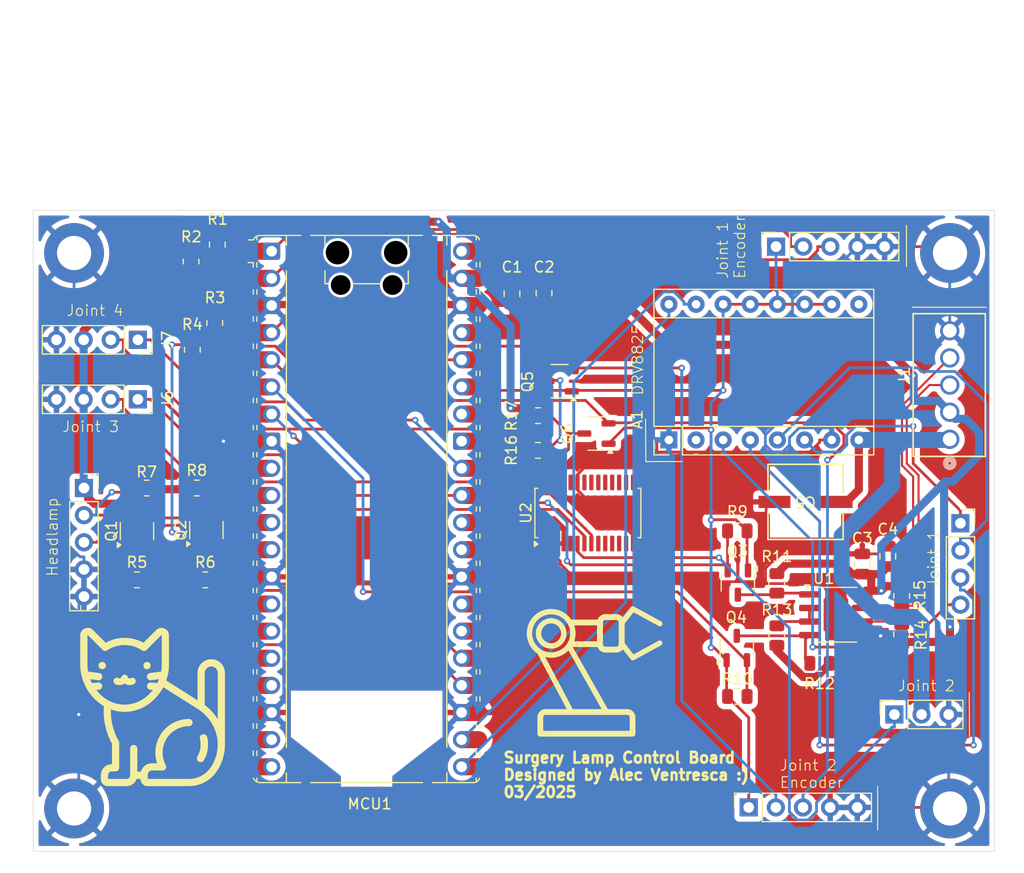
<source format=kicad_pcb>
(kicad_pcb (version 20241229) (generator "pcbnew") (generator_version "9.0")
  (layers (0 "F.Cu" signal) (2 "B.Cu" signal) (13 "F.Paste" user) (15 "B.Paste" user) (5 "F.SilkS" user "F.Silkscreen") (7 "B.SilkS" user "B.Silkscreen") (1 "F.Mask" user) (3 "B.Mask" user) (25 "Edge.Cuts" user))
  (net 0 "")
  (net 1 "DIR")
  (net 2 "Net-(A1-A1)")
  (net 3 "STEP")
  (net 4 "24V")
  (net 5 "GND")
  (net 6 "3V3")
  (net 7 "Net-(A1-B2)")
  (net 8 "Net-(A1-B1)")
  (net 11 "Net-(A1-A2)")
  (net 12 "5V")
  (net 13 "neopixel")
  (net 14 "laser_pointer")
  (net 15 "SCL0")
  (net 16 "SDA0")
  (net 17 "SCL1")
  (net 18 "Net-(J5-Pin_1)")
  (net 19 "Net-(J6-Pin_2)")
  (net 20 "joint3_Feedback")
  (net 21 "Net-(J7-Pin_2)")
  (net 22 "joint4_Feedback")
  (net 26 "RX")
  (net 37 "Net-(MCU1-GPIO18)")
  (net 38 "SDA1")
  (net 46 "Net-(MCU1-GPIO19)")
  (net 47 "TX")
  (net 66 "Net-(Q3-D)")
  (net 67 "Net-(Q4-D)")
  (net 68 "SDA1_5V")
  (net 69 "SCL1_5V")
  (net 70 "Net-(U1-DE)")
  (net 86 "RS-")
  (net 87 "RS+")
  (footprint "Package_TO_SOT_SMD:SOT-23-3" (layer "F.Cu") (at 145.628 90.7214 180)
    (property "Reference" "Q5")
    (property "Value" "BSS138")
  )
  (footprint "Capacitor_SMD:C_0805_2012Metric" (layer "F.Cu") (at 176.353 107.1214 90)
    (property "Reference" "C4")
    (property "Value" "0.1uF" (hide yes))
  )
  (footprint "Connector_PinSocket_2.54mm:PinSocket_1x05_P2.54mm_Vertical" (layer "F.Cu") (at 165.893 78.1214 90)
    (property "Reference" "J3" (hide yes))
    (property "Value" "Joint 1 Encoder")
  )
  (footprint "Resistor_SMD:R_0805_2012Metric" (layer "F.Cu") (at 177.653 110.8214 -90)
    (property "Reference" "R15")
    (property "Value" "20k" (hide yes))
  )
  (footprint "MountingHole:MountingHole_3.2mm_M3_DIN965_Pad_TopBottom" (layer "F.Cu") (at 100.178 130.7214)
    (property "Reference" "H2" (hide yes))
    (property "Value" "MountingHole_Pad")
  )
  (footprint "Alec_lib:CONN5_516x256_OST" (layer "F.Cu") (at 182.153 96.1614 -90)
    (property "Reference" "J1")
    (property "Value" "OSTVN05A150")
  )
  (footprint "Connector_PinSocket_2.54mm:PinSocket_1x04_P2.54mm_Vertical" (layer "F.Cu") (at 106.153 92.4214 -90)
    (property "Reference" "J6")
    (property "Value" "joint3")
  )
  (footprint "MountingHole:MountingHole_3.2mm_M3_DIN965_Pad_TopBottom" (layer "F.Cu") (at 182.178 130.7214)
    (property "Reference" "H1" (hide yes))
    (property "Value" "MountingHole_Pad")
  )
  (footprint "Module:RaspberryPi_Pico_Common_Unspecified" (layer "F.Cu") (at 127.563 102.6864)
    (property "Reference" "MCU1")
    (property "Value" "RaspberryPi_Pico")
  )
  (footprint "Resistor_SMD:R_0805_2012Metric" (layer "F.Cu") (at 106.0655 109.3214)
    (property "Reference" "R5")
    (property "Value" "10k")
  )
  (footprint "Resistor_SMD:R_0805_2012Metric" (layer "F.Cu") (at 111.248 87.7864 -90)
    (property "Reference" "R4")
    (property "Value" "10k" (hide yes))
  )
  (footprint "Package_TO_SOT_SMD:SOT-23-3" (layer "F.Cu") (at 162.3155 109.5714 -90)
    (property "Reference" "Q3")
    (property "Value" "BSS138")
  )
  (footprint "Connector_PinSocket_2.54mm:PinSocket_1x04_P2.54mm_Vertical" (layer "F.Cu") (at 183.153 104.0214)
    (property "Reference" "J8" (hide yes))
    (property "Value" "Stepper")
  )
  (footprint "MountingHole:MountingHole_3.2mm_M3_DIN965_Pad_TopBottom" (layer "F.Cu") (at 100.178 78.7214)
    (property "Reference" "H3" (hide yes))
    (property "Value" "MountingHole_Pad")
  )
  (footprint "Resistor_SMD:R_0805_2012Metric" (layer "F.Cu") (at 112.4655 109.3214)
    (property "Reference" "R6")
    (property "Value" "10k")
  )
  (footprint "Resistor_SMD:R_0805_2012Metric" (layer "F.Cu") (at 165.9655 109.6464 -90)
    (property "Reference" "R11")
    (property "Value" "10k")
  )
  (footprint "Resistor_SMD:R_0805_2012Metric" (layer "F.Cu") (at 113.348 85.2739 -90)
    (property "Reference" "R3")
    (property "Value" "10k" (hide yes))
  )
  (footprint "Resistor_SMD:R_0805_2012Metric" (layer "F.Cu") (at 162.2655 104.7339 180)
    (property "Reference" "R9")
    (property "Value" "10k")
  )
  (footprint "Resistor_SMD:R_0805_2012Metric" (layer "F.Cu") (at 143.603 93.9464)
    (property "Reference" "R17")
    (property "Value" "10k")
  )
  (footprint "Resistor_SMD:R_0805_2012Metric" (layer "F.Cu") (at 165.9655 114.5339 90)
    (property "Reference" "R13")
    (property "Value" "10k")
  )
  (footprint "Package_TO_SOT_SMD:SOT-23-3" (layer "F.Cu") (at 162.2155 115.6964 90)
    (property "Reference" "Q4")
    (property "Value" "BSS138")
  )
  (footprint "Resistor_SMD:R_0805_2012Metric" (layer "F.Cu") (at 111.123 79.5114 -90)
    (property "Reference" "R2")
    (property "Value" "10k")
  )
  (footprint "Module:Pololu_Breakout-16_15.2x20.3mm" (layer "F.Cu") (at 155.863 96.2214 90)
    (property "Reference" "A1")
    (property "Value" "Pololu_Breakout_DRV8825")
  )
  (footprint "Connector_PinSocket_2.54mm:PinSocket_1x04_P2.54mm_Vertical" (layer "F.Cu") (at 106.153 86.8464 -90)
    (property "Reference" "J7")
    (property "Value" "joint4")
  )
  (footprint "Package_SO:TSSOP-28_4.4x9.7mm_P0.65mm" (layer "F.Cu") (at 148.278 103.0589 90)
    (property "Reference" "U2")
    (property "Value" "PCA9685PW")
  )
  (footprint "Connector_PinSocket_2.54mm:PinSocket_1x05_P2.54mm_Vertical" (layer "F.Cu") (at 163.333 130.6214 90)
    (property "Reference" "J4" (hide yes))
    (property "Value" "Joint 2 Encoder")
  )
  (footprint "Package_TO_SOT_SMD:SOT-23-3" (layer "F.Cu") (at 106.0655 104.7589 90)
    (property "Reference" "Q1")
    (property "Value" "BSS138")
  )
  (footprint "Package_SO:SOIC-8-1EP_3.9x4.9mm_P1.27mm_EP2.29x3mm" (layer "F.Cu") (at 171.4955 112.5839)
    (property "Reference" "U1")
    (property "Value" "MAX485E" (hide yes))
  )
  (footprint "Package_TO_SOT_SMD:SOT-23-3" (layer "F.Cu") (at 149.078 95.6214 180)
    (property "Reference" "Q6")
    (property "Value" "BSS138")
  )
  (footprint "Capacitor_SMD:C_0805_2012Metric" (layer "F.Cu") (at 141.173 82.5364 -90)
    (property "Reference" "C1")
    (property "Value" "10uF")
  )
  (footprint "Resistor_SMD:R_0805_2012Metric" (layer "F.Cu") (at 113.588 77.9364 -90)
    (property "Reference" "R1")
    (property "Value" "10k")
  )
  (footprint "Connector_PinSocket_2.54mm:PinSocket_1x03_P2.54mm_Vertical" (layer "F.Cu") (at 176.973 121.9214 90)
    (property "Reference" "J5" (hide yes))
    (property "Value" "joint2")
  )
  (footprint "Resistor_SMD:R_0805_2012Metric" (layer "F.Cu") (at 177.653 114.4214 90)
    (property "Reference" "R14")
    (property "Value" "20k" (hide yes))
  )
  (footprint "Alec_lib:CAP_6.3 X 5.8_PAN" (layer "F.Cu") (at 168.653 102.0214 180)
    (property "Reference" "C5")
    (property "Value" "47uF")
  )
  (footprint "Resistor_SMD:R_0805_2012Metric" (layer "F.Cu") (at 143.603 97.1964)
    (property "Reference" "R16")
    (property "Value" "10k")
  )
  (footprint "Resistor_SMD:R_0805_2012Metric" (layer "F.Cu") (at 169.9655 117.1339 180)
    (property "Reference" "R12")
    (property "Value" "10k")
  )
  (footprint "MountingHole:MountingHole_3.2mm_M3_DIN965_Pad_TopBottom" (layer "F.Cu") (at 182.178 78.7214)
    (property "Reference" "H4" (hide yes))
    (property "Value" "MountingHole_Pad")
  )
  (footprint "Resistor_SMD:R_0805_2012Metric" (layer "F.Cu") (at 162.2655 120.2339)
    (property "Reference" "R10")
    (property "Value" "10k")
  )
  (footprint "Resistor_SMD:R_0805_2012Metric" (layer "F.Cu") (at 111.6655 100.7214)
    (property "Reference" "R8")
    (property "Value" "10k")
  )
  (footprint "Resistor_SMD:R_0805_2012Metric" (layer "F.Cu") (at 106.9655 100.7214 180)
    (property "Reference" "R7")
    (property "Value" "10k")
  )
  (footprint "Capacitor_SMD:C_0805_2012Metric" (layer "F.Cu") (at 144.173 82.4864 -90)
    (property "Reference" "C2")
    (property "Value" "0.1uF")
  )
  (footprint "Package_TO_SOT_SMD:SOT-23-3" (layer "F.Cu") (at 112.5655 104.6589 90)
    (property "Reference" "Q2")
    (property "Value" "BSS138")
  )
  (footprint "Capacitor_SMD:C_0805_2012Metric" (layer "F.Cu") (at 173.9655 107.8339 90)
    (property "Reference" "C3")
    (property "Value" "10uF")
  )
  (footprint "Connector_PinSocket_2.54mm:PinSocket_1x05_P2.54mm_Vertical" (layer "F.Cu") (at 101.103 100.7214)
    (property "Reference" "J2" (hide yes))
    (property "Value" "Headlamp" (hide yes))
  )
  (gr_line (start 96.753 85.0464) (end 96.753 88.5964) (stroke (width 0.1)) (layer "F.SilkS"))
  (gr_poly (pts (xy 104.927327 118.208721) (xy 104.942392 118.210055) (xy 104.957484 118.212156) (xy 104.972578 118.215037) (xy 104.987652 118.21871) (xy 105.00268 118.223187) (xy 105.020316 118.229582) (xy 105.037314 118.236942) (xy 105.053652 118.245226) (xy 105.069313 118.254393) (xy 105.084275 118.264403) (xy 105.09852 118.275213) (xy 105.112027 118.286783) (xy 105.124776 118.299072) (xy 105.136749 118.312039) (xy 105.147925 118.325641) (xy 105.158285 118.33984) (xy 105.167809 118.354592) (xy 105.176477 118.369858) (xy 105.184269 118.385595) (xy 105.191167 118.401764) (xy 105.197149 118.418322) (xy 105.197495 118.417975) (xy 105.201961 118.43033) (xy 105.207216 118.442277) (xy 105.213228 118.453785) (xy 105.219964 118.464826) (xy 105.227389 118.475369) (xy 105.235469 118.485387) (xy 105.244172 118.49485) (xy 105.253463 118.503728) (xy 105.263309 118.511992) (xy 105.273676 118.519613) (xy 105.284531 118.526561) (xy 105.29584 118.532808) (xy 105.307568 118.538325) (xy 105.319684 118.543081) (xy 105.332152 118.547048) (xy 105.344939 118.550196) (xy 105.350609 118.551312) (xy 105.356203 118.552256) (xy 105.367157 118.55365) (xy 105.377792 118.554423) (xy 105.388101 118.554621) (xy 105.398074 118.55429) (xy 105.407704 118.553476) (xy 105.416982 118.552225) (xy 105.425899 118.550583) (xy 105.434448 118.548597) (xy 105.44262 118.546311) (xy 105.450406 118.543773) (xy 105.457799 118.541028) (xy 105.46479 118.538121) (xy 105.47137 118.5351) (xy 105.477532 118.53201) (xy 105.483266 118.528897) (xy 105.497074 118.52149) (xy 105.51109 118.514861) (xy 105.525287 118.509006) (xy 105.53964 118.503916) (xy 105.554122 118.499584) (xy 105.568707 118.496003) (xy 105.583368 118.493166) (xy 105.598081 118.491067) (xy 105.612817 118.489696) (xy 105.627552 118.489049) (xy 105.642259 118.489117) (xy 105.656911 118.489893) (xy 105.671483 118.491371) (xy 105.685949 118.493543) (xy 105.700281 118.496402) (xy 105.714455 118.49994) (xy 105.728443 118.504152) (xy 105.74222 118.509029) (xy 105.755759 118.514564) (xy 105.769035 118.520751) (xy 105.78202 118.527582) (xy 105.794689 118.53505) (xy 105.807015 118.543149) (xy 105.818973 118.55187) (xy 105.830536 118.561206) (xy 105.841678 118.571152) (xy 105.852373 118.581699) (xy 105.862594 118.59284) (xy 105.872316 118.604568) (xy 105.881511 118.616877) (xy 105.890155 118.629758) (xy 105.89822 118.643205) (xy 105.905627 118.657015) (xy 105.912252 118.67103) (xy 105.918104 118.685225) (xy 105.923188 118.699574) (xy 105.927514 118.714051) (xy 105.931087 118.72863) (xy 105.933915 118.743284) (xy 105.936006 118.757988) (xy 105.937366 118.772715) (xy 105.938003 118.787441) (xy 105.937925 118.802138) (xy 105.937138 118.816781) (xy 105.935651 118.831343) (xy 105.933469 118.8458) (xy 105.930601 118.860124) (xy 105.927054 118.874289) (xy 105.922835 118.888271) (xy 105.917951 118.902042) (xy 105.91241 118.915576) (xy 105.906219 118.928849) (xy 105.899386 118.941833) (xy 105.891917 118.954502) (xy 105.883819 118.966832) (xy 105.875101 118.978794) (xy 105.86577 118.990365) (xy 105.855832 119.001517) (xy 105.845296 119.012225) (xy 105.834167 119.022462) (xy 105.822455 119.032203) (xy 105.810165 119.041422) (xy 105.797306 119.050092) (xy 105.783884 119.058188) (xy 105.760821 119.070796) (xy 105.737423 119.082615) (xy 105.713708 119.093643) (xy 105.689699 119.103876) (xy 105.665415 119.11331) (xy 105.640879 119.121942) (xy 105.61611 119.129768) (xy 105.591129 119.136785) (xy 105.565959 119.14299) (xy 105.540618 119.148379) (xy 105.515128 119.152948) (xy 105.489511 119.156694) (xy 105.463786 119.159614) (xy 105.437975 119.161704) (xy 105.412099 119.162961) (xy 105.386177 119.16338) (xy 105.36537 119.16311) (xy 105.344544 119.162301) (xy 105.323716 119.160952) (xy 105.302903 119.159065) (xy 105.28212 119.156639) (xy 105.261386 119.153674) (xy 105.240716 119.150172) (xy 105.220127 119.146133) (xy 105.198734 119.141342) (xy 105.177548 119.135982) (xy 105.156578 119.130061) (xy 105.135832 119.123589) (xy 105.115319 119.116575) (xy 105.095048 119.109027) (xy 105.075029 119.100954) (xy 105.05527 119.092364) (xy 105.03578 119.083268) (xy 105.016568 119.073673) (xy 104.997644 119.063588) (xy 104.979016 119.053022) (xy 104.960693 119.041984) (xy 104.942684 119.030483) (xy 104.924999 119.018528) (xy 104.907645 119.006127) (xy 104.890357 119.018523) (xy 104.872737 119.030475) (xy 104.854793 119.041974) (xy 104.836535 119.05301) (xy 104.817972 119.063575) (xy 104.799112 119.07366) (xy 104.779964 119.083256) (xy 104.760538 119.092354) (xy 104.740843 119.100944) (xy 104.720887 119.109019) (xy 104.700679 119.116569) (xy 104.680228 119.123585) (xy 104.659544 119.130059) (xy 104.638635 119.13598) (xy 104.617509 119.141341) (xy 104.596177 119.146133) (xy 104.575475 119.150172) (xy 104.554726 119.153674) (xy 104.533947 119.156638) (xy 104.513151 119.159065) (xy 104.492356 119.160952) (xy 104.471576 119.162301) (xy 104.450828 119.16311) (xy 104.430126 119.16338) (xy 104.404149 119.162961) (xy 104.378223 119.161704) (xy 104.35237 119.159614) (xy 104.326608 119.156694) (xy 104.300959 119.152948) (xy 104.275444 119.148379) (xy 104.250081 119.14299) (xy 104.224892 119.136785) (xy 104.199897 119.129768) (xy 104.175116 119.121942) (xy 104.15057 119.11331) (xy 104.126279 119.103876) (xy 104.102264 119.093643) (xy 104.078544 119.082615) (xy 104.05514 119.070796) (xy 104.032073 119.058188) (xy 104.018654 119.050095) (xy 104.0058 119.041427) (xy 103.993517 119.032211) (xy 103.981813 119.022472) (xy 103.970694 119.012236) (xy 103.960167 119.00153) (xy 103.95024 118.99038) (xy 103.94092 118.978811) (xy 103.932214 118.966849) (xy 103.924129 118.954521) (xy 103.916672 118.941853) (xy 103.90985 118.92887) (xy 103.90367 118.915599) (xy 103.89814 118.902065) (xy 103.893267 118.888295) (xy 103.889057 118.874314) (xy 103.885518 118.860149) (xy 103.882657 118.845826) (xy 103.880481 118.83137) (xy 103.878997 118.816808) (xy 103.878212 118.802165) (xy 103.878134 118.787468) (xy 103.878769 118.772743) (xy 103.880125 118.758016) (xy 103.882208 118.743312) (xy 103.885027 118.728658) (xy 103.888587 118.71408) (xy 103.892896 118.699603) (xy 103.897961 118.685254) (xy 103.903789 118.671059) (xy 103.910388 118.657044) (xy 103.917764 118.643234) (xy 103.92586 118.629787) (xy 103.93453 118.616905) (xy 103.943748 118.604597) (xy 103.953489 118.592868) (xy 103.963726 118.581727) (xy 103.974433 118.57118) (xy 103.985584 118.561235) (xy 103.997154 118.551898) (xy 104.009115 118.543177) (xy 104.021444 118.535079) (xy 104.034112 118.527611) (xy 104.047095 118.52078) (xy 104.060366 118.514593) (xy 104.073899 118.509057) (xy 104.087669 118.50418) (xy 104.101649 118.499969) (xy 104.115813 118.49643) (xy 104.130136 118.493572) (xy 104.144591 118.4914) (xy 104.159152 118.489922) (xy 104.173794 118.489146) (xy 104.18849 118.489078) (xy 104.203214 118.489725) (xy 104.21794 118.491095) (xy 104.232643 118.493195) (xy 104.247297 118.496032) (xy 104.261874 118.499613) (xy 104.27635 118.503945) (xy 104.290699 118.509035) (xy 104.304894 118.51489) (xy 104.318909 118.521518) (xy 104.332718 118.528926) (xy 104.344728 118.535121) (xy 104.351353 118.538139) (xy 104.358381 118.541044) (xy 104.365802 118.543789) (xy 104.373609 118.546327) (xy 104.381793 118.548613) (xy 104.390346 118.550601) (xy 104.399259 118.552244) (xy 104.408525 118.553497) (xy 104.418134 118.554312) (xy 104.428079 118.554645) (xy 104.438351 118.554449) (xy 104.448942 118.553677) (xy 104.459842 118.552285) (xy 104.471045 118.550225) (xy 104.48389 118.547082) (xy 104.496401 118.543119) (xy 104.508547 118.538367) (xy 104.520297 118.532853) (xy 104.531618 118.526609) (xy 104.542479 118.519662) (xy 104.552848 118.512042) (xy 104.562695 118.503778) (xy 104.571986 118.4949) (xy 104.580691 118.485436) (xy 104.588778 118.475417) (xy 104.596216 118.46487) (xy 104.602972 118.453827) (xy 104.609015 118.442315) (xy 104.614314 118.430364) (xy 104.618836 118.418003) (xy 104.624063 118.40325) (xy 104.629969 118.388933) (xy 104.636527 118.375065) (xy 104.643715 118.361657) (xy 104.651508 118.348723) (xy 104.659882 118.336275) (xy 104.668814 118.324324) (xy 104.678278 118.312884) (xy 104.688252 118.301965) (xy 104.69871 118.291582) (xy 104.709629 118.281745) (xy 104.720984 118.272467) (xy 104.732752 118.26376) (xy 104.744909 118.255637) (xy 104.757429 118.24811) (xy 104.77029 118.241191) (xy 104.783468 118.234892) (xy 104.796937 118.229226) (xy 104.810674 118.224205) (xy 104.824655 118.219841) (xy 104.838856 118.216146) (xy 104.853253 118.213133) (xy 104.867821 118.210814) (xy 104.882536 118.2092) (xy 104.897375 118.208306) (xy 104.912314 118.208142)) (stroke (width -0.000001)) (fill yes) (layer "F.SilkS"))
  (gr_poly (pts (xy 144.878 112.8964) (xy 144.885068 112.896822) (xy 144.892124 112.897361) (xy 144.899156 112.898039) (xy 144.906154 112.89888) (xy 144.913105 112.899907) (xy 144.919998 112.901144) (xy 144.926821 112.902613) (xy 144.933563 112.904337) (xy 144.9415 112.912275) (xy 145.010186 112.919172) (xy 145.077962 112.92921) (xy 145.144746 112.942316) (xy 145.210455 112.958416) (xy 145.275004 112.977435) (xy 145.338311 112.9993) (xy 145.400292 113.023938) (xy 145.460864 113.051274) (xy 145.519943 113.081235) (xy 145.577446 113.113748) (xy 145.63329 113.148737) (xy 145.687391 113.18613) (xy 145.739666 113.225853) (xy 145.790031 113.267832) (xy 145.838403 113.311993) (xy 145.884699 113.358263) (xy 145.928835 113.406568) (xy 145.970727 113.456833) (xy 146.010294 113.508986) (xy 146.04745 113.562952) (xy 146.082113 113.618658) (xy 146.1142 113.67603) (xy 146.143626 113.734994) (xy 146.170309 113.795477) (xy 146.194165 113.857404) (xy 146.215111 113.920702) (xy 146.233063 113.985297) (xy 146.247938 114.051116) (xy 146.259653 114.118084) (xy 146.268124 114.186129) (xy 146.273267 114.255175) (xy 146.275 114.32515) (xy 146.273115 114.398583) (xy 146.267521 114.471109) (xy 146.258311 114.542635) (xy 146.24558 114.613066) (xy 146.22942 114.68231) (xy 146.209924 114.750274) (xy 146.187187 114.816863) (xy 146.161302 114.881984) (xy 146.132361 114.945545) (xy 146.100459 115.007451) (xy 146.065689 115.067609) (xy 146.028143 115.125927) (xy 145.987916 115.182309) (xy 145.945101 115.236664) (xy 145.899792 115.288898) (xy 145.852081 115.338917) (xy 145.802061 115.386629) (xy 145.749828 115.431938) (xy 145.695473 115.474753) (xy 145.63909 115.51498) (xy 145.580772 115.552526) (xy 145.520614 115.587296) (xy 145.458708 115.619198) (xy 145.395147 115.648139) (xy 145.330026 115.674024) (xy 145.263437 115.696761) (xy 145.195474 115.716257) (xy 145.12623 115.732417) (xy 145.055798 115.745148) (xy 144.984273 115.754358) (xy 144.911746 115.759952) (xy 144.838313 115.761837) (xy 144.764879 115.759952) (xy 144.692353 115.754358) (xy 144.620828 115.745148) (xy 144.550396 115.732417) (xy 144.481152 115.716257) (xy 144.413189 115.696761) (xy 144.3466 115.674024) (xy 144.281479 115.648139) (xy 144.217918 115.619198) (xy 144.156012 115.587296) (xy 144.095854 115.552526) (xy 144.037536 115.51498) (xy 143.981153 115.474753) (xy 143.926798 115.431938) (xy 143.874565 115.386629) (xy 143.824545 115.338917) (xy 143.776834 115.288898) (xy 143.731524 115.236664) (xy 143.688709 115.182309) (xy 143.648483 115.125927) (xy 143.610937 115.067609) (xy 143.576167 115.007451) (xy 143.544264 114.945545) (xy 143.515324 114.881984) (xy 143.489438 114.816863) (xy 143.466701 114.750274) (xy 143.447206 114.68231) (xy 143.431046 114.613066) (xy 143.418315 114.542635) (xy 143.409105 114.471109) (xy 143.403511 114.398583) (xy 143.401625 114.32515) (xy 143.909625 114.32515) (xy 143.910836 114.372858) (xy 143.91443 114.419949) (xy 143.920348 114.466365) (xy 143.928531 114.512045) (xy 143.938921 114.556932) (xy 143.951457 114.600967) (xy 143.966082 114.644091) (xy 143.982737 114.686244) (xy 144.001363 114.727368) (xy 144.021901 114.767405) (xy 144.044291 114.806294) (xy 144.068476 114.843979) (xy 144.094396 114.880398) (xy 144.121993 114.915495) (xy 144.151208 114.949209) (xy 144.181981 114.981482) (xy 144.214254 115.012255) (xy 144.247968 115.041469) (xy 144.283064 115.069066) (xy 144.319484 115.094987) (xy 144.357168 115.119171) (xy 144.396058 115.141562) (xy 144.436094 115.1621) (xy 144.477219 115.180726) (xy 144.519372 115.19738) (xy 144.562495 115.212006) (xy 144.60653 115.224542) (xy 144.651417 115.234931) (xy 144.697098 115.243114) (xy 144.743513 115.249032) (xy 144.790605 115.252626) (xy 144.838313 115.253837) (xy 144.886021 115.252626) (xy 144.933112 115.249032) (xy 144.979528 115.243114) (xy 145.025208 115.234931) (xy 145.070096 115.224542) (xy 145.11413 115.212006) (xy 145.157254 115.19738) (xy 145.199407 115.180726) (xy 145.240531 115.1621) (xy 145.280568 115.141562) (xy 145.319457 115.119171) (xy 145.357142 115.094987) (xy 145.393561 115.069066) (xy 145.428658 115.041469) (xy 145.462372 115.012255) (xy 145.494645 114.981482) (xy 145.525418 114.949209) (xy 145.554632 114.915495) (xy 145.582229 114.880398) (xy 145.60815 114.843979) (xy 145.632334 114.806294) (xy 145.654725 114.767405) (xy 145.675263 114.727368) (xy 145.693888 114.686244) (xy 145.710543 114.644091) (xy 145.725169 114.600967) (xy 145.737705 114.556932) (xy 145.748094 114.512045) (xy 145.756277 114.466365) (xy 145.762195 114.419949) (xy 145.765789 114.372858) (xy 145.767 114.32515) (xy 145.765789 114.277442) (xy 145.762195 114.23035) (xy 145.756277 114.183935) (xy 145.748094 114.138254) (xy 145.737705 114.093367) (xy 145.725169 114.049332) (xy 145.710543 114.006209) (xy 145.693888 113.964056) (xy 145.675263 113.922931) (xy 145.654725 113.882895) (xy 145.632334 113.844005) (xy 145.60815 113.806321) (xy 145.582229 113.769901) (xy 145.554632 113.734805) (xy 145.525418 113.701091) (xy 145.494645 113.668818) (xy 145.462372 113.638045) (xy 145.428658 113.60883) (xy 145.393561 113.581233) (xy 145.357142 113.555313) (xy 145.319457 113.531128) (xy 145.280568 113.508737) (xy 145.240531 113.4882) (xy 145.199407 113.469574) (xy 145.157254 113.452919) (xy 145.11413 113.438294) (xy 145.070096 113.425757) (xy 145.025208 113.415368) (xy 144.979528 113.407185) (xy 144.933112 113.401267) (xy 144.886021 113.397673) (xy 144.838313 113.396462) (xy 144.822438 113.396462) (xy 144.775386 113.398473) (xy 144.728961 113.402793) (xy 144.68322 113.409366) (xy 144.638219 113.418135) (xy 144.594015 113.429044) (xy 144.550665 113.442035) (xy 144.508226 113.457052) (xy 144.466754 113.474039) (xy 144.426308 113.492938) (xy 144.386942 113.513694) (xy 144.348716 113.536248) (xy 144.311684 113.560545) (xy 144.275905 113.586529) (xy 144.241434 113.614141) (xy 144.20833 113.643326) (xy 144.176648 113.674027) (xy 144.146446 113.706187) (xy 144.11778 113.73975) (xy 144.090707 113.774658) (xy 144.065285 113.810856) (xy 144.041569 113.848286) (xy 144.019618 113.886892) (xy 143.999487 113.926617) (xy 143.981233 113.967404) (xy 143.964915 114.009197) (xy 143.950587 114.05194) (xy 143.938308 114.095574) (xy 143.928134 114.140045) (xy 143.920122 114.185294) (xy 143.914328 114.231266) (xy 143.910811 114.277903) (xy 143.909625 114.32515) (xy 143.401625 114.32515) (xy 143.40337 114.254902) (xy 143.408548 114.185595) (xy 143.417074 114.117302) (xy 143.428866 114.050099) (xy 143.443838 113.984059) (xy 143.461907 113.919257) (xy 143.482989 113.855767) (xy 143.506999 113.793663) (xy 143.533853 113.73302) (xy 143.563468 113.673912) (xy 143.595758 113.616413) (xy 143.63064 113.560598) (xy 143.668031 113.50654) (xy 143.707845 113.454315) (xy 143.749998 113.403996) (xy 143.794408 113.355659) (xy 143.840988 113.309376) (xy 143.889656 113.265222) (xy 143.940327 113.223273) (xy 143.992917 113.183601) (xy 144.047342 113.146282) (xy 144.103517 113.111389) (xy 144.16136 113.078998) (xy 144.220785 113.049181) (xy 144.281708 113.022014) (xy 144.344046 112.997571) (xy 144.407714 112.975926) (xy 144.472628 112.957154) (xy 144.538704 112.941328) (xy 144.605858 112.928524) (xy 144.674005 112.918814) (xy 144.743063 112.912275) (xy 144.748731 112.909761) (xy 144.75455 112.907422) (xy 144.760486 112.905246) (xy 144.766503 112.903221) (xy 144.772567 112.901336) (xy 144.778642 112.899578) (xy 144.784694 112.897937) (xy 144.790688 112.8964) (xy 144.793817 112.896147) (xy 144.796885 112.895774) (xy 144.799901 112.895299) (xy 144.802873 112.894741) (xy 144.808722 112.893453) (xy 144.8145 112.892059) (xy 144.820279 112.890712) (xy 144.82319 112.890104) (xy 144.826128 112.889563) (xy 144.8291 112.88911) (xy 144.832116 112.888763) (xy 144.835184 112.888541) (xy 144.838313 112.888462)) (stroke (width -0.000001)) (fill yes) (layer "F.SilkS"))
  (gr_line (start 153.703 98.2464) (end 157.103 98.2464) (stroke (width 0.1)) (layer "F.SilkS"))
  (gr_poly (pts (xy 107.022988 117.013889) (xy 107.039785 117.015167) (xy 107.056337 117.01727) (xy 107.072624 117.020179) (xy 107.088626 117.023872) (xy 107.104321 117.028329) (xy 107.119689 117.033528) (xy 107.134708 117.03945) (xy 107.149359 117.046074) (xy 107.16362 117.053378) (xy 107.17747 117.061342) (xy 107.190889 117.069945) (xy 107.203857 117.079166) (xy 107.216351 117.088984) (xy 107.228352 117.09938) (xy 107.239838 117.110331) (xy 107.250789 117.121817) (xy 107.261185 117.133818) (xy 107.271004 117.146313) (xy 107.280225 117.15928) (xy 107.288828 117.172699) (xy 107.296791 117.18655) (xy 107.304095 117.20081) (xy 107.310719 117.215461) (xy 107.316641 117.230481) (xy 107.321841 117.245848) (xy 107.326298 117.261543) (xy 107.329991 117.277545) (xy 107.332899 117.293832) (xy 107.335003 117.310384) (xy 107.33628 117.327181) (xy 107.33671 117.344201) (xy 107.33628 117.361221) (xy 107.335003 117.378017) (xy 107.332899 117.394569) (xy 107.329991 117.410857) (xy 107.326298 117.426858) (xy 107.321841 117.442553) (xy 107.316641 117.457921) (xy 107.310719 117.47294) (xy 107.304095 117.487591) (xy 107.296791 117.501852) (xy 107.288828 117.515702) (xy 107.280225 117.529121) (xy 107.271004 117.542089) (xy 107.261185 117.554583) (xy 107.250789 117.566584) (xy 107.239838 117.57807) (xy 107.228352 117.589021) (xy 107.216351 117.599417) (xy 107.203857 117.609236) (xy 107.190889 117.618457) (xy 107.17747 117.62706) (xy 107.16362 117.635023) (xy 107.149359 117.642327) (xy 107.134708 117.648951) (xy 107.119689 117.654873) (xy 107.104321 117.660073) (xy 107.088626 117.664529) (xy 107.072624 117.668223) (xy 107.056337 117.671131) (xy 107.039785 117.673235) (xy 107.022988 117.674512) (xy 107.005968 117.674942) (xy 106.988948 117.674512) (xy 106.972152 117.673235) (xy 106.9556 117.671131) (xy 106.939312 117.668223) (xy 106.923311 117.664529) (xy 106.907616 117.660073) (xy 106.892248 117.654873) (xy 106.877229 117.648951) (xy 106.862578 117.642327) (xy 106.848317 117.635023) (xy 106.834467 117.62706) (xy 106.821048 117.618457) (xy 106.808081 117.609236) (xy 106.795586 117.599417) (xy 106.783585 117.589021) (xy 106.772099 117.57807) (xy 106.761148 117.566584) (xy 106.750752 117.554583) (xy 106.740934 117.542089) (xy 106.731712 117.529121) (xy 106.72311 117.515702) (xy 106.715146 117.501852) (xy 106.707842 117.487591) (xy 106.701218 117.47294) (xy 106.695296 117.457921) (xy 106.690096 117.442553) (xy 106.68564 117.426858) (xy 106.681947 117.410857) (xy 106.679038 117.394569) (xy 106.676935 117.378017) (xy 106.675657 117.361221) (xy 106.675227 117.344201) (xy 106.675657 117.327181) (xy 106.676935 117.310384) (xy 106.679038 117.293832) (xy 106.681947 117.277545) (xy 106.68564 117.261543) (xy 106.690096 117.245848) (xy 106.695296 117.230481) (xy 106.701218 117.215461) (xy 106.707842 117.20081) (xy 106.715146 117.18655) (xy 106.72311 117.172699) (xy 106.731712 117.15928) (xy 106.740934 117.146313) (xy 106.750752 117.133818) (xy 106.761148 117.121817) (xy 106.772099 117.110331) (xy 106.783585 117.09938) (xy 106.795586 117.088984) (xy 106.808081 117.079166) (xy 106.821048 117.069945) (xy 106.834467 117.061342) (xy 106.848317 117.053378) (xy 106.862578 117.046074) (xy 106.877229 117.03945) (xy 106.892248 117.033528) (xy 106.907616 117.028329) (xy 106.923311 117.023872) (xy 106.939312 117.020179) (xy 106.9556 117.01727) (xy 106.972152 117.015167) (xy 106.988948 117.013889) (xy 107.005968 117.013459)) (stroke (width -0.000001)) (fill yes) (layer "F.SilkS"))
  (gr_line (start 96.753 90.6214) (end 96.728 94.1464) (stroke (width 0.1)) (layer "F.SilkS"))
  (gr_line (start 175.403 128.6464) (end 175.403 132.7214) (stroke (width 0.1)) (layer "F.SilkS"))
  (gr_line (start 178.103 76.1464) (end 178.103 79.9964) (stroke (width 0.1)) (layer "F.SilkS"))
  (gr_poly (pts (xy 152.486179 111.792418) (xy 152.495427 111.792886) (xy 152.50464 111.793697) (xy 152.513809 111.794849) (xy 152.522926 111.796341) (xy 152.531982 111.798172) (xy 152.540969 111.800341) (xy 152.549877 111.802845) (xy 152.558697 111.805683) (xy 152.567422 111.808854) (xy 152.576042 111.812356) (xy 152.584549 111.816189) (xy 152.592934 111.82035) (xy 152.601188 111.824837) (xy 155.117375 113.198025) (xy 155.133031 113.205609) (xy 155.147977 113.21419) (xy 155.16218 113.223719) (xy 155.175604 113.234147) (xy 155.188213 113.245423) (xy 155.199974 113.257498) (xy 155.210852 113.270323) (xy 155.22081 113.283849) (xy 155.229816 113.298026) (xy 155.237832 113.312805) (xy 155.244826 113.328136) (xy 155.250762 113.343969) (xy 155.255605 113.360257) (xy 155.25932 113.376948) (xy 155.261872 113.393994) (xy 155.263226 113.411345) (xy 155.263535 113.42007) (xy 155.263534 113.428754) (xy 155.263226 113.43739) (xy 155.262616 113.445971) (xy 155.261707 113.454491) (xy 155.260504 113.462944) (xy 155.259009 113.471322) (xy 155.257227 113.47962) (xy 155.255162 113.487831) (xy 155.252817 113.495948) (xy 155.250196 113.503964) (xy 155.247303 113.511874) (xy 155.244142 113.51967) (xy 155.240717 113.527347) (xy 155.237031 113.534897) (xy 155.233089 113.542314) (xy 155.228894 113.549592) (xy 155.224449 113.556723) (xy 155.21976 113.563702) (xy 155.214828 113.570522) (xy 155.20966 113.577176) (xy 155.204257 113.583657) (xy 155.198625 113.58996) (xy 155.192766 113.596078) (xy 155.186685 113.602004) (xy 155.180385 113.607731) (xy 155.173871 113.613254) (xy 155.167145 113.618565) (xy 155.160213 113.623658) (xy 155.153077 113.628527) (xy 155.145742 113.633164) (xy 155.138211 113.637564) (xy 155.122745 113.64554) (xy 155.106899 113.652356) (xy 155.090733 113.658011) (xy 155.074308 113.662508) (xy 155.057685 113.665848) (xy 155.040926 113.668033) (xy 155.024091 113.669064) (xy 155.007242 113.668942) (xy 154.990439 113.667669) (xy 154.973744 113.665246) (xy 154.957217 113.661676) (xy 154.94092 113.656958) (xy 154.924914 113.651095) (xy 154.909259 113.644089) (xy 154.894018 113.63594) (xy 154.87925 113.62665) (xy 152.553562 112.35665) (xy 151.720125 113.412337) (xy 151.720125 115.2459) (xy 152.553562 116.301587) (xy 154.87925 115.02365) (xy 154.884307 115.020732) (xy 154.889431 115.017931) (xy 154.894619 115.01525) (xy 154.899869 115.012689) (xy 154.905176 115.010251) (xy 154.910539 115.007936) (xy 154.915953 115.005746) (xy 154.921418 115.003682) (xy 154.926929 115.001746) (xy 154.932483 114.99994) (xy 154.938078 114.998264) (xy 154.943711 114.996721) (xy 154.949379 114.995312) (xy 154.955079 114.994037) (xy 154.960808 114.9929) (xy 154.966563 114.9919) (xy 154.977612 114.99066) (xy 154.988614 114.989913) (xy 154.999556 114.989651) (xy 155.010426 114.989867) (xy 155.021211 114.990553) (xy 155.031898 114.991702) (xy 155.042475 114.993305) (xy 155.052929 114.995357) (xy 155.063248 114.997849) (xy 155.07342 115.000774) (xy 155.083431 115.004125) (xy 155.09327 115.007893) (xy 155.102923 115.012072) (xy 155.112378 115.016655) (xy 155.121623 115.021632) (xy 155.130645 115.026999) (xy 155.139432 115.032746) (xy 155.147971 115.038866) (xy 155.156249 115.045352) (xy 155.164254 115.052197) (xy 155.171973 115.059392) (xy 155.179395 115.066932) (xy 155.186505 115.074807) (xy 155.193293 115.083011) (xy 155.199745 115.091536) (xy 155.205848 115.100375) (xy 155.211591 115.10952) (xy 155.21696 115.118964) (xy 155.221943 115.128699) (xy 155.226529 115.138719) (xy 155.230703 115.149015) (xy 155.234453 115.15958) (xy 155.237646 115.17021) (xy 155.240344 115.180885) (xy 155.242552 115.19159) (xy 155.244276 115.202312) (xy 155.245522 115.213035) (xy 155.246293 115.223746) (xy 155.246597 115.234432) (xy 155.246437 115.245078) (xy 155.245819 115.25567) (xy 155.244749 115.266195) (xy 155.243232 115.276638) (xy 155.241272 115.286985) (xy 155.238876 115.297222) (xy 155.236049 115.307335) (xy 155.232795 115.317311) (xy 155.22912 115.327135) (xy 155.22503 115.336794) (xy 155.220529 115.346272) (xy 155.215623 115.355557) (xy 155.210317 115.364635) (xy 155.204616 115.373491) (xy 155.198527 115.382111) (xy 155.192053 115.390481) (xy 155.1852 115.398588) (xy 155.177974 115.406417) (xy 155.17038 115.413955) (xy 155.162422 115.421187) (xy 155.154107 115.4281) (xy 155.145439 115.434679) (xy 155.136425 115.44091) (xy 155.127068 115.44678) (xy 155.117375 115.452275) (xy 152.601188 116.825462) (xy 152.591258 116.830521) (xy 152.581197 116.835094) (xy 152.57102 116.839185) (xy 152.560743 116.842796) (xy 152.550378 116.845932) (xy 152.539942 116.848595) (xy 152.529449 116.850788) (xy 152.518914 116.852515) (xy 152.508351 116.853778) (xy 152.497775 116.85458) (xy 152.487201 116.854925) (xy 152.476643 116.854815) (xy 152.466117 116.854254) (xy 152.455636 116.853245) (xy 152.445217 116.851791) (xy 152.434872 116.849895) (xy 152.424618 116.84756) (xy 152.414469 116.844789) (xy 152.404439 116.841585) (xy 152.394543 116.837952) (xy 152.384797 116.833892) (xy 152.375214 116.829408) (xy 152.365809 116.824505) (xy 152.356598 116.819184) (xy 152.347594 116.813448) (xy 152.338813 116.807302) (xy 152.33027 116.800747) (xy 152.321978 116.793788) (xy 152.313953 116.786426) (xy 152.306209 116.778666) (xy 152.298762 116.770511) (xy 152.291625 116.761962) (xy 151.5455 115.825337) (xy 151.517478 115.858647) (xy 151.48778 115.890428) (xy 151.456475 115.920597) (xy 151.423631 115.949066) (xy 151.389316 115.975751) (xy 151.353599 116.000565) (xy 151.316547 116.023423) (xy 151.278229 116.044239) (xy 151.238714 116.062927) (xy 151.19807 116.079401) (xy 151.156364 116.093577) (xy 151.113666 116.105367) (xy 151.070043 116.114686) (xy 151.025565 116.121449) (xy 150.980299 116.12557) (xy 150.934313 116.126962) (xy 149.918313 116.126962) (xy 149.887205 116.126327) (xy 149.856405 116.124438) (xy 149.825935 116.121321) (xy 149.795818 116.117002) (xy 149.766077 116.111505) (xy 149.736734 116.104856) (xy 149.707813 116.097081) (xy 149.679335 116.088205) (xy 149.651324 116.078254) (xy 149.623802 116.067252) (xy 149.596792 116.055226) (xy 149.570316 116.0422) (xy 149.544398 116.028201) (xy 149.519061 116.013253) (xy 149.494326 115.997383) (xy 149.470216 115.980615) (xy 149.446755 115.962975) (xy 149.423964 115.944488) (xy 149.401867 115.92518) (xy 149.380487 115.905077) (xy 149.359846 115.884203) (xy 149.339966 115.862584) (xy 149.320871 115.840246) (xy 149.302583 115.817214) (xy 149.285125 115.793513) (xy 149.268519 115.769169) (xy 149.252789 115.744208) (xy 149.237957 115.718654) (xy 149.224045 115.692533) (xy 149.211077 115.665871) (xy 149.199076 115.638693) (xy 149.188063 115.611025) (xy 146.862375 115.611025) (xy 150.1485 121.421274) (xy 151.982062 121.421274) (xy 152.021041 121.422323) (xy 152.059442 121.425432) (xy 152.097221 121.430545) (xy 152.134336 121.437607) (xy 152.170743 121.446561) (xy 152.206399 121.457351) (xy 152.241261 121.469921) (xy 152.275285 121.484216) (xy 152.308428 121.50018) (xy 152.340648 121.517756) (xy 152.3719 121.536889) (xy 152.402142 121.557522) (xy 152.431329 121.5796) (xy 152.45942 121.603067) (xy 152.486371 121.627866) (xy 152.512139 121.653942) (xy 152.536679 121.68124) (xy 152.55995 121.709702) (xy 152.581908 121.739273) (xy 152.602509 121.769897) (xy 152.621711 121.801518) (xy 152.639469 121.83408) (xy 152.655742 121.867527) (xy 152.670485 121.901803) (xy 152.683656 121.936853) (xy 152.695211 121.97262) (xy 152.705107 122.009048) (xy 152.7133 122.046081) (xy 152.719748 122.083664) (xy 152.724408 122.12174) (xy 152.727235 122.160254) (xy 152.728187 122.19915) (xy 152.728187 123.723149) (xy 152.728026 123.736516) (xy 152.727179 123.749812) (xy 152.725658 123.763012) (xy 152.723474 123.776092) (xy 152.720639 123.789026) (xy 152.717165 123.80179) (xy 152.713062 123.814359) (xy 152.708344 123.826709) (xy 152.70302 123.838814) (xy 152.697104 123.850651) (xy 152.690607 123.862194) (xy 152.683539 123.873419) (xy 152.675914 123.884301) (xy 152.667742 123.894815) (xy 152.659035 123.904937) (xy 152.649805 123.914642) (xy 152.6401 123.923872) (xy 152.629979 123.932579) (xy 152.619464 123.94075) (xy 152.608583 123.948376) (xy 152.597358 123.955443) (xy 152.585814 123.961941) (xy 152.573978 123.967857) (xy 152.561872 123.97318) (xy 152.549522 123.977899) (xy 152.536953 123.982002) (xy 152.524189 123.985476) (xy 152.511255 123.988311) (xy 152.498176 123.990495) (xy 152.484976 123.992017) (xy 152.47168 123.992864) (xy 152.458312 123.993025) (xy 143.822313 123.993025) (xy 143.808946 123.992864) (xy 143.79565 123.992017) (xy 143.78245 123.990495) (xy 143.76937 123.988311) (xy 143.756436 123.985476) (xy 143.743672 123.982002) (xy 143.731103 123.977899) (xy 143.718753 123.97318) (xy 143.706648 123.967857) (xy 143.694811 123.961941) (xy 143.683268 123.955443) (xy 143.672043 123.948376) (xy 143.661161 123.94075) (xy 143.650647 123.932579) (xy 143.640526 123.923872) (xy 143.630821 123.914642) (xy 143.621591 123.904937) (xy 143.612884 123.894815) (xy 143.604712 123.884301) (xy 143.597086 123.873419) (xy 143.590019 123.862194) (xy 143.583521 123.850651) (xy 143.577605 123.838814) (xy 143.572282 123.826709) (xy 143.567563 123.814359) (xy 143.563461 123.80179) (xy 143.559986 123.789026) (xy 143.557151 123.776092) (xy 143.554967 123.763012) (xy 143.553446 123.749812) (xy 143.552599 123.736516) (xy 143.552438 123.723149) (xy 143.552438 122.19915) (xy 144.092188 122.19915) (xy 144.092188 123.453275) (xy 152.188438 123.453275) (xy 152.188438 122.19915) (xy 152.188158 122.185896) (xy 152.18733 122.17293) (xy 152.185968 122.160261) (xy 152.184087 122.147897) (xy 152.181703 122.135847) (xy 152.17883 122.124119) (xy 152.175484 122.112723) (xy 152.171679 122.101667) (xy 152.167431 122.09096) (xy 152.162755 122.08061) (xy 152.157666 122.070627) (xy 152.152178 122.061018) (xy 152.146308 122.051794) (xy 152.14007 122.042961) (xy 152.133479 122.03453) (xy 152.12655 122.026509) (xy 152.119298 122.018906) (xy 152.111739 122.011731) (xy 152.103888 122.004991) (xy 152.095759 121.998697) (xy 152.087368 121.992855) (xy 152.078729 121.987476) (xy 152.069859 121.982568) (xy 152.060771 121.97814) (xy 152.051481 121.9742) (xy 152.042004 121.970756) (xy 152.032356 121.967819) (xy 152.02255 121.965396) (xy 152.012603 121.963497) (xy 152.002529 121.962129) (xy 151.992344 121.961302) (xy 151.982062 121.961025) (xy 146.838563 121.961025) (xy 146.826568 121.965734) (xy 146.814409 121.969815) (xy 146.802112 121.973268) (xy 146.789698 121.976093) (xy 146.777191 121.978291) (xy 146.764614 121.979861) (xy 146.751991 121.980803) (xy 146.739344 121.981116) (xy 146.726698 121.980803) (xy 146.714074 121.979861) (xy 146.701498 121.978291) (xy 146.68899 121.976093) (xy 146.676577 121.973268) (xy 146.664279 121.969815) (xy 146.652121 121.965734) (xy 146.640125 121.961025) (xy 144.298563 121.961025) (xy 144.288281 121.961302) (xy 144.278096 121.962129) (xy 144.268022 121.963497) (xy 144.258075 121.965396) (xy 144.24827 121.967819) (xy 144.238621 121.970756) (xy 144.229144 121.9742) (xy 144.219854 121.97814) (xy 144.210767 121.982568) (xy 144.201896 121.987476) (xy 144.193258 121.992855) (xy 144.184866 121.998697) (xy 144.176737 122.004991) (xy 144.168886 122.011731) (xy 144.161327 122.018906) (xy 144.154076 122.026509) (xy 144.147147 122.03453) (xy 144.140556 122.042961) (xy 144.134318 122.051794) (xy 144.128447 122.061018) (xy 144.12296 122.070627) (xy 144.117871 122.08061) (xy 144.113194 122.09096) (xy 144.108947 122.101667) (xy 144.105142 122.112723) (xy 144.101796 122.124119) (xy 144.098923 122.135847) (xy 144.096538 122.147897) (xy 144.094658 122.160261) (xy 144.093296 122.17293) (xy 144.092467 122.185896) (xy 144.092188 122.19915) (xy 143.552438 122.19915) (xy 143.55339 122.160254) (xy 143.556217 122.12174) (xy 143.560877 122.083664) (xy 143.567325 122.046081) (xy 143.575518 122.009048) (xy 143.585414 121.97262) (xy 143.596969 121.936853) (xy 143.61014 121.901803) (xy 143.624883 121.867527) (xy 143.641156 121.83408) (xy 143.658915 121.801518) (xy 143.678116 121.769897) (xy 143.698718 121.739273) (xy 143.720675 121.709702) (xy 143.743946 121.68124) (xy 143.768487 121.653942) (xy 143.794254 121.627866) (xy 143.821205 121.603067) (xy 143.849296 121.5796) (xy 143.878484 121.557522) (xy 143.908726 121.536889) (xy 143.939978 121.517756) (xy 143.972197 121.50018) (xy 144.005341 121.484216) (xy 144.039365 121.469921) (xy 144.074226 121.457351) (xy 144.109882 121.446561) (xy 144.146289 121.437607) (xy 144.183404 121.430545) (xy 144.221183 121.425432) (xy 144.259584 121.422323) (xy 144.298563 121.421274) (xy 146.298813 121.421274) (xy 143.723677 116.539712) (xy 144.290625 116.539712) (xy 146.862375 121.421274) (xy 149.561125 121.421274) (xy 146.457563 115.928525) (xy 146.377997 116.005191) (xy 146.294916 116.07807) (xy 146.208454 116.147001) (xy 146.118746 116.211825) (xy 146.025929 116.272382) (xy 145.930136 116.328512) (xy 145.831503 116.380055) (xy 145.730165 116.426851) (xy 145.626258 116.46874) (xy 145.519917 116.505563) (xy 145.411276 116.537159) (xy 145.300471 116.56337) (xy 145.187637 116.584034) (xy 145.072909 116.598991) (xy 144.956423 116.608083) (xy 144.838313 116.61115) (xy 144.767614 116.609871) (xy 144.697624 116.606127) (xy 144.628308 116.600057) (xy 144.559632 116.591802) (xy 144.491561 116.5815) (xy 144.424059 116.569292) (xy 144.357092 116.555316) (xy 144.290625 116.539712) (xy 143.723677 116.539712) (xy 143.560375 116.23015) (xy 143.560375 116.222212) (xy 143.552438 116.214275) (xy 143.441794 116.133641) (xy 143.336265 116.046706) (xy 143.236132 115.953751) (xy 143.141672 115.855056) (xy 143.053166 115.750903) (xy 142.970892 115.641571) (xy 142.895129 115.527342) (xy 142.826157 115.408494) (xy 142.764254 115.28531) (xy 142.709699 115.15807) (xy 142.662771 115.027053) (xy 142.623751 114.892541) (xy 142.592915 114.754815) (xy 142.570544 114.614153) (xy 142.556917 114.470838) (xy 142.552313 114.32515) (xy 143.060313 114.32515) (xy 143.06262 114.416847) (xy 143.069467 114.507317) (xy 143.080745 114.59645) (xy 143.096342 114.684136) (xy 143.116148 114.770263) (xy 143.140052 114.854722) (xy 143.167945 114.937402) (xy 143.199715 115.018193) (xy 143.235253 115.096983) (xy 143.274447 115.173664) (xy 143.317188 115.248123) (xy 143.363364 115.320252) (xy 143.412866 115.389938) (xy 143.465583 115.457073) (xy 143.521404 115.521545) (xy 143.580219 115.583243) (xy 143.641918 115.642059) (xy 143.70639 115.69788) (xy 143.773524 115.750597) (xy 143.843211 115.800098) (xy 143.915339 115.846275) (xy 143.989799 115.889015) (xy 144.066479 115.92821) (xy 144.14527 115.963747) (xy 144.226061 115.995518) (xy 144.308741 116.02341) (xy 144.3932 116.047315) (xy 144.479327 116.067121) (xy 144.567013 116.082718) (xy 144.656146 116.093995) (xy 144.746616 116.100843) (xy 144.838313 116.10315) (xy 144.897153 116.102201) (xy 144.955522 116.099375) (xy 145.013388 116.0947) (xy 145.070723 116.088205) (xy 145.127496 116.079919) (xy 145.183678 116.069873) (xy 145.239237 116.058093) (xy 145.294145 116.044611) (xy 145.348372 116.029454) (xy 145.401887 116.012651) (xy 145.45466 115.994233) (xy 145.506662 115.974227) (xy 145.60823 115.929571) (xy 145.706353 115.878915) (xy 145.80079 115.822492) (xy 145.891301 115.760535) (xy 145.977647 115.693275) (xy 146.059587 115.620947) (xy 146.136883 115.543781) (xy 146.209293 115.462011) (xy 146.276579 115.375869) (xy 146.3385 115.285587) (xy 146.339289 115.282611) (xy 146.340159 115.279634) (xy 146.341099 115.276658) (xy 146.342097 115.273681) (xy 146.343142 115.270704) (xy 146.344221 115.267728) (xy 146.346438 115.261775) (xy 146.3503 115.252194) (xy 146.354453 115.242799) (xy 146.358908 115.233591) (xy 146.361253 115.229056) (xy 146.363677 115.224568) (xy 146.366183 115.220126) (xy 146.368772 115.215731) (xy 146.371445 115.211383) (xy 146.374204 115.207081) (xy 146.37705 115.202825) (xy 146.379984 115.198616) (xy 146.383009 115.194453) (xy 146.386125 115.190337) (xy 146.387988 115.18815) (xy 146.389862 115.186043) (xy 146.391759 115.184006) (xy 146.393691 115.182028) (xy 146.395669 115.180096) (xy 146.397706 115.178199) (xy 146.399812 115.176325) (xy 146.402 115.174462) (xy 146.402 115.166525) (xy 146.402789 115.164622) (xy 146.403659 115.162649) (xy 146.404599 115.16063) (xy 146.405597 115.158587) (xy 146.406642 115.156545) (xy 146.407721 115.154526) (xy 146.408824 115.152553) (xy 146.409938 115.15065) (xy 146.417875 115.142712) (xy 146.440869 115.096545) (xy 146.452554 115.071275) (xy 146.997313 115.071275) (xy 149.1325 115.071275) (xy 149.1325 113.579025) (xy 146.997313 113.579025) (xy 147.026129 113.667855) (xy 147.05148 113.757975) (xy 147.07325 113.849375) (xy 147.091322 113.942041) (xy 147.105581 114.035964) (xy 147.111244 114.083393) (xy 147.11591 114.131131) (xy 147.119565 114.179177) (xy 147.122193 114.22753) (xy 147.12378 114.276188) (xy 147.124313 114.32515) (xy 147.12378 114.374112) (xy 147.122193 114.42277) (xy 147.119565 114.471123) (xy 147.11591 114.519169) (xy 147.111244 114.566907) (xy 147.105581 114.614336) (xy 147.098936 114.661453) (xy 147.091322 114.708258) (xy 147.082756 114.754749) (xy 147.07325 114.800925) (xy 147.05148 114.892324) (xy 147.026129 114.982445) (xy 146.997313 115.071275) (xy 146.452554 115.071275) (xy 146.46258 115.049592) (xy 146.48298 115.00188) (xy 146.502041 114.953437) (xy 146.519736 114.904291) (xy 146.536037 114.854468) (xy 146.550916 114.803998) (xy 146.564347 114.752907) (xy 146.576301 114.701223) (xy 146.586751 114.648973) (xy 146.595668 114.596186) (xy 146.603027 114.542889) (xy 146.608798 114.489109) (xy 146.612954 114.434874) (xy 146.615469 114.380212) (xy 146.616313 114.32515) (xy 146.61549 114.26953) (xy 146.613036 114.214312) (xy 146.608968 114.159523) (xy 146.603306 114.105194) (xy 146.596068 114.051354) (xy 146.587274 113.99803) (xy 146.576942 113.945254) (xy 146.565091 113.893052) (xy 146.55174 113.841456) (xy 146.536909 113.790493) (xy 146.520615 113.740192) (xy 146.502878 113.690584) (xy 146.483717 113.641696) (xy 146.46315 113.593559) (xy 146.441196 113.5462) (xy 146.417875 113.49965) (xy 146.415688 113.496673) (xy 146.413581 113.493697) (xy 146.411544 113.49072) (xy 146.409566 113.487744) (xy 146.405737 113.481791) (xy 146.402 113.475837) (xy 146.386125 113.459962) (xy 146.382498 113.454335) (xy 146.379056 113.448614) (xy 146.375801 113.442801) (xy 146.372731 113.436894) (xy 146.369847 113.430894) (xy 146.36715 113.424802) (xy 146.364638 113.418616) (xy 146.362313 113.412337) (xy 146.360125 113.408572) (xy 146.358019 113.404726) (xy 146.355982 113.400809) (xy 146.354003 113.396835) (xy 146.352071 113.392813) (xy 146.350174 113.388757) (xy 146.346438 113.380587) (xy 146.3385 113.364712) (xy 146.300392 113.30915) (xy 149.688125 113.30915) (xy 149.688125 115.34115) (xy 149.688416 115.353246) (xy 149.689282 115.365154) (xy 149.690709 115.376863) (xy 149.692685 115.388358) (xy 149.695196 115.399627) (xy 149.69823 115.410658) (xy 149.701773 115.421436) (xy 149.705814 115.43195) (xy 149.710338 115.442187) (xy 149.715334 115.452133) (xy 149.720788 115.461775) (xy 149.726687 115.471101) (xy 149.733018 115.480098) (xy 149.739769 115.488753) (xy 149.746926 115.497053) (xy 149.754478 115.504985) (xy 149.76241 115.512536) (xy 149.770709 115.519693) (xy 149.779364 115.526444) (xy 149.788361 115.532776) (xy 149.797687 115.538675) (xy 149.80733 115.544128) (xy 149.817276 115.549124) (xy 149.827512 115.553648) (xy 149.838026 115.557689) (xy 149.848805 115.561232) (xy 149.859835 115.564266) (xy 149.871104 115.566777) (xy 149.8826 115.568753) (xy 149.894308 115.57018) (xy 149.906217 115.571046) (xy 149.918313 115.571337) (xy 150.934313 115.571337) (xy 150.946409 115.571046) (xy 150.958317 115.57018) (xy 150.970026 115.568753) (xy 150.981521 115.566777) (xy 150.99279 115.564266) (xy 151.003821 115.561232) (xy 151.0146 115.557689) (xy 151.025113 115.553648) (xy 151.03535 115.549124) (xy 151.045296 115.544128) (xy 151.054938 115.538675) (xy 151.064264 115.532776) (xy 151.073261 115.526444) (xy 151.081916 115.519693) (xy 151.090216 115.512536) (xy 151.098148 115.504985) (xy 151.105699 115.497053) (xy 151.112856 115.488753) (xy 151.119607 115.480098) (xy 151.125939 115.471101) (xy 151.131838 115.461775) (xy 151.137291 115.452133) (xy 151.142287 115.442187) (xy 151.146811 115.43195) (xy 151.150852 115.421436) (xy 151.154395 115.410658) (xy 151.157429 115.399627) (xy 151.15994 115.388358) (xy 151.161916 115.376863) (xy 151.163343 115.365154) (xy 151.164209 115.353246) (xy 151.1645 115.34115) (xy 151.1645 113.30915) (xy 151.164209 113.297054) (xy 151.163343 113.285145) (xy 151.161916 113.273437) (xy 151.15994 113.261941) (xy 151.157429 113.250672) (xy 151.154395 113.239642) (xy 151.150852 113.228863) (xy 151.146811 113.218349) (xy 151.142287 113.208113) (xy 151.137291 113.198167) (xy 151.131838 113.188525) (xy 151.125939 113.179198) (xy 151.119607 113.170202) (xy 151.112856 113.161547) (xy 151.105699 113.153247) (xy 151.098148 113.145315) (xy 151.090216 113.137764) (xy 151.081916 113.130606) (xy 151.073261 113.123855) (xy 151.064264 113.117524) (xy 151.054938 113.111625) (xy 151.045296 113.106171) (xy 151.03535 113.101176) (xy 151.025113 113.096651) (xy 151.0146 113.092611) (xy 151.003821 113.089067) (xy 150.99279 113.086033) (xy 150.981521 113.083522) (xy 150.970026 113.081547) (xy 150.958317 113.08012) (xy 150.946409 113.079254) (xy 150.934313 113.078962) (xy 149.918313 113.078962) (xy 149.906217 113.079254) (xy 149.894308 113.08012) (xy 149.8826 113.081547) (xy 149.871104 113.083522) (xy 149.859835 113.086033) (xy 149.848805 113.089067) (xy 149.838026 113.092611) (xy 149.827512 113.096651) (xy 149.817276 113.101176) (xy 149.80733 113.106171) (xy 149.797687 113.111625) (xy 149.788361 113.117524) (xy 149.779364 113.123855) (xy 149.770709 113.130606) (xy 149.76241 113.137764) (xy 149.754478 113.145315) (xy 149.746926 113.153247) (xy 149.739769 113.161547) (xy 149.733018 113.170202) (xy 149.726687 113.179198) (xy 149.720788 113.188525) (xy 149.715334 113.198167) (xy 149.710338 113.208113) (xy 149.705814 113.218349) (xy 149.701773 113.228863) (xy 149.69823 113.239642) (xy 149.695196 113.250672) (xy 149.692685 113.261941) (xy 149.690709 113.273437) (xy 149.689282 113.285145) (xy 149.688416 113.297054) (xy 149.688125 113.30915) (xy 146.300392 113.30915) (xy 146.276579 113.274431) (xy 146.209293 113.188289) (xy 146.136883 113.106519) (xy 146.059587 113.029353) (xy 145.977647 112.957024) (xy 145.891301 112.889765) (xy 145.80079 112.827807) (xy 145.706353 112.771384) (xy 145.60823 112.720728) (xy 145.506662 112.676072) (xy 145.401887 112.637648) (xy 145.294145 112.605689) (xy 145.183678 112.580427) (xy 145.070723 112.562095) (xy 144.955522 112.550925) (xy 144.838313 112.54715) (xy 144.746616 112.549457) (xy 144.656146 112.556304) (xy 144.567013 112.567582) (xy 144.479327 112.583179) (xy 144.3932 112.602985) (xy 144.308741 112.626889) (xy 144.226061 112.654782) (xy 144.14527 112.686552) (xy 144.066479 112.72209) (xy 143.989799 112.761284) (xy 143.915339 112.804025) (xy 143.843211 112.850201) (xy 143.773524 112.899703) (xy 143.70639 112.95242) (xy 143.641918 113.008241) (xy 143.580219 113.067056) (xy 143.521404 113.128755) (xy 143.465583 113.193227) (xy 143.412866 113.260361) (xy 143.363364 113.330048) (xy 143.317188 113.402176) (xy 143.274447 113.476636) (xy 143.235253 113.553316) (xy 143.199715 113.632107) (xy 143.167945 113.712897) (xy 143.140052 113.795577) (xy 143.116148 113.880036) (xy 143.096342 113.966164) (xy 143.080745 114.053849) (xy 143.069467 114.142983) (xy 143.06262 114.233453) (xy 143.060313 114.32515) (xy 142.552313 114.32515) (xy 142.555297 114.207815) (xy 142.564153 114.091986) (xy 142.578735 113.977808) (xy 142.598897 113.865428) (xy 142.624495 113.75499) (xy 142.655382 113.64664) (xy 142.691412 113.540523) (xy 142.732442 113.436786) (xy 142.778324 113.335573) (xy 142.828913 113.23703) (xy 142.884064 113.141302) (xy 142.943632 113.048536) (xy 143.007471 112.958876) (xy 143.075434 112.872469) (xy 143.147378 112.789459) (xy 143.223156 112.709993) (xy 143.302622 112.634215) (xy 143.385632 112.562271) (xy 143.47204 112.494308) (xy 143.561699 112.430469) (xy 143.654465 112.370901) (xy 143.750193 112.31575) (xy 143.848736 112.265161) (xy 143.949949 112.219278) (xy 144.053686 112.178249) (xy 144.159803 112.142219) (xy 144.268153 112.111332) (xy 144.378591 112.085734) (xy 144.490972 112.065572) (xy 144.605149 112.05099) (xy 144.720978 112.042134) (xy 144.838313 112.03915) (xy 144.911436 112.040307) (xy 144.984001 112.043754) (xy 145.055973 112.049457) (xy 145.127317 112.057381) (xy 145.197996 112.067491) (xy 145.267978 112.079752) (xy 145.405705 112.110587) (xy 145.540216 112.149608) (xy 145.671233 112.196536) (xy 145.798473 112.25109) (xy 145.921658 112.312994) (xy 146.040505 112.381966) (xy 146.154734 112.457729) (xy 146.264066 112.540003) (xy 146.368219 112.628509) (xy 146.466914 112.722969) (xy 146.559868 112.823102) (xy 146.646803 112.92863) (xy 146.727438 113.039275) (xy 149.188063 113.039275) (xy 149.211077 112.984428) (xy 149.237957 112.931646) (xy 149.268519 112.88113) (xy 149.302583 112.833086) (xy 149.339966 112.787716) (xy 149.380487 112.745223) (xy 149.423964 112.705812) (xy 149.470216 112.669685) (xy 149.519061 112.637047) (xy 149.570316 112.6081) (xy 149.623802 112.583048) (xy 149.679335 112.562095) (xy 149.736734 112.545444) (xy 149.795818 112.533298) (xy 149.825935 112.528978) (xy 149.856405 112.525862) (xy 149.887205 112.523973) (xy 149.918313 112.523337) (xy 150.934313 112.523337) (xy 150.980299 112.52473) (xy 151.025565 112.528851) (xy 151.070043 112.535614) (xy 151.113666 112.544933) (xy 151.156364 112.556723) (xy 151.19807 112.570898) (xy 151.238714 112.587373) (xy 151.278229 112.606061) (xy 151.316547 112.626877) (xy 151.353599 112.649735) (xy 151.389316 112.674549) (xy 151.423631 112.701233) (xy 151.456475 112.729703) (xy 151.48778 112.759871) (xy 151.517478 112.791653) (xy 151.5455 112.824962) (xy 152.291625 111.888337) (xy 152.299471 111.878689) (xy 152.30774 111.869472) (xy 152.316417 111.8607) (xy 152.325483 111.852386) (xy 152.334922 111.844543) (xy 152.344715 111.837184) (xy 152.354845 111.830321) (xy 152.365295 111.823969) (xy 152.376047 111.81814) (xy 152.387084 111.812848) (xy 152.398389 111.808105) (xy 152.409943 111.803924) (xy 152.42173 111.800319) (xy 152.433733 111.797302) (xy 152.445932 111.794888) (xy 152.458312 111.793087) (xy 152.467613 111.792518) (xy 152.476904 111.792295)) (stroke (width -0.000001)) (fill yes) (layer "F.SilkS"))
  (gr_poly (pts (xy 112.317971 123.78329) (xy 112.334497 123.7847) (xy 112.350855 123.786913) (xy 112.367018 123.789912) (xy 112.382962 123.793683) (xy 112.39866 123.798208) (xy 112.414086 123.803474) (xy 112.429216 123.809463) (xy 112.444022 123.816162) (xy 112.458479 123.823553) (xy 112.472562 123.831621) (xy 112.486245 123.840352) (xy 112.499502 123.849729) (xy 112.512307 123.859736) (xy 112.524635 123.870358) (xy 112.536459 123.88158) (xy 112.547754 123.893385) (xy 112.558494 123.905759) (xy 112.568654 123.918685) (xy 112.578208 123.932149) (xy 112.587129 123.946134) (xy 112.595393 123.960624) (xy 112.602973 123.975605) (xy 112.609843 123.99106) (xy 112.615979 124.006975) (xy 112.621353 124.023333) (xy 112.625942 124.040118) (xy 112.65673 124.179375) (xy 112.680629 124.319128) (xy 112.697668 124.459169) (xy 112.707877 124.599292) (xy 112.711288 124.739287) (xy 112.707929 124.878947) (xy 112.697832 125.018064) (xy 112.681026 125.156429) (xy 112.657543 125.293834) (xy 112.627412 125.430073) (xy 112.590663 125.564936) (xy 112.547327 125.698215) (xy 112.497434 125.829704) (xy 112.441014 125.959192) (xy 112.378098 126.086473) (xy 112.308716 126.211339) (xy 112.296344 126.230875) (xy 112.282868 126.249277) (xy 112.268357 126.266528) (xy 112.252879 126.282609) (xy 112.236503 126.297503) (xy 112.219299 126.311193) (xy 112.201335 126.323662) (xy 112.182679 126.334893) (xy 112.163402 126.344867) (xy 112.143572 126.353567) (xy 112.123258 126.360977) (xy 112.102529 126.367079) (xy 112.081453 126.371855) (xy 112.0601 126.375288) (xy 112.038539 126.37736) (xy 112.016838 126.378055) (xy 112.005925 126.37788) (xy 111.995005 126.377353) (xy 111.984084 126.376472) (xy 111.973173 126.375234) (xy 111.96228 126.373634) (xy 111.951413 126.371671) (xy 111.94058 126.369341) (xy 111.929791 126.366642) (xy 111.919053 126.36357) (xy 111.908375 126.360122) (xy 111.897765 126.356295) (xy 111.887232 126.352087) (xy 111.876785 126.347494) (xy 111.866432 126.342513) (xy 111.856181 126.337141) (xy 111.846041 126.331376) (xy 111.831235 126.322205) (xy 111.817067 126.312402) (xy 111.803543 126.301995) (xy 111.790673 126.291014) (xy 111.778462 126.279487) (xy 111.766919 126.267444) (xy 111.756051 126.254914) (xy 111.745865 126.241927) (xy 111.73637 126.22851) (xy 111.727572 126.214695) (xy 111.719479 126.200509) (xy 111.712098 126.185982) (xy 111.705438 126.171143) (xy 111.699505 126.156021) (xy 111.694307 126.140646) (xy 111.689852 126.125046) (xy 111.686146 126.109251) (xy 111.683198 126.09329) (xy 111.681015 126.077192) (xy 111.679605 126.060986) (xy 111.678974 126.044702) (xy 111.679131 126.028368) (xy 111.680082 126.012014) (xy 111.681837 125.995669) (xy 111.684401 125.979362) (xy 111.687782 125.963123) (xy 111.691988 125.94698) (xy 111.697027 125.930962) (xy 111.702906 125.915099) (xy 111.709632 125.89942) (xy 111.717213 125.883955) (xy 111.725656 125.868731) (xy 111.778919 125.772885) (xy 111.827221 125.675177) (xy 111.870538 125.575769) (xy 111.908845 125.474821) (xy 111.94212 125.372495) (xy 111.970337 125.268949) (xy 111.993474 125.164345) (xy 112.011506 125.058844) (xy 112.024411 124.952605) (xy 112.032163 124.845789) (xy 112.034739 124.738557) (xy 112.032115 124.631069) (xy 112.024268 124.523486) (xy 112.011173 124.415968) (xy 111.992808 124.308676) (xy 111.969147 124.20177) (xy 111.965417 124.184774) (xy 111.962582 124.167792) (xy 111.960628 124.15085) (xy 111.959538 124.133973) (xy 111.959297 124.117187) (xy 111.95989 124.100518) (xy 111.961301 124.083992) (xy 111.963513 124.067634) (xy 111.966513 124.05147) (xy 111.970283 124.035527) (xy 111.974809 124.019829) (xy 111.980074 124.004402) (xy 111.986064 123.989273) (xy 111.992762 123.974467) (xy 112.000153 123.960009) (xy 112.008222 123.945926) (xy 112.016952 123.932244) (xy 112.026329 123.918987) (xy 112.036336 123.906182) (xy 112.046959 123.893854) (xy 112.05818 123.88203) (xy 112.069986 123.870735) (xy 112.08236 123.859995) (xy 112.095286 123.849835) (xy 112.108749 123.840281) (xy 112.122734 123.83136) (xy 112.137225 123.823096) (xy 112.152206 123.815516) (xy 112.167661 123.808646) (xy 112.183575 123.80251) (xy 112.199933 123.797135) (xy 112.216719 123.792547) (xy 112.233715 123.788817) (xy 112.250697 123.785982) (xy 112.267639 123.784028) (xy 112.284516 123.782938) (xy 112.301302 123.782697)) (stroke (width -0.000001)) (fill yes) (layer "F.SilkS"))
  (gr_poly (pts (xy 102.827325 117.013889) (xy 102.844122 117.015167) (xy 102.860674 117.01727) (xy 102.876961 117.020179) (xy 102.892963 117.023872) (xy 102.908658 117.028329) (xy 102.924025 117.033528) (xy 102.939045 117.03945) (xy 102.953696 117.046074) (xy 102.967956 117.053378) (xy 102.981807 117.061342) (xy 102.995226 117.069945) (xy 103.008193 117.079166) (xy 103.020688 117.088984) (xy 103.032689 117.09938) (xy 103.044175 117.110331) (xy 103.055126 117.121817) (xy 103.065522 117.133818) (xy 103.07534 117.146313) (xy 103.084562 117.15928) (xy 103.093164 117.172699) (xy 103.101128 117.18655) (xy 103.108432 117.20081) (xy 103.115056 117.215461) (xy 103.120978 117.230481) (xy 103.126178 117.245848) (xy 103.130634 117.261543) (xy 103.134328 117.277545) (xy 103.137236 117.293832) (xy 103.139339 117.310384) (xy 103.140617 117.327181) (xy 103.141047 117.344201) (xy 103.140617 117.361221) (xy 103.139339 117.378017) (xy 103.137236 117.394569) (xy 103.134328 117.410857) (xy 103.130634 117.426858) (xy 103.126178 117.442553) (xy 103.120978 117.457921) (xy 103.115056 117.47294) (xy 103.108432 117.487591) (xy 103.101128 117.501852) (xy 103.093164 117.515702) (xy 103.084562 117.529121) (xy 103.07534 117.542089) (xy 103.065522 117.554583) (xy 103.055126 117.566584) (xy 103.044175 117.57807) (xy 103.032689 117.589021) (xy 103.020688 117.599417) (xy 103.008193 117.609236) (xy 102.995226 117.618457) (xy 102.981807 117.62706) (xy 102.967956 117.635023) (xy 102.953696 117.642327) (xy 102.939045 117.648951) (xy 102.924025 117.654873) (xy 102.908658 117.660073) (xy 102.892963 117.664529) (xy 102.876961 117.668223) (xy 102.860674 117.671131) (xy 102.844122 117.673235) (xy 102.827325 117.674512) (xy 102.810305 117.674942) (xy 102.793285 117.674512) (xy 102.776489 117.673235) (xy 102.759937 117.671131) (xy 102.743649 117.668223) (xy 102.727648 117.664529) (xy 102.711953 117.660073) (xy 102.696585 117.654873) (xy 102.681566 117.648951) (xy 102.666915 117.642327) (xy 102.652654 117.635023) (xy 102.638804 117.62706) (xy 102.625385 117.618457) (xy 102.612417 117.609236) (xy 102.599923 117.599417) (xy 102.587922 117.589021) (xy 102.576436 117.57807) (xy 102.565484 117.566584) (xy 102.555089 117.554583) (xy 102.54527 117.542089) (xy 102.536049 117.529121) (xy 102.527446 117.515702) (xy 102.519483 117.501852) (xy 102.512179 117.487591) (xy 102.505555 117.47294) (xy 102.499633 117.457921) (xy 102.494433 117.442553) (xy 102.489976 117.426858) (xy 102.486283 117.410857) (xy 102.483375 117.394569) (xy 102.481271 117.378017) (xy 102.479994 117.361221) (xy 102.479564 117.344201) (xy 102.479994 117.327181) (xy 102.481271 117.310384) (xy 102.483375 117.293832) (xy 102.486283 117.277545) (xy 102.489976 117.261543) (xy 102.494433 117.245848) (xy 102.499633 117.230481) (xy 102.505555 117.215461) (xy 102.512179 117.20081) (xy 102.519483 117.18655) (xy 102.527446 117.172699) (xy 102.536049 117.15928) (xy 102.54527 117.146313) (xy 102.555089 117.133818) (xy 102.565484 117.121817) (xy 102.576436 117.110331) (xy 102.587922 117.09938) (xy 102.599923 117.088984) (xy 102.612417 117.079166) (xy 102.625385 117.069945) (xy 102.638804 117.061342) (xy 102.652654 117.053378) (xy 102.666915 117.046074) (xy 102.681566 117.03945) (xy 102.696585 117.033528) (xy 102.711953 117.028329) (xy 102.727648 117.023872) (xy 102.743649 117.020179) (xy 102.759937 117.01727) (xy 102.776489 117.015167) (xy 102.793285 117.013889) (xy 102.810305 117.013459)) (stroke (width -0.000001)) (fill yes) (layer "F.SilkS"))
  (gr_poly (pts (xy 104.927327 118.20872) (xy 104.942392 118.210054) (xy 104.957484 118.212156) (xy 104.972578 118.215037) (xy 104.987652 118.21871) (xy 105.00268 118.223187) (xy 105.020316 118.229582) (xy 105.037314 118.236942) (xy 105.053652 118.245226) (xy 105.069313 118.254393) (xy 105.084275 118.264403) (xy 105.09852 118.275213) (xy 105.112027 118.286783) (xy 105.124776 118.299072) (xy 105.136749 118.312039) (xy 105.147925 118.325641) (xy 105.158285 118.33984) (xy 105.167809 118.354592) (xy 105.176477 118.369858) (xy 105.184269 118.385595) (xy 105.191167 118.401764) (xy 105.197149 118.418322) (xy 105.197495 118.417975) (xy 105.201961 118.430335) (xy 105.207216 118.442285) (xy 105.213228 118.453796) (xy 105.219964 118.464838) (xy 105.227389 118.475382) (xy 105.235469 118.4854) (xy 105.244172 118.494862) (xy 105.253463 118.503738) (xy 105.263309 118.512001) (xy 105.273676 118.51962) (xy 105.284531 118.526567) (xy 105.29584 118.532812) (xy 105.307568 118.538327) (xy 105.319684 118.543082) (xy 105.332152 118.547048) (xy 105.344939 118.550196) (xy 105.350609 118.551312) (xy 105.356203 118.552256) (xy 105.367157 118.55365) (xy 105.377792 118.554423) (xy 105.388101 118.554621) (xy 105.398074 118.55429) (xy 105.407704 118.553476) (xy 105.416982 118.552225) (xy 105.425899 118.550583) (xy 105.434448 118.548597) (xy 105.44262 118.546311) (xy 105.450406 118.543773) (xy 105.457799 118.541028) (xy 105.46479 118.538121) (xy 105.47137 118.5351) (xy 105.477532 118.53201) (xy 105.483266 118.528897) (xy 105.497074 118.52149) (xy 105.51109 118.514861) (xy 105.525287 118.509006) (xy 105.53964 118.503916) (xy 105.554122 118.499584) (xy 105.568707 118.496003) (xy 105.583368 118.493166) (xy 105.598081 118.491067) (xy 105.612817 118.489696) (xy 105.627552 118.489049) (xy 105.642259 118.489117) (xy 105.656911 118.489893) (xy 105.671483 118.491371) (xy 105.685949 118.493543) (xy 105.700281 118.496402) (xy 105.714455 118.49994) (xy 105.728443 118.504152) (xy 105.74222 118.509029) (xy 105.755759 118.514564) (xy 105.769035 118.520751) (xy 105.78202 118.527582) (xy 105.794689 118.53505) (xy 105.807015 118.543149) (xy 105.818973 118.55187) (xy 105.830536 118.561206) (xy 105.841678 118.571152) (xy 105.852373 118.581699) (xy 105.862594 118.59284) (xy 105.872316 118.604568) (xy 105.881511 118.616877) (xy 105.890155 118.629758) (xy 105.89822 118.643205) (xy 105.905627 118.657015) (xy 105.912252 118.67103) (xy 105.918104 118.685225) (xy 105.923188 118.699574) (xy 105.927514 118.714051) (xy 105.931087 118.728629) (xy 105.933915 118.743283) (xy 105.936006 118.757987) (xy 105.937366 118.772715) (xy 105.938003 118.78744) (xy 105.937925 118.802137) (xy 105.937138 118.816779) (xy 105.935651 118.831341) (xy 105.933469 118.845797) (xy 105.930601 118.860121) (xy 105.927054 118.874286) (xy 105.922835 118.888266) (xy 105.917951 118.902036) (xy 105.91241 118.91557) (xy 105.906219 118.928842) (xy 105.899386 118.941824) (xy 105.891917 118.954493) (xy 105.883819 118.966821) (xy 105.875101 118.978782) (xy 105.86577 118.990351) (xy 105.855832 119.001502) (xy 105.845296 119.012208) (xy 105.834167 119.022443) (xy 105.822455 119.032182) (xy 105.810165 119.041398) (xy 105.797306 119.050066) (xy 105.783884 119.058159) (xy 105.760821 119.070767) (xy 105.737423 119.082586) (xy 105.713708 119.093614) (xy 105.689699 119.103847) (xy 105.665415 119.113281) (xy 105.640879 119.121913) (xy 105.61611 119.129739) (xy 105.591129 119.136757) (xy 105.565959 119.142961) (xy 105.540618 119.14835) (xy 105.515128 119.152919) (xy 105.489511 119.156666) (xy 105.463786 119.159585) (xy 105.437975 119.161675) (xy 105.412099 119.162932) (xy 105.386177 119.163351) (xy 105.36537 119.163081) (xy 105.344544 119.162272) (xy 105.323716 119.160923) (xy 105.302903 119.159036) (xy 105.28212 119.15661) (xy 105.261386 119.153646) (xy 105.240716 119.150144) (xy 105.220127 119.146104) (xy 105.198734 119.141313) (xy 105.177548 119.135953) (xy 105.156578 119.130032) (xy 105.135832 119.123561) (xy 105.115319 119.116546) (xy 105.095048 119.108998) (xy 105.075029 119.100925) (xy 105.05527 119.092336) (xy 105.03578 119.083239) (xy 105.016568 119.073644) (xy 104.997644 119.063559) (xy 104.979016 119.052994) (xy 104.960693 119.041956) (xy 104.942684 119.030455) (xy 104.924999 119.018499) (xy 104.907645 119.006098) (xy 104.890357 119.018494) (xy 104.872737 119.030446) (xy 104.854793 119.041945) (xy 104.836535 119.052981) (xy 104.817972 119.063546) (xy 104.799112 119.073631) (xy 104.779964 119.083227) (xy 104.760538 119.092325) (xy 104.740843 119.100916) (xy 104.720887 119.10899) (xy 104.700679 119.11654) (xy 104.680228 119.123557) (xy 104.659544 119.13003) (xy 104.638635 119.135952) (xy 104.617509 119.141313) (xy 104.596177 119.146104) (xy 104.575475 119.150144) (xy 104.554726 119.153646) (xy 104.533947 119.15661) (xy 104.513151 119.159036) (xy 104.492356 119.160923) (xy 104.471576 119.162272) (xy 104.450828 119.163081) (xy 104.430126 119.163351) (xy 104.404149 119.162932) (xy 104.378223 119.161675) (xy 104.35237 119.159585) (xy 104.326608 119.156666) (xy 104.300959 119.152919) (xy 104.275444 119.14835) (xy 104.250081 119.142961) (xy 104.224892 119.136757) (xy 104.199897 119.129739) (xy 104.175116 119.121913) (xy 104.15057 119.113281) (xy 104.126279 119.103847) (xy 104.102264 119.093614) (xy 104.078544 119.082586) (xy 104.05514 119.070767) (xy 104.032073 119.058159) (xy 104.018654 119.050066) (xy 104.0058 119.041398) (xy 103.993517 119.032182) (xy 103.981813 119.022443) (xy 103.970694 119.012207) (xy 103.960167 119.001501) (xy 103.95024 118.990351) (xy 103.94092 118.978782) (xy 103.932214 118.966821) (xy 103.924129 118.954493) (xy 103.916672 118.941824) (xy 103.90985 118.928841) (xy 103.90367 118.91557) (xy 103.89814 118.902036) (xy 103.893267 118.888266) (xy 103.889057 118.874285) (xy 103.885518 118.86012) (xy 103.882657 118.845797) (xy 103.880481 118.831341) (xy 103.878997 118.816779) (xy 103.878212 118.802136) (xy 103.878134 118.78744) (xy 103.878769 118.772714) (xy 103.880125 118.757987) (xy 103.882208 118.743283) (xy 103.885027 118.728629) (xy 103.888587 118.714051) (xy 103.892896 118.699574) (xy 103.897961 118.685225) (xy 103.903789 118.67103) (xy 103.910388 118.657015) (xy 103.917764 118.643205) (xy 103.92586 118.629758) (xy 103.93453 118.616877) (xy 103.943748 118.604568) (xy 103.953489 118.59284) (xy 103.963726 118.581699) (xy 103.974433 118.571152) (xy 103.985584 118.561206) (xy 103.997154 118.55187) (xy 104.009115 118.543149) (xy 104.021444 118.53505) (xy 104.034112 118.527582) (xy 104.047095 118.520751) (xy 104.060366 118.514564) (xy 104.073899 118.509029) (xy 104.087669 118.504152) (xy 104.101649 118.49994) (xy 104.115813 118.496402) (xy 104.130136 118.493543) (xy 104.144591 118.491371) (xy 104.159152 118.489893) (xy 104.173794 118.489117) (xy 104.18849 118.489049) (xy 104.203214 118.489696) (xy 104.21794 118.491067) (xy 104.232643 118.493166) (xy 104.247297 118.496003) (xy 104.261874 118.499584) (xy 104.27635 118.503916) (xy 104.290699 118.509006) (xy 104.304894 118.514861) (xy 104.318909 118.52149) (xy 104.332718 118.528897) (xy 104.344728 118.535092) (xy 104.351353 118.53811) (xy 104.358381 118.541015) (xy 104.365802 118.54376) (xy 104.373609 118.546298) (xy 104.381793 118.548584) (xy 104.390346 118.550572) (xy 104.399259 118.552215) (xy 104.408525 118.553468) (xy 104.418134 118.554284) (xy 104.428079 118.554616) (xy 104.438351 118.55442) (xy 104.448942 118.553649) (xy 104.459842 118.552256) (xy 104.471045 118.550196) (xy 104.48389 118.547053) (xy 104.496401 118.54309) (xy 104.508547 118.538338) (xy 104.520297 118.532825) (xy 104.531618 118.52658) (xy 104.542479 118.519633) (xy 104.552848 118.512013) (xy 104.562695 118.503749) (xy 104.571986 118.494871) (xy 104.580691 118.485408) (xy 104.588778 118.475388) (xy 104.596216 118.464842) (xy 104.602972 118.453798) (xy 104.609015 118.442286) (xy 104.614314 118.430335) (xy 104.618836 118.417975) (xy 104.624063 118.403224) (xy 104.629969 118.388909) (xy 104.636527 118.375043) (xy 104.643715 118.361638) (xy 104.651508 118.348706) (xy 104.659882 118.336259) (xy 104.668814 118.32431) (xy 104.678278 118.312871) (xy 104.688252 118.301955) (xy 104.69871 118.291572) (xy 104.709629 118.281736) (xy 104.720984 118.27246) (xy 104.732752 118.263754) (xy 104.744909 118.255632) (xy 104.757429 118.248106) (xy 104.77029 118.241187) (xy 104.783468 118.234889) (xy 104.796937 118.229224) (xy 104.810674 118.224203) (xy 104.824655 118.219839) (xy 104.838856 118.216145) (xy 104.853253 118.213132) (xy 104.867821 118.210813) (xy 104.882536 118.2092) (xy 104.897375 118.208305) (xy 104.912314 118.208141)) (stroke (width -0.000001)) (fill yes) (layer "F.SilkS"))
  (gr_line (start 178.628 83.7964) (end 185.578 83.7964) (stroke (width 0.1)) (layer "F.SilkS"))
  (gr_poly (pts (xy 107.022988 117.013889) (xy 107.039785 117.015167) (xy 107.056337 117.01727) (xy 107.072624 117.020179) (xy 107.088626 117.023872) (xy 107.104321 117.028329) (xy 107.119689 117.033528) (xy 107.134708 117.03945) (xy 107.149359 117.046074) (xy 107.16362 117.053378) (xy 107.17747 117.061342) (xy 107.190889 117.069945) (xy 107.203857 117.079166) (xy 107.216351 117.088984) (xy 107.228352 117.09938) (xy 107.239838 117.110331) (xy 107.250789 117.121817) (xy 107.261185 117.133818) (xy 107.271004 117.146313) (xy 107.280225 117.15928) (xy 107.288828 117.172699) (xy 107.296791 117.18655) (xy 107.304095 117.20081) (xy 107.310719 117.215461) (xy 107.316641 117.230481) (xy 107.321841 117.245848) (xy 107.326298 117.261543) (xy 107.329991 117.277545) (xy 107.332899 117.293832) (xy 107.335003 117.310384) (xy 107.33628 117.327181) (xy 107.33671 117.344201) (xy 107.33628 117.361221) (xy 107.335003 117.378017) (xy 107.332899 117.394569) (xy 107.329991 117.410857) (xy 107.326298 117.426858) (xy 107.321841 117.442553) (xy 107.316641 117.457921) (xy 107.310719 117.47294) (xy 107.304095 117.487591) (xy 107.296791 117.501852) (xy 107.288828 117.515702) (xy 107.280225 117.529121) (xy 107.271004 117.542089) (xy 107.261185 117.554583) (xy 107.250789 117.566584) (xy 107.239838 117.57807) (xy 107.228352 117.589021) (xy 107.216351 117.599417) (xy 107.203857 117.609236) (xy 107.190889 117.618457) (xy 107.17747 117.62706) (xy 107.16362 117.635023) (xy 107.149359 117.642327) (xy 107.134708 117.648951) (xy 107.119689 117.654873) (xy 107.104321 117.660073) (xy 107.088626 117.664529) (xy 107.072624 117.668223) (xy 107.056337 117.671131) (xy 107.039785 117.673235) (xy 107.022988 117.674512) (xy 107.005968 117.674942) (xy 106.988948 117.674512) (xy 106.972152 117.673235) (xy 106.9556 117.671131) (xy 106.939312 117.668223) (xy 106.923311 117.664529) (xy 106.907616 117.660073) (xy 106.892248 117.654873) (xy 106.877229 117.648951) (xy 106.862578 117.642327) (xy 106.848317 117.635023) (xy 106.834467 117.62706) (xy 106.821048 117.618457) (xy 106.808081 117.609236) (xy 106.795586 117.599417) (xy 106.783585 117.589021) (xy 106.772099 117.57807) (xy 106.761148 117.566584) (xy 106.750752 117.554583) (xy 106.740934 117.542089) (xy 106.731712 117.529121) (xy 106.72311 117.515702) (xy 106.715146 117.501852) (xy 106.707842 117.487591) (xy 106.701218 117.47294) (xy 106.695296 117.457921) (xy 106.690096 117.442553) (xy 106.68564 117.426858) (xy 106.681947 117.410857) (xy 106.679038 117.394569) (xy 106.676935 117.378017) (xy 106.675657 117.361221) (xy 106.675227 117.344201) (xy 106.675657 117.327181) (xy 106.676935 117.310384) (xy 106.679038 117.293832) (xy 106.681947 117.277545) (xy 106.68564 117.261543) (xy 106.690096 117.245848) (xy 106.695296 117.230481) (xy 106.701218 117.215461) (xy 106.707842 117.20081) (xy 106.715146 117.18655) (xy 106.72311 117.172699) (xy 106.731712 117.15928) (xy 106.740934 117.146313) (xy 106.750752 117.133818) (xy 106.761148 117.121817) (xy 106.772099 117.110331) (xy 106.783585 117.09938) (xy 106.795586 117.088984) (xy 106.808081 117.079166) (xy 106.821048 117.069945) (xy 106.834467 117.061342) (xy 106.848317 117.053378) (xy 106.862578 117.046074) (xy 106.877229 117.03945) (xy 106.892248 117.033528) (xy 106.907616 117.028329) (xy 106.923311 117.023872) (xy 106.939312 117.020179) (xy 106.9556 117.01727) (xy 106.972152 117.015167) (xy 106.988948 117.013889) (xy 107.005968 117.013459)) (stroke (width -0.000001)) (fill yes) (layer "F.SilkS"))
  (gr_line (start 153.678 94.2964) (end 153.703 98.2464) (stroke (width 0.1)) (layer "F.SilkS"))
  (gr_poly (pts (xy 102.827325 117.013889) (xy 102.844122 117.015167) (xy 102.860674 117.01727) (xy 102.876961 117.020179) (xy 102.892963 117.023872) (xy 102.908658 117.028329) (xy 102.924025 117.033528) (xy 102.939045 117.03945) (xy 102.953696 117.046074) (xy 102.967956 117.053378) (xy 102.981807 117.061342) (xy 102.995226 117.069945) (xy 103.008193 117.079166) (xy 103.020688 117.088984) (xy 103.032689 117.09938) (xy 103.044175 117.110331) (xy 103.055126 117.121817) (xy 103.065522 117.133818) (xy 103.07534 117.146313) (xy 103.084562 117.15928) (xy 103.093164 117.172699) (xy 103.101128 117.18655) (xy 103.108432 117.20081) (xy 103.115056 117.215461) (xy 103.120978 117.230481) (xy 103.126178 117.245848) (xy 103.130634 117.261543) (xy 103.134328 117.277545) (xy 103.137236 117.293832) (xy 103.139339 117.310384) (xy 103.140617 117.327181) (xy 103.141047 117.344201) (xy 103.140617 117.361221) (xy 103.139339 117.378017) (xy 103.137236 117.394569) (xy 103.134328 117.410857) (xy 103.130634 117.426858) (xy 103.126178 117.442553) (xy 103.120978 117.457921) (xy 103.115056 117.47294) (xy 103.108432 117.487591) (xy 103.101128 117.501852) (xy 103.093164 117.515702) (xy 103.084562 117.529121) (xy 103.07534 117.542089) (xy 103.065522 117.554583) (xy 103.055126 117.566584) (xy 103.044175 117.57807) (xy 103.032689 117.589021) (xy 103.020688 117.599417) (xy 103.008193 117.609236) (xy 102.995226 117.618457) (xy 102.981807 117.62706) (xy 102.967956 117.635023) (xy 102.953696 117.642327) (xy 102.939045 117.648951) (xy 102.924025 117.654873) (xy 102.908658 117.660073) (xy 102.892963 117.664529) (xy 102.876961 117.668223) (xy 102.860674 117.671131) (xy 102.844122 117.673235) (xy 102.827325 117.674512) (xy 102.810305 117.674942) (xy 102.793285 117.674512) (xy 102.776489 117.673235) (xy 102.759937 117.671131) (xy 102.743649 117.668223) (xy 102.727648 117.664529) (xy 102.711953 117.660073) (xy 102.696585 117.654873) (xy 102.681566 117.648951) (xy 102.666915 117.642327) (xy 102.652654 117.635023) (xy 102.638804 117.62706) (xy 102.625385 117.618457) (xy 102.612417 117.609236) (xy 102.599923 117.599417) (xy 102.587922 117.589021) (xy 102.576436 117.57807) (xy 102.565484 117.566584) (xy 102.555089 117.554583) (xy 102.54527 117.542089) (xy 102.536049 117.529121) (xy 102.527446 117.515702) (xy 102.519483 117.501852) (xy 102.512179 117.487591) (xy 102.505555 117.47294) (xy 102.499633 117.457921) (xy 102.494433 117.442553) (xy 102.489976 117.426858) (xy 102.486283 117.410857) (xy 102.483375 117.394569) (xy 102.481271 117.378017) (xy 102.479994 117.361221) (xy 102.479564 117.344201) (xy 102.479994 117.327181) (xy 102.481271 117.310384) (xy 102.483375 117.293832) (xy 102.486283 117.277545) (xy 102.489976 117.261543) (xy 102.494433 117.245848) (xy 102.499633 117.230481) (xy 102.505555 117.215461) (xy 102.512179 117.20081) (xy 102.519483 117.18655) (xy 102.527446 117.172699) (xy 102.536049 117.15928) (xy 102.54527 117.146313) (xy 102.555089 117.133818) (xy 102.565484 117.121817) (xy 102.576436 117.110331) (xy 102.587922 117.09938) (xy 102.599923 117.088984) (xy 102.612417 117.079166) (xy 102.625385 117.069945) (xy 102.638804 117.061342) (xy 102.652654 117.053378) (xy 102.666915 117.046074) (xy 102.681566 117.03945) (xy 102.696585 117.033528) (xy 102.711953 117.028329) (xy 102.727648 117.023872) (xy 102.743649 117.020179) (xy 102.759937 117.01727) (xy 102.776489 117.015167) (xy 102.793285 117.013889) (xy 102.810305 117.013459)) (stroke (width -0.000001)) (fill yes) (layer "F.SilkS"))
  (gr_poly (pts (xy 104.927327 118.208721) (xy 104.942392 118.210055) (xy 104.957484 118.212156) (xy 104.972578 118.215037) (xy 104.987652 118.21871) (xy 105.00268 118.223187) (xy 105.020316 118.229582) (xy 105.037314 118.236942) (xy 105.053652 118.245226) (xy 105.069313 118.254393) (xy 105.084275 118.264403) (xy 105.09852 118.275213) (xy 105.112027 118.286783) (xy 105.124776 118.299072) (xy 105.136749 118.312039) (xy 105.147925 118.325641) (xy 105.158285 118.33984) (xy 105.167809 118.354592) (xy 105.176477 118.369858) (xy 105.184269 118.385595) (xy 105.191167 118.401764) (xy 105.197149 118.418322) (xy 105.197495 118.417975) (xy 105.201961 118.43033) (xy 105.207216 118.442277) (xy 105.213228 118.453785) (xy 105.219964 118.464826) (xy 105.227389 118.475369) (xy 105.235469 118.485387) (xy 105.244172 118.49485) (xy 105.253463 118.503728) (xy 105.263309 118.511992) (xy 105.273676 118.519613) (xy 105.284531 118.526561) (xy 105.29584 118.532808) (xy 105.307568 118.538325) (xy 105.319684 118.543081) (xy 105.332152 118.547048) (xy 105.344939 118.550196) (xy 105.350609 118.551312) (xy 105.356203 118.552256) (xy 105.367157 118.55365) (xy 105.377792 118.554423) (xy 105.388101 118.554621) (xy 105.398074 118.55429) (xy 105.407704 118.553476) (xy 105.416982 118.552225) (xy 105.425899 118.550583) (xy 105.434448 118.548597) (xy 105.44262 118.546311) (xy 105.450406 118.543773) (xy 105.457799 118.541028) (xy 105.46479 118.538121) (xy 105.47137 118.5351) (xy 105.477532 118.53201) (xy 105.483266 118.528897) (xy 105.497074 118.52149) (xy 105.51109 118.514861) (xy 105.525287 118.509006) (xy 105.53964 118.503916) (xy 105.554122 118.499584) (xy 105.568707 118.496003) (xy 105.583368 118.493166) (xy 105.598081 118.491067) (xy 105.612817 118.489696) (xy 105.627552 118.489049) (xy 105.642259 118.489117) (xy 105.656911 118.489893) (xy 105.671483 118.491371) (xy 105.685949 118.493543) (xy 105.700281 118.496402) (xy 105.714455 118.49994) (xy 105.728443 118.504152) (xy 105.74222 118.509029) (xy 105.755759 118.514564) (xy 105.769035 118.520751) (xy 105.78202 118.527582) (xy 105.794689 118.53505) (xy 105.807015 118.543149) (xy 105.818973 118.55187) (xy 105.830536 118.561206) (xy 105.841678 118.571152) (xy 105.852373 118.581699) (xy 105.862594 118.59284) (xy 105.872316 118.604568) (xy 105.881511 118.616877) (xy 105.890155 118.629758) (xy 105.89822 118.643205) (xy 105.905627 118.657015) (xy 105.912252 118.67103) (xy 105.918104 118.685225) (xy 105.923188 118.699574) (xy 105.927514 118.714051) (xy 105.931087 118.72863) (xy 105.933915 118.743284) (xy 105.936006 118.757988) (xy 105.937366 118.772715) (xy 105.938003 118.787441) (xy 105.937925 118.802138) (xy 105.937138 118.816781) (xy 105.935651 118.831343) (xy 105.933469 118.8458) (xy 105.930601 118.860124) (xy 105.927054 118.874289) (xy 105.922835 118.888271) (xy 105.917951 118.902042) (xy 105.91241 118.915576) (xy 105.906219 118.928849) (xy 105.899386 118.941833) (xy 105.891917 118.954502) (xy 105.883819 118.966832) (xy 105.875101 118.978794) (xy 105.86577 118.990365) (xy 105.855832 119.001517) (xy 105.845296 119.012225) (xy 105.834167 119.022462) (xy 105.822455 119.032203) (xy 105.810165 119.041422) (xy 105.797306 119.050092) (xy 105.783884 119.058188) (xy 105.760821 119.070796) (xy 105.737423 119.082615) (xy 105.713708 119.093643) (xy 105.689699 119.103876) (xy 105.665415 119.11331) (xy 105.640879 119.121942) (xy 105.61611 119.129768) (xy 105.591129 119.136785) (xy 105.565959 119.14299) (xy 105.540618 119.148379) (xy 105.515128 119.152948) (xy 105.489511 119.156694) (xy 105.463786 119.159614) (xy 105.437975 119.161704) (xy 105.412099 119.162961) (xy 105.386177 119.16338) (xy 105.36537 119.16311) (xy 105.344544 119.162301) (xy 105.323716 119.160952) (xy 105.302903 119.159065) (xy 105.28212 119.156639) (xy 105.261386 119.153674) (xy 105.240716 119.150172) (xy 105.220127 119.146133) (xy 105.198734 119.141342) (xy 105.177548 119.135982) (xy 105.156578 119.130061) (xy 105.135832 119.123589) (xy 105.115319 119.116575) (xy 105.095048 119.109027) (xy 105.075029 119.100954) (xy 105.05527 119.092364) (xy 105.03578 119.083268) (xy 105.016568 119.073673) (xy 104.997644 119.063588) (xy 104.979016 119.053022) (xy 104.960693 119.041984) (xy 104.942684 119.030483) (xy 104.924999 119.018528) (xy 104.907645 119.006127) (xy 104.890357 119.018523) (xy 104.872737 119.030475) (xy 104.854793 119.041974) (xy 104.836535 119.05301) (xy 104.817972 119.063575) (xy 104.799112 119.07366) (xy 104.779964 119.083256) (xy 104.760538 119.092354) (xy 104.740843 119.100944) (xy 104.720887 119.109019) (xy 104.700679 119.116569) (xy 104.680228 119.123585) (xy 104.659544 119.130059) (xy 104.638635 119.13598) (xy 104.617509 119.141341) (xy 104.596177 119.146133) (xy 104.575475 119.150172) (xy 104.554726 119.153674) (xy 104.533947 119.156638) (xy 104.513151 119.159065) (xy 104.492356 119.160952) (xy 104.471576 119.162301) (xy 104.450828 119.16311) (xy 104.430126 119.16338) (xy 104.404149 119.162961) (xy 104.378223 119.161704) (xy 104.35237 119.159614) (xy 104.326608 119.156694) (xy 104.300959 119.152948) (xy 104.275444 119.148379) (xy 104.250081 119.14299) (xy 104.224892 119.136785) (xy 104.199897 119.129768) (xy 104.175116 119.121942) (xy 104.15057 119.11331) (xy 104.126279 119.103876) (xy 104.102264 119.093643) (xy 104.078544 119.082615) (xy 104.05514 119.070796) (xy 104.032073 119.058188) (xy 104.018654 119.050095) (xy 104.0058 119.041427) (xy 103.993517 119.032211) (xy 103.981813 119.022472) (xy 103.970694 119.012236) (xy 103.960167 119.00153) (xy 103.95024 118.99038) (xy 103.94092 118.978811) (xy 103.932214 118.966849) (xy 103.924129 118.954521) (xy 103.916672 118.941853) (xy 103.90985 118.92887) (xy 103.90367 118.915599) (xy 103.89814 118.902065) (xy 103.893267 118.888295) (xy 103.889057 118.874314) (xy 103.885518 118.860149) (xy 103.882657 118.845826) (xy 103.880481 118.83137) (xy 103.878997 118.816808) (xy 103.878212 118.802165) (xy 103.878134 118.787468) (xy 103.878769 118.772743) (xy 103.880125 118.758016) (xy 103.882208 118.743312) (xy 103.885027 118.728658) (xy 103.888587 118.71408) (xy 103.892896 118.699603) (xy 103.897961 118.685254) (xy 103.903789 118.671059) (xy 103.910388 118.657044) (xy 103.917764 118.643234) (xy 103.92586 118.629787) (xy 103.93453 118.616905) (xy 103.943748 118.604597) (xy 103.953489 118.592868) (xy 103.963726 118.581727) (xy 103.974433 118.57118) (xy 103.985584 118.561235) (xy 103.997154 118.551898) (xy 104.009115 118.543177) (xy 104.021444 118.535079) (xy 104.034112 118.527611) (xy 104.047095 118.52078) (xy 104.060366 118.514593) (xy 104.073899 118.509057) (xy 104.087669 118.50418) (xy 104.101649 118.499969) (xy 104.115813 118.49643) (xy 104.130136 118.493572) (xy 104.144591 118.4914) (xy 104.159152 118.489922) (xy 104.173794 118.489146) (xy 104.18849 118.489078) (xy 104.203214 118.489725) (xy 104.21794 118.491095) (xy 104.232643 118.493195) (xy 104.247297 118.496032) (xy 104.261874 118.499613) (xy 104.27635 118.503945) (xy 104.290699 118.509035) (xy 104.304894 118.51489) (xy 104.318909 118.521518) (xy 104.332718 118.528926) (xy 104.344728 118.535121) (xy 104.351353 118.538139) (xy 104.358381 118.541044) (xy 104.365802 118.543789) (xy 104.373609 118.546327) (xy 104.381793 118.548613) (xy 104.390346 118.550601) (xy 104.399259 118.552244) (xy 104.408525 118.553497) (xy 104.418134 118.554312) (xy 104.428079 118.554645) (xy 104.438351 118.554449) (xy 104.448942 118.553677) (xy 104.459842 118.552285) (xy 104.471045 118.550225) (xy 104.48389 118.547082) (xy 104.496401 118.543119) (xy 104.508547 118.538367) (xy 104.520297 118.532853) (xy 104.531618 118.526609) (xy 104.542479 118.519662) (xy 104.552848 118.512042) (xy 104.562695 118.503778) (xy 104.571986 118.4949) (xy 104.580691 118.485436) (xy 104.588778 118.475417) (xy 104.596216 118.46487) (xy 104.602972 118.453827) (xy 104.609015 118.442315) (xy 104.614314 118.430364) (xy 104.618836 118.418003) (xy 104.624063 118.40325) (xy 104.629969 118.388933) (xy 104.636527 118.375065) (xy 104.643715 118.361657) (xy 104.651508 118.348723) (xy 104.659882 118.336275) (xy 104.668814 118.324324) (xy 104.678278 118.312884) (xy 104.688252 118.301965) (xy 104.69871 118.291582) (xy 104.709629 118.281745) (xy 104.720984 118.272467) (xy 104.732752 118.26376) (xy 104.744909 118.255637) (xy 104.757429 118.24811) (xy 104.77029 118.241191) (xy 104.783468 118.234892) (xy 104.796937 118.229226) (xy 104.810674 118.224205) (xy 104.824655 118.219841) (xy 104.838856 118.216146) (xy 104.853253 118.213133) (xy 104.867821 118.210814) (xy 104.882536 118.2092) (xy 104.897375 118.208306) (xy 104.912314 118.208142)) (stroke (width -0.000001)) (fill yes) (layer "F.SilkS"))
  (gr_poly (pts (xy 112.317971 123.78329) (xy 112.334497 123.7847) (xy 112.350855 123.786913) (xy 112.367018 123.789912) (xy 112.382962 123.793683) (xy 112.39866 123.798208) (xy 112.414086 123.803474) (xy 112.429216 123.809463) (xy 112.444022 123.816162) (xy 112.458479 123.823553) (xy 112.472562 123.831621) (xy 112.486245 123.840352) (xy 112.499502 123.849729) (xy 112.512307 123.859736) (xy 112.524635 123.870358) (xy 112.536459 123.88158) (xy 112.547754 123.893385) (xy 112.558494 123.905759) (xy 112.568654 123.918685) (xy 112.578208 123.932149) (xy 112.587129 123.946134) (xy 112.595393 123.960624) (xy 112.602973 123.975605) (xy 112.609843 123.99106) (xy 112.615979 124.006975) (xy 112.621353 124.023333) (xy 112.625942 124.040118) (xy 112.65673 124.179375) (xy 112.680629 124.319128) (xy 112.697668 124.459169) (xy 112.707877 124.599292) (xy 112.711288 124.739287) (xy 112.707929 124.878947) (xy 112.697832 125.018064) (xy 112.681026 125.156429) (xy 112.657543 125.293834) (xy 112.627412 125.430073) (xy 112.590663 125.564936) (xy 112.547327 125.698215) (xy 112.497434 125.829704) (xy 112.441014 125.959192) (xy 112.378098 126.086473) (xy 112.308716 126.211339) (xy 112.296344 126.230875) (xy 112.282868 126.249277) (xy 112.268357 126.266528) (xy 112.252879 126.282609) (xy 112.236503 126.297503) (xy 112.219299 126.311193) (xy 112.201335 126.323662) (xy 112.182679 126.334893) (xy 112.163402 126.344867) (xy 112.143572 126.353567) (xy 112.123258 126.360977) (xy 112.102529 126.367079) (xy 112.081453 126.371855) (xy 112.0601 126.375288) (xy 112.038539 126.37736) (xy 112.016838 126.378055) (xy 112.005925 126.37788) (xy 111.995005 126.377353) (xy 111.984084 126.376472) (xy 111.973173 126.375234) (xy 111.96228 126.373634) (xy 111.951413 126.371671) (xy 111.94058 126.369341) (xy 111.929791 126.366642) (xy 111.919053 126.36357) (xy 111.908375 126.360122) (xy 111.897765 126.356295) (xy 111.887232 126.352087) (xy 111.876785 126.347494) (xy 111.866432 126.342513) (xy 111.856181 126.337141) (xy 111.846041 126.331376) (xy 111.831235 126.322205) (xy 111.817067 126.312402) (xy 111.803543 126.301995) (xy 111.790673 126.291014) (xy 111.778462 126.279487) (xy 111.766919 126.267444) (xy 111.756051 126.254914) (xy 111.745865 126.241927) (xy 111.73637 126.22851) (xy 111.727572 126.214695) (xy 111.719479 126.200509) (xy 111.712098 126.185982) (xy 111.705438 126.171143) (xy 111.699505 126.156021) (xy 111.694307 126.140646) (xy 111.689852 126.125046) (xy 111.686146 126.109251) (xy 111.683198 126.09329) (xy 111.681015 126.077192) (xy 111.679605 126.060986) (xy 111.678974 126.044702) (xy 111.679131 126.028368) (xy 111.680082 126.012014) (xy 111.681837 125.995669) (xy 111.684401 125.979362) (xy 111.687782 125.963123) (xy 111.691988 125.94698) (xy 111.697027 125.930962) (xy 111.702906 125.915099) (xy 111.709632 125.89942) (xy 111.717213 125.883955) (xy 111.725656 125.868731) (xy 111.778919 125.772885) (xy 111.827221 125.675177) (xy 111.870538 125.575769) (xy 111.908845 125.474821) (xy 111.94212 125.372495) (xy 111.970337 125.268949) (xy 111.993474 125.164345) (xy 112.011506 125.058844) (xy 112.024411 124.952605) (xy 112.032163 124.845789) (xy 112.034739 124.738557) (xy 112.032115 124.631069) (xy 112.024268 124.523486) (xy 112.011173 124.415968) (xy 111.992808 124.308676) (xy 111.969147 124.20177) (xy 111.965417 124.184774) (xy 111.962582 124.167792) (xy 111.960628 124.15085) (xy 111.959538 124.133973) (xy 111.959297 124.117187) (xy 111.95989 124.100518) (xy 111.961301 124.083992) (xy 111.963513 124.067634) (xy 111.966513 124.05147) (xy 111.970283 124.035527) (xy 111.974809 124.019829) (xy 111.980074 124.004402) (xy 111.986064 123.989273) (xy 111.992762 123.974467) (xy 112.000153 123.960009) (xy 112.008222 123.945926) (xy 112.016952 123.932244) (xy 112.026329 123.918987) (xy 112.036336 123.906182) (xy 112.046959 123.893854) (xy 112.05818 123.88203) (xy 112.069986 123.870735) (xy 112.08236 123.859995) (xy 112.095286 123.849835) (xy 112.108749 123.840281) (xy 112.122734 123.83136) (xy 112.137225 123.823096) (xy 112.152206 123.815516) (xy 112.167661 123.808646) (xy 112.183575 123.80251) (xy 112.199933 123.797135) (xy 112.216719 123.792547) (xy 112.233715 123.788817) (xy 112.250697 123.785982) (xy 112.267639 123.784028) (xy 112.284516 123.782938) (xy 112.301302 123.782697)) (stroke (width -0.000001)) (fill yes) (layer "F.SilkS"))
  (gr_poly (pts (xy 102.827325 117.013889) (xy 102.844122 117.015167) (xy 102.860674 117.01727) (xy 102.876961 117.020179) (xy 102.892963 117.023872) (xy 102.908658 117.028329) (xy 102.924025 117.033528) (xy 102.939045 117.03945) (xy 102.953696 117.046074) (xy 102.967956 117.053378) (xy 102.981807 117.061342) (xy 102.995226 117.069945) (xy 103.008193 117.079166) (xy 103.020688 117.088984) (xy 103.032689 117.09938) (xy 103.044175 117.110331) (xy 103.055126 117.121817) (xy 103.065522 117.133818) (xy 103.07534 117.146313) (xy 103.084562 117.15928) (xy 103.093164 117.172699) (xy 103.101128 117.18655) (xy 103.108432 117.20081) (xy 103.115056 117.215461) (xy 103.120978 117.230481) (xy 103.126178 117.245848) (xy 103.130634 117.261543) (xy 103.134328 117.277545) (xy 103.137236 117.293832) (xy 103.139339 117.310384) (xy 103.140617 117.327181) (xy 103.141047 117.344201) (xy 103.140617 117.361221) (xy 103.139339 117.378017) (xy 103.137236 117.394569) (xy 103.134328 117.410857) (xy 103.130634 117.426858) (xy 103.126178 117.442553) (xy 103.120978 117.457921) (xy 103.115056 117.47294) (xy 103.108432 117.487591) (xy 103.101128 117.501852) (xy 103.093164 117.515702) (xy 103.084562 117.529121) (xy 103.07534 117.542089) (xy 103.065522 117.554583) (xy 103.055126 117.566584) (xy 103.044175 117.57807) (xy 103.032689 117.589021) (xy 103.020688 117.599417) (xy 103.008193 117.609236) (xy 102.995226 117.618457) (xy 102.981807 117.62706) (xy 102.967956 117.635023) (xy 102.953696 117.642327) (xy 102.939045 117.648951) (xy 102.924025 117.654873) (xy 102.908658 117.660073) (xy 102.892963 117.664529) (xy 102.876961 117.668223) (xy 102.860674 117.671131) (xy 102.844122 117.673235) (xy 102.827325 117.674512) (xy 102.810305 117.674942) (xy 102.793285 117.674512) (xy 102.776489 117.673235) (xy 102.759937 117.671131) (xy 102.743649 117.668223) (xy 102.727648 117.664529) (xy 102.711953 117.660073) (xy 102.696585 117.654873) (xy 102.681566 117.648951) (xy 102.666915 117.642327) (xy 102.652654 117.635023) (xy 102.638804 117.62706) (xy 102.625385 117.618457) (xy 102.612417 117.609236) (xy 102.599923 117.599417) (xy 102.587922 117.589021) (xy 102.576436 117.57807) (xy 102.565484 117.566584) (xy 102.555089 117.554583) (xy 102.54527 117.542089) (xy 102.536049 117.529121) (xy 102.527446 117.515702) (xy 102.519483 117.501852) (xy 102.512179 117.487591) (xy 102.505555 117.47294) (xy 102.499633 117.457921) (xy 102.494433 117.442553) (xy 102.489976 117.426858) (xy 102.486283 117.410857) (xy 102.483375 117.394569) (xy 102.481271 117.378017) (xy 102.479994 117.361221) (xy 102.479564 117.344201) (xy 102.479994 117.327181) (xy 102.481271 117.310384) (xy 102.483375 117.293832) (xy 102.486283 117.277545) (xy 102.489976 117.261543) (xy 102.494433 117.245848) (xy 102.499633 117.230481) (xy 102.505555 117.215461) (xy 102.512179 117.20081) (xy 102.519483 117.18655) (xy 102.527446 117.172699) (xy 102.536049 117.15928) (xy 102.54527 117.146313) (xy 102.555089 117.133818) (xy 102.565484 117.121817) (xy 102.576436 117.110331) (xy 102.587922 117.09938) (xy 102.599923 117.088984) (xy 102.612417 117.079166) (xy 102.625385 117.069945) (xy 102.638804 117.061342) (xy 102.652654 117.053378) (xy 102.666915 117.046074) (xy 102.681566 117.03945) (xy 102.696585 117.033528) (xy 102.711953 117.028329) (xy 102.727648 117.023872) (xy 102.743649 117.020179) (xy 102.759937 117.01727) (xy 102.776489 117.015167) (xy 102.793285 117.013889) (xy 102.810305 117.013459)) (stroke (width -0.000001)) (fill yes) (layer "F.SilkS"))
  (gr_poly (pts (xy 107.022988 117.013889) (xy 107.039785 117.015167) (xy 107.056337 117.01727) (xy 107.072624 117.020179) (xy 107.088626 117.023872) (xy 107.104321 117.028329) (xy 107.119689 117.033528) (xy 107.134708 117.03945) (xy 107.149359 117.046074) (xy 107.16362 117.053378) (xy 107.17747 117.061342) (xy 107.190889 117.069945) (xy 107.203857 117.079166) (xy 107.216351 117.088984) (xy 107.228352 117.09938) (xy 107.239838 117.110331) (xy 107.250789 117.121817) (xy 107.261185 117.133818) (xy 107.271004 117.146313) (xy 107.280225 117.15928) (xy 107.288828 117.172699) (xy 107.296791 117.18655) (xy 107.304095 117.20081) (xy 107.310719 117.215461) (xy 107.316641 117.230481) (xy 107.321841 117.245848) (xy 107.326298 117.261543) (xy 107.329991 117.277545) (xy 107.332899 117.293832) (xy 107.335003 117.310384) (xy 107.33628 117.327181) (xy 107.33671 117.344201) (xy 107.33628 117.361221) (xy 107.335003 117.378017) (xy 107.332899 117.394569) (xy 107.329991 117.410857) (xy 107.326298 117.426858) (xy 107.321841 117.442553) (xy 107.316641 117.457921) (xy 107.310719 117.47294) (xy 107.304095 117.487591) (xy 107.296791 117.501852) (xy 107.288828 117.515702) (xy 107.280225 117.529121) (xy 107.271004 117.542089) (xy 107.261185 117.554583) (xy 107.250789 117.566584) (xy 107.239838 117.57807) (xy 107.228352 117.589021) (xy 107.216351 117.599417) (xy 107.203857 117.609236) (xy 107.190889 117.618457) (xy 107.17747 117.62706) (xy 107.16362 117.635023) (xy 107.149359 117.642327) (xy 107.134708 117.648951) (xy 107.119689 117.654873) (xy 107.104321 117.660073) (xy 107.088626 117.664529) (xy 107.072624 117.668223) (xy 107.056337 117.671131) (xy 107.039785 117.673235) (xy 107.022988 117.674512) (xy 107.005968 117.674942) (xy 106.988948 117.674512) (xy 106.972152 117.673235) (xy 106.9556 117.671131) (xy 106.939312 117.668223) (xy 106.923311 117.664529) (xy 106.907616 117.660073) (xy 106.892248 117.654873) (xy 106.877229 117.648951) (xy 106.862578 117.642327) (xy 106.848317 117.635023) (xy 106.834467 117.62706) (xy 106.821048 117.618457) (xy 106.808081 117.609236) (xy 106.795586 117.599417) (xy 106.783585 117.589021) (xy 106.772099 117.57807) (xy 106.761148 117.566584) (xy 106.750752 117.554583) (xy 106.740934 117.542089) (xy 106.731712 117.529121) (xy 106.72311 117.515702) (xy 106.715146 117.501852) (xy 106.707842 117.487591) (xy 106.701218 117.47294) (xy 106.695296 117.457921) (xy 106.690096 117.442553) (xy 106.68564 117.426858) (xy 106.681947 117.410857) (xy 106.679038 117.394569) (xy 106.676935 117.378017) (xy 106.675657 117.361221) (xy 106.675227 117.344201) (xy 106.675657 117.327181) (xy 106.676935 117.310384) (xy 106.679038 117.293832) (xy 106.681947 117.277545) (xy 106.68564 117.261543) (xy 106.690096 117.245848) (xy 106.695296 117.230481) (xy 106.701218 117.215461) (xy 106.707842 117.20081) (xy 106.715146 117.18655) (xy 106.72311 117.172699) (xy 106.731712 117.15928) (xy 106.740934 117.146313) (xy 106.750752 117.133818) (xy 106.761148 117.121817) (xy 106.772099 117.110331) (xy 106.783585 117.09938) (xy 106.795586 117.088984) (xy 106.808081 117.079166) (xy 106.821048 117.069945) (xy 106.834467 117.061342) (xy 106.848317 117.053378) (xy 106.862578 117.046074) (xy 106.877229 117.03945) (xy 106.892248 117.033528) (xy 106.907616 117.028329) (xy 106.923311 117.023872) (xy 106.939312 117.020179) (xy 106.9556 117.01727) (xy 106.972152 117.015167) (xy 106.988948 117.013889) (xy 107.005968 117.013459)) (stroke (width -0.000001)) (fill yes) (layer "F.SilkS"))
  (gr_line (start 183.978 119.8714) (end 184.003 123.9714) (stroke (width 0.1)) (layer "F.SilkS"))
  (gr_poly (pts (xy 108.396389 113.812673) (xy 108.432006 113.815391) (xy 108.467113 113.819868) (xy 108.501664 113.826057) (xy 108.535615 113.833915) (xy 108.568921 113.843398) (xy 108.601538 113.85446) (xy 108.633422 113.867058) (xy 108.664527 113.881146) (xy 108.694809 113.89668) (xy 108.724224 113.913616) (xy 108.752727 113.931909) (xy 108.780274 113.951515) (xy 108.80682 113.972388) (xy 108.832321 113.994485) (xy 108.856731 114.017761) (xy 108.880007 114.042172) (xy 108.902105 114.067673) (xy 108.922978 114.094218) (xy 108.942584 114.121765) (xy 108.960877 114.150268) (xy 108.977813 114.179683) (xy 108.993347 114.209966) (xy 109.007435 114.241071) (xy 109.020033 114.272954) (xy 109.031095 114.305571) (xy 109.040577 114.338878) (xy 109.048436 114.372829) (xy 109.054625 114.40738) (xy 109.059101 114.442486) (xy 109.061819 114.478104) (xy 109.062735 114.514189) (xy 109.062735 117.265748) (xy 109.061684 117.35923) (xy 109.058539 117.452714) (xy 109.053318 117.546162) (xy 109.046035 117.639536) (xy 109.036708 117.7328) (xy 109.025351 117.825915) (xy 109.011981 117.918843) (xy 108.996614 118.011548) (xy 108.979265 118.103991) (xy 108.95995 118.196135) (xy 108.938686 118.287942) (xy 108.915488 118.379376) (xy 108.863354 118.560969) (xy 108.803675 118.740614) (xy 111.734135 120.591539) (xy 111.734135 118.032423) (xy 112.410521 118.032423) (xy 112.410521 121.036271) (xy 112.503218 121.107011) (xy 112.593723 121.179569) (xy 112.682026 121.253899) (xy 112.768116 121.329955) (xy 112.851982 121.407692) (xy 112.933614 121.487064) (xy 113.013 121.568025) (xy 113.09013 121.650529) (xy 113.164993 121.734532) (xy 113.237578 121.819986) (xy 113.307875 121.906847) (xy 113.375872 121.99507) (xy 113.441558 122.084607) (xy 113.504924 122.175414) (xy 113.565958 122.267445) (xy 113.62462 122.360609) (xy 113.62462 118.032423) (xy 113.623882 118.00211) (xy 113.621679 117.972068) (xy 113.618031 117.942338) (xy 113.612954 117.912963) (xy 113.606466 117.883984) (xy 113.598585 117.855442) (xy 113.589329 117.82738) (xy 113.578715 117.799838) (xy 113.566762 117.772859) (xy 113.553488 117.746485) (xy 113.538909 117.720756) (xy 113.523044 117.695715) (xy 113.505911 117.671403) (xy 113.487527 117.647863) (xy 113.467911 117.625134) (xy 113.44708 117.603261) (xy 113.425084 117.582368) (xy 113.40225 117.562698) (xy 113.37862 117.544268) (xy 113.354233 117.527095) (xy 113.329131 117.511197) (xy 113.303356 117.49659) (xy 113.276948 117.483293) (xy 113.249948 117.471321) (xy 113.222397 117.460694) (xy 113.194337 117.451427) (xy 113.165808 117.443538) (xy 113.136851 117.437045) (xy 113.107508 117.431965) (xy 113.077819 117.428315) (xy 113.047826 117.426112) (xy 113.017569 117.425374) (xy 112.986372 117.426165) (xy 112.95558 117.428513) (xy 112.92523 117.432379) (xy 112.895363 117.437725) (xy 112.866015 117.444513) (xy 112.837226 117.452703) (xy 112.809034 117.462259) (xy 112.781477 117.473141) (xy 112.754594 117.485311) (xy 112.728422 117.49873) (xy 112.703001 117.513361) (xy 112.678369 117.529165) (xy 112.654565 117.546103) (xy 112.631625 117.564137) (xy 112.60959 117.583229) (xy 112.588498 117.60334) (xy 112.568386 117.624432) (xy 112.549293 117.646467) (xy 112.531258 117.669406) (xy 112.514319 117.69321) (xy 112.498515 117.717842) (xy 112.483883 117.743263) (xy 112.470463 117.769435) (xy 112.458292 117.796318) (xy 112.447409 117.823876) (xy 112.437853 117.852069) (xy 112.429661 117.880859) (xy 112.422873 117.910208) (xy 112.417527 117.940077) (xy 112.41366 117.970428) (xy 112.411312 118.001223) (xy 112.410521 118.032423) (xy 111.734135 118.032423) (xy 111.735808 117.966464) (xy 111.740772 117.901361) (xy 111.748947 117.837194) (xy 111.760251 117.774046) (xy 111.774603 117.711998) (xy 111.791922 117.65113) (xy 111.812127 117.591524) (xy 111.835136 117.533261) (xy 111.860868 117.476422) (xy 111.889243 117.421089) (xy 111.920178 117.367342) (xy 111.953593 117.315263) (xy 111.989406 117.264933) (xy 112.027537 117.216434) (xy 112.067904 117.169845) (xy 112.110426 117.12525) (xy 112.155022 117.082728) (xy 112.20161 117.042361) (xy 112.25011 117.00423) (xy 112.30044 116.968417) (xy 112.352518 116.935002) (xy 112.406265 116.904066) (xy 112.461598 116.875692) (xy 112.518437 116.849959) (xy 112.5767 116.82695) (xy 112.636306 116.806746) (xy 112.697174 116.789427) (xy 112.759222 116.775075) (xy 112.82237 116.763771) (xy 112.886536 116.755596) (xy 112.95164 116.750631) (xy 113.017599 116.748959) (xy 113.081577 116.750518) (xy 113.144986 116.755171) (xy 113.20774 116.762882) (xy 113.269754 116.773614) (xy 113.330943 116.787331) (xy 113.391219 116.803995) (xy 113.450499 116.82357) (xy 113.508695 116.846019) (xy 113.565722 116.871307) (xy 113.621494 116.899395) (xy 113.675926 116.930248) (xy 113.728931 116.963829) (xy 113.780425 117.000101) (xy 113.830321 117.039028) (xy 113.878533 117.080573) (xy 113.924976 117.1247) (xy 113.969158 117.170972) (xy 114.010752 117.219051) (xy 114.049722 117.268847) (xy 114.086031 117.320274) (xy 114.119643 117.373242) (xy 114.150521 117.427663) (xy 114.178631 117.48345) (xy 114.203935 117.540514) (xy 114.226398 117.598767) (xy 114.245983 117.658121) (xy 114.262654 117.718488) (xy 114.276375 117.779779) (xy 114.28711 117.841906) (xy 114.294822 117.904781) (xy 114.299476 117.968316) (xy 114.301036 118.032423) (xy 114.301036 124.614033) (xy 114.301006 124.616571) (xy 114.300926 124.619106) (xy 114.300807 124.621633) (xy 114.300659 124.624147) (xy 114.300022 124.634) (xy 114.301104 124.788468) (xy 114.296849 124.9431) (xy 114.287225 125.097765) (xy 114.272198 125.252332) (xy 114.251734 125.406671) (xy 114.2258 125.560652) (xy 114.194362 125.714144) (xy 114.157387 125.867017) (xy 114.11484 126.019141) (xy 114.06669 126.170385) (xy 114.012901 126.320618) (xy 113.953442 126.469711) (xy 113.888277 126.617533) (xy 113.817373 126.763954) (xy 113.740698 126.908842) (xy 113.658217 127.052069) (xy 113.656443 127.055052) (xy 113.654702 127.057943) (xy 113.653025 127.060769) (xy 113.652221 127.062166) (xy 113.651445 127.063557) (xy 113.651254 127.063812) (xy 113.651071 127.064066) (xy 113.650724 127.064573) (xy 113.650394 127.065079) (xy 113.650075 127.065583) (xy 113.649757 127.066088) (xy 113.649431 127.066593) (xy 113.64909 127.0671) (xy 113.648911 127.067354) (xy 113.648725 127.067609) (xy 113.627832 127.102955) (xy 113.606511 127.137963) (xy 113.584777 127.172607) (xy 113.562647 127.206862) (xy 113.540137 127.240706) (xy 113.517264 127.274112) (xy 113.494043 127.307058) (xy 113.470492 127.339518) (xy 113.470491 127.339533) (xy 113.470489 127.33955) (xy 113.470486 127.339572) (xy 113.470481 127.339598) (xy 113.470473 127.339627) (xy 113.470463 127.339659) (xy 113.470456 127.339675) (xy 113.470448 127.339691) (xy 113.47044 127.339707) (xy 113.47043 127.339724) (xy 113.470419 127.339739) (xy 113.470407 127.339755) (xy 113.470394 127.33977) (xy 113.470379 127.339784) (xy 113.470363 127.339798) (xy 113.470345 127.339811) (xy 113.470326 127.339822) (xy 113.470306 127.339833) (xy 113.470283 127.339842) (xy 113.470259 127.33985) (xy 113.470233 127.339856) (xy 113.470206 127.339861) (xy 113.470176 127.339864) (xy 113.470145 127.339865) (xy 113.355423 127.487261) (xy 113.232736 127.626817) (xy 113.102536 127.758302) (xy 112.965276 127.881487) (xy 112.821409 127.99614) (xy 112.671388 128.102032) (xy 112.515666 128.198931) (xy 112.354695 128.286609) (xy 112.188928 128.364834) (xy 112.018819 128.433376) (xy 111.84482 128.492005) (xy 111.667384 128.540491) (xy 111.486964 128.578603) (xy 111.304013 128.606111) (xy 111.118983 128.622785) (xy 110.932327 128.628394) (xy 107.064715 128.628394) (xy 107.030364 128.627521) (xy 106.996459 128.624931) (xy 106.96304 128.620667) (xy 106.930151 128.614769) (xy 106.897833 128.607283) (xy 106.866129 128.598248) (xy 106.835082 128.58771) (xy 106.804733 128.575708) (xy 106.775125 128.562287) (xy 106.746301 128.547489) (xy 106.718303 128.531355) (xy 106.691172 128.51393) (xy 106.664953 128.495254) (xy 106.639686 128.475371) (xy 106.615414 128.454323) (xy 106.59218 128.432153) (xy 106.570026 128.408902) (xy 106.548994 128.384615) (xy 106.529127 128.359332) (xy 106.510467 128.333096) (xy 106.493056 128.305951) (xy 106.476937 128.277938) (xy 106.462152 128.249101) (xy 106.448744 128.21948) (xy 106.436754 128.18912) (xy 106.426226 128.158062) (xy 106.417201 128.126349) (xy 106.409722 128.094023) (xy 106.403831 128.061127) (xy 106.399571 128.027704) (xy 106.396984 127.993795) (xy 106.396112 127.959444) (xy 106.396112 127.952008) (xy 106.042364 127.952008) (xy 106.013445 128.024476) (xy 105.979237 128.094093) (xy 105.939993 128.160607) (xy 105.895963 128.223766) (xy 105.847399 128.283319) (xy 105.794554 128.339013) (xy 105.737678 128.390598) (xy 105.677023 128.437821) (xy 105.612841 128.480431) (xy 105.545383 128.518177) (xy 105.474902 128.550806) (xy 105.401647 128.578066) (xy 105.325872 128.599707) (xy 105.247828 128.615477) (xy 105.167765 128.625123) (xy 105.127056 128.627571) (xy 105.085937 128.628394) (xy 103.335429 128.628394) (xy 103.302086 128.627547) (xy 103.269173 128.625033) (xy 103.236731 128.620893) (xy 103.204801 128.615168) (xy 103.173424 128.6079) (xy 103.142641 128.599129) (xy 103.112494 128.588898) (xy 103.083025 128.577246) (xy 103.054273 128.564216) (xy 103.026281 128.549849) (xy 102.99909 128.534185) (xy 102.972741 128.517265) (xy 102.947275 128.499132) (xy 102.922734 128.479826) (xy 102.899158 128.459389) (xy 102.87659 128.437861) (xy 102.855069 128.415283) (xy 102.834639 128.391698) (xy 102.815338 128.367146) (xy 102.79721 128.341668) (xy 102.780295 128.315305) (xy 102.764635 128.288099) (xy 102.75027 128.260091) (xy 102.737242 128.231322) (xy 102.725593 128.201834) (xy 102.715363 128.171666) (xy 102.706593 128.140861) (xy 102.699326 128.10946) (xy 102.693601 128.077504) (xy 102.689462 128.045034) (xy 102.686947 128.012092) (xy 102.6861 127.978717) (xy 102.6861 127.600313) (xy 103.362371 127.600313) (xy 103.362371 127.952035) (xy 105.085821 127.952035) (xy 105.103188 127.951593) (xy 105.120331 127.950284) (xy 105.137229 127.948127) (xy 105.153861 127.945145) (xy 105.170204 127.941359) (xy 105.186237 127.936791) (xy 105.20194 127.931462) (xy 105.217289 127.925393) (xy 105.232265 127.918607) (xy 105.246844 127.911124) (xy 105.261007 127.902966) (xy 105.274731 127.894155) (xy 105.287995 127.884712) (xy 105.300778 127.874659) (xy 105.313057 127.864017) (xy 105.324812 127.852807) (xy 105.336021 127.841051) (xy 105.346663 127.828771) (xy 105.356715 127.815989) (xy 105.366157 127.802724) (xy 105.374967 127.789) (xy 105.383124 127.774837) (xy 105.390606 127.760258) (xy 105.397392 127.745283) (xy 105.403459 127.729934) (xy 105.408788 127.714232) (xy 105.413355 127.6982) (xy 105.41714 127.681858) (xy 105.420122 127.665228) (xy 105.422278 127.648332) (xy 105.423588 127.631191) (xy 105.424029 127.613827) (xy 105.424029 125.113543) (xy 105.424468 125.096117) (xy 105.425772 125.078923) (xy 105.42792 125.061981) (xy 105.43089 125.045312) (xy 105.434661 125.028938) (xy 105.439213 125.012879) (xy 105.444524 124.997158) (xy 105.450572 124.981794) (xy 105.457338 124.966809) (xy 105.464799 124.952224) (xy 105.472935 124.938061) (xy 105.481725 124.92434) (xy 105.491147 124.911082) (xy 105.50118 124.89831) (xy 105.511803 124.886042) (xy 105.522996 124.874302) (xy 105.534736 124.863109) (xy 105.547003 124.852486) (xy 105.559776 124.842453) (xy 105.573034 124.833031) (xy 105.586755 124.824242) (xy 105.600918 124.816106) (xy 105.615503 124.808644) (xy 105.630488 124.801879) (xy 105.645851 124.79583) (xy 105.661573 124.790519) (xy 105.677631 124.785968) (xy 105.694006 124.782196) (xy 105.710674 124.779226) (xy 105.727616 124.777078) (xy 105.744811 124.775774) (xy 105.762236 124.775335) (xy 105.779631 124.775774) (xy 105.796799 124.777078) (xy 105.813718 124.779226) (xy 105.830367 124.782196) (xy 105.846725 124.785968) (xy 105.862771 124.790519) (xy 105.878482 124.79583) (xy 105.893839 124.801879) (xy 105.908819 124.808644) (xy 105.923401 124.816106) (xy 105.937564 124.824242) (xy 105.951286 124.833031) (xy 105.964547 124.842453) (xy 105.977325 124.852486) (xy 105.989599 124.863109) (xy 106.001347 124.874302) (xy 106.012548 124.886042) (xy 106.023181 124.89831) (xy 106.033224 124.911082) (xy 106.042657 124.92434) (xy 106.051457 124.938061) (xy 106.059604 124.952224) (xy 106.067076 124.966809) (xy 106.073852 124.981794) (xy 106.07991 124.997158) (xy 106.08523 125.012879) (xy 106.08979 125.028938) (xy 106.093569 125.045312) (xy 106.096545 125.061981) (xy 106.098697 125.078923) (xy 106.100004 125.096117) (xy 106.100444 125.113543) (xy 106.100444 127.275619) (xy 106.433906 127.275619) (xy 106.460542 127.19197) (xy 106.493697 127.111427) (xy 106.533056 127.034306) (xy 106.578306 126.960923) (xy 106.629132 126.891594) (xy 106.68522 126.826635) (xy 106.746256 126.766362) (xy 106.811926 126.711092) (xy 106.881916 126.66114) (xy 106.955911 126.616823) (xy 107.033598 126.578457) (xy 107.114663 126.546357) (xy 107.156364 126.532757) (xy 107.198791 126.520841) (xy 107.241905 126.51065) (xy 107.285668 126.502223) (xy 107.330039 126.495601) (xy 107.37498 126.490821) (xy 107.420451 126.487925) (xy 107.466413 126.48695) (xy 107.952064 126.48695) (xy 107.914057 126.365431) (xy 107.880976 126.242469) (xy 107.852866 126.11824) (xy 107.829769 125.992918) (xy 107.811729 125.866677) (xy 107.79879 125.739693) (xy 107.790994 125.61214) (xy 107.788386 125.484192) (xy 107.792485 125.322618) (xy 107.804648 125.163139) (xy 107.824676 125.005954) (xy 107.85237 124.851263) (xy 107.887531 124.699264) (xy 107.929961 124.550156) (xy 107.97946 124.404139) (xy 108.035829 124.26141) (xy 108.098869 124.12217) (xy 108.168381 123.986617) (xy 108.244166 123.85495) (xy 108.326025 123.727368) (xy 108.413759 123.60407) (xy 108.507169 123.485255) (xy 108.606056 123.371122) (xy 108.710221 123.261869) (xy 108.819465 123.157697) (xy 108.933588 123.058803) (xy 109.052392 122.965387) (xy 109.175678 122.877648) (xy 109.303247 122.795785) (xy 109.434899 122.719996) (xy 109.570436 122.650482) (xy 109.709659 122.587439) (xy 109.852368 122.531068) (xy 109.998365 122.481568) (xy 110.147451 122.439138) (xy 110.299426 122.403975) (xy 110.454091 122.376281) (xy 110.611248 122.356253) (xy 110.770697 122.34409) (xy 110.93224 122.339991) (xy 110.949635 122.340431) (xy 110.966803 122.341735) (xy 110.983722 122.343882) (xy 111.000371 122.346852) (xy 111.016729 122.350624) (xy 111.032774 122.355175) (xy 111.048486 122.360486) (xy 111.063842 122.366535) (xy 111.078822 122.3733) (xy 111.093404 122.380762) (xy 111.107567 122.388898) (xy 111.12129 122.397687) (xy 111.134551 122.407109) (xy 111.147329 122.417142) (xy 111.159602 122.427766) (xy 111.17135 122.438958) (xy 111.182551 122.450699) (xy 111.193184 122.462966) (xy 111.203228 122.475739) (xy 111.21266 122.488996) (xy 111.22146 122.502717) (xy 111.229607 122.516881) (xy 111.237079 122.531465) (xy 111.243855 122.54645) (xy 111.249914 122.561814) (xy 111.255234 122.577536) (xy 111.259794 122.593594) (xy 111.263572 122.609968) (xy 111.266548 122.626637) (xy 111.268701 122.643579) (xy 111.270007 122.660774) (xy 111.270448 122.678199) (xy 111.270007 122.695594) (xy 111.268701 122.712762) (xy 111.266548 122.729681) (xy 111.263572 122.746331) (xy 111.259794 122.762688) (xy 111.255234 122.778734) (xy 111.249914 122.794445) (xy 111.243855 122.809802) (xy 111.237079 122.824782) (xy 111.229607 122.839364) (xy 111.22146 122.853527) (xy 111.21266 122.86725) (xy 111.203227 122.880511) (xy 111.193184 122.893289) (xy 111.182551 122.905562) (xy 111.17135 122.91731) (xy 111.159602 122.928511) (xy 111.147328 122.939144) (xy 111.13455 122.949187) (xy 111.121289 122.95862) (xy 111.107567 122.96742) (xy 111.093404 122.975567) (xy 111.078822 122.983039) (xy 111.063842 122.989815) (xy 111.048485 122.995874) (xy 111.032774 123.001194) (xy 111.016729 123.005754) (xy 111.000371 123.009532) (xy 110.983721 123.012508) (xy 110.966802 123.01466) (xy 110.949635 123.015967) (xy 110.93224 123.016408) (xy 110.805457 123.019625) (xy 110.680316 123.029171) (xy 110.556974 123.044891) (xy 110.435587 123.066628) (xy 110.316311 123.094227) (xy 110.199303 123.12753) (xy 110.084718 123.166382) (xy 109.972713 123.210626) (xy 109.863444 123.260107) (xy 109.757067 123.314668) (xy 109.65374 123.374154) (xy 109.553617 123.438407) (xy 109.456854 123.507272) (xy 109.36361 123.580592) (xy 109.274039 123.658212) (xy 109.188297 123.739975) (xy 109.106542 123.825725) (xy 109.028929 123.915306) (xy 108.955614 124.008562) (xy 108.886754 124.105336) (xy 108.822505 124.205472) (xy 108.763023 124.308815) (xy 108.708465 124.415207) (xy 108.658986 124.524494) (xy 108.614743 124.636518) (xy 108.575893 124.751123) (xy 108.54259 124.868154) (xy 108.514993 124.987454) (xy 108.493256 125.108867) (xy 108.477536 125.232237) (xy 108.46799 125.357407) (xy 108.464773 125.484222) (xy 108.465983 125.561397) (xy 108.469603 125.638413) (xy 108.475616 125.715202) (xy 108.484006 125.7917) (xy 108.494757 125.867842) (xy 108.507851 125.943562) (xy 108.523272 126.018794) (xy 108.541005 126.093473) (xy 108.561032 126.167535) (xy 108.583337 126.240912) (xy 108.607904 126.313541) (xy 108.634716 126.385355) (xy 108.663757 126.456289) (xy 108.69501 126.526278) (xy 108.728458 126.595257) (xy 108.764087 126.663159) (xy 108.774106 126.683068) (xy 108.782732 126.70343) (xy 108.789967 126.724178) (xy 108.795811 126.745242) (xy 108.800267 126.766554) (xy 108.803335 126.788045) (xy 108.805017 126.809645) (xy 108.805314 126.831287) (xy 108.804228 126.8529) (xy 108.80176 126.874417) (xy 108.797911 126.895769) (xy 108.792684 126.916886) (xy 108.786078 126.9377) (xy 108.778097 126.958142) (xy 108.76874 126.978143) (xy 108.75801 126.997634) (xy 108.745969 127.016434) (xy 108.732837 127.034266) (xy 108.718672 127.051096) (xy 108.703533 127.06689) (xy 108.687478 127.081614) (xy 108.670566 127.095235) (xy 108.652856 127.107719) (xy 108.634405 127.119032) (xy 108.615273 127.129141) (xy 108.595518 127.138011) (xy 108.575197 127.145609) (xy 108.554371 127.151901) (xy 108.533097 127.156854) (xy 108.511434 127.160433) (xy 108.489441 127.162606) (xy 108.467175 127.163337) (xy 107.466443 127.163337) (xy 107.446179 127.163851) (xy 107.426179 127.165377) (xy 107.406469 127.167889) (xy 107.387074 127.171363) (xy 107.368018 127.175774) (xy 107.349326 127.181096) (xy 107.331022 127.187305) (xy 107.313133 127.194376) (xy 107.295682 127.202284) (xy 107.278694 127.211003) (xy 107.262195 127.220509) (xy 107.246208 127.230778) (xy 107.230759 127.241783) (xy 107.215873 127.2535) (xy 107.201575 127.265904) (xy 107.187889 127.27897) (xy 107.17484 127.292673) (xy 107.162453 127.306988) (xy 107.150752 127.321891) (xy 107.139764 127.337355) (xy 107.129511 127.353357) (xy 107.12002 127.369871) (xy 107.111315 127.386872) (xy 107.103421 127.404335) (xy 107.096363 127.422236) (xy 107.090165 127.440549) (xy 107.084853 127.459249) (xy 107.080451 127.478312) (xy 107.076984 127.497712) (xy 107.074476 127.517425) (xy 107.072954 127.537425) (xy 107.072441 127.557688) (xy 107.072441 127.952008) (xy 110.932297 127.952008) (xy 111.078264 127.947635) (xy 111.222968 127.934635) (xy 111.366058 127.913186) (xy 111.507182 127.883469) (xy 111.64599 127.84566) (xy 111.78213 127.79994) (xy 111.915251 127.746486) (xy 112.045002 127.685478) (xy 112.171031 127.617094) (xy 112.292987 127.541513) (xy 112.41052 127.458915) (xy 112.523276 127.369476) (xy 112.630907 127.273378) (xy 112.733059 127.170797) (xy 112.829383 127.061913) (xy 112.919526 126.946905) (xy 113.079818 126.701388) (xy 113.176819 126.529732) (xy 113.264074 126.35536) (xy 113.341659 126.178582) (xy 113.409652 125.999704) (xy 113.468132 125.819037) (xy 113.517175 125.636888) (xy 113.55686 125.453566) (xy 113.587264 125.26938) (xy 113.608466 125.084637) (xy 113.620541 124.899648) (xy 113.623569 124.714719) (xy 113.617627 124.53016) (xy 113.602793 124.34628) (xy 113.579144 124.163386) (xy 113.546758 123.981787) (xy 113.505713 123.801793) (xy 113.456087 123.62371) (xy 113.397957 123.447849) (xy 113.3314 123.274516) (xy 113.256495 123.104022) (xy 113.17332 122.936674) (xy 113.081951 122.772782) (xy 112.982467 122.612652) (xy 112.874945 122.456595) (xy 112.759464 122.304918) (xy 112.6361 122.157931) (xy 112.504932 122.015941) (xy 112.366037 121.879257) (xy 112.219492 121.748188) (xy 112.065377 121.623042) (xy 111.903767 121.504128) (xy 111.734741 121.391754) (xy 108.528323 119.366646) (xy 108.458059 119.494351) (xy 108.383756 119.619927) (xy 108.305464 119.743243) (xy 108.223236 119.864169) (xy 108.137122 119.982574) (xy 108.047176 120.098329) (xy 107.953447 120.211303) (xy 107.855988 120.321366) (xy 107.703111 120.480719) (xy 107.544737 120.630732) (xy 107.381148 120.771276) (xy 107.212625 120.90222) (xy 107.03945 121.023435) (xy 106.861903 121.134791) (xy 106.680267 121.236157) (xy 106.494822 121.327405) (xy 106.305851 121.408404) (xy 106.113634 121.479024) (xy 105.918453 121.539136) (xy 105.720589 121.58861) (xy 105.520324 121.627315) (xy 105.317939 121.655123) (xy 105.113715 121.671903) (xy 104.907934 121.677525) (xy 104.825729 121.676626) (xy 104.743739 121.673937) (xy 104.661984 121.669465) (xy 104.580479 121.663219) (xy 104.499245 121.655208) (xy 104.418297 121.645439) (xy 104.337655 121.633921) (xy 104.257335 121.620663) (xy 104.177357 121.605674) (xy 104.097737 121.58896) (xy 104.018494 121.570532) (xy 103.939645 121.550397) (xy 103.861208 121.528564) (xy 103.783201 121.505041) (xy 103.705643 121.479836) (xy 103.62855 121.452959) (xy 103.626335 121.53677) (xy 103.62533 121.620775) (xy 103.625595 121.704911) (xy 103.62719 121.789112) (xy 103.634462 121.961707) (xy 103.647115 122.133802) (xy 103.665109 122.305252) (xy 103.688401 122.475914) (xy 103.716953 122.645646) (xy 103.750723 122.814302) (xy 103.78967 122.981739) (xy 103.833755 123.147814) (xy 103.882936 123.312383) (xy 103.937172 123.475302) (xy 103.996424 123.636428) (xy 104.06065 123.795617) (xy 104.129811 123.952725) (xy 104.203864 124.107609) (xy 104.282771 124.260124) (xy 104.366489 124.410128) (xy 104.374462 124.424698) (xy 104.381642 124.439483) (xy 104.388037 124.454456) (xy 104.393655 124.469593) (xy 104.398504 124.484869) (xy 104.402592 124.50026) (xy 104.405926 124.51574) (xy 104.408515 124.531284) (xy 104.410367 124.546869) (xy 104.41149 124.562468) (xy 104.411891 124.578057) (xy 104.411579 124.593611) (xy 104.410562 124.609105) (xy 104.408847 124.624515) (xy 104.406443 124.639814) (xy 104.403357 124.65498) (xy 104.403357 126.91073) (xy 104.402917 126.928125) (xy 104.40161 126.945293) (xy 104.399458 126.962212) (xy 104.396482 126.978861) (xy 104.392703 126.995219) (xy 104.388143 127.011265) (xy 104.382823 127.026976) (xy 104.376765 127.042333) (xy 104.369989 127.057312) (xy 104.362517 127.071895) (xy 104.35437 127.086058) (xy 104.345569 127.09978) (xy 104.336137 127.113041) (xy 104.326094 127.125819) (xy 104.315461 127.138093) (xy 104.30426 127.149841) (xy 104.292512 127.161042) (xy 104.280238 127.171675) (xy 104.26746 127.181718) (xy 104.254199 127.19115) (xy 104.240477 127.199951) (xy 104.226314 127.208098) (xy 104.211732 127.21557) (xy 104.196752 127.222346) (xy 104.181395 127.228404) (xy 104.165684 127.233724) (xy 104.149639 127.238284) (xy 104.133281 127.242063) (xy 104.116631 127.245039) (xy 104.099712 127.247191) (xy 104.082544 127.248498) (xy 104.065149 127.248938) (xy 103.714093 127.248938) (xy 103.696035 127.249396) (xy 103.67821 127.250755) (xy 103.660639 127.252994) (xy 103.643346 127.256089) (xy 103.626351 127.260018) (xy 103.609679 127.26476) (xy 103.59335 127.270291) (xy 103.577388 127.276591) (xy 103.561815 127.283636) (xy 103.546652 127.291405) (xy 103.531924 127.299874) (xy 103.517651 127.309023) (xy 103.503857 127.318828) (xy 103.490563 127.329267) (xy 103.477792 127.340319) (xy 103.465566 127.35196) (xy 103.453909 127.364169) (xy 103.442841 127.376924) (xy 103.432386 127.390202) (xy 103.422565 127.403981) (xy 103.413402 127.418239) (xy 103.404918 127.432953) (xy 103.397136 127.448102) (xy 103.390078 127.463662) (xy 103.383767 127.479613) (xy 103.378224 127.495931) (xy 103.373473 127.512594) (xy 103.369536 127.52958) (xy 103.366435 127.546868) (xy 103.364192 127.564434) (xy 103.36283 127.582256) (xy 103.362371 127.600313) (xy 102.6861 127.600313) (xy 102.6861 127.600285) (xy 102.687441 127.547469) (xy 102.691419 127.495338) (xy 102.69797 127.443957) (xy 102.707028 127.393391) (xy 102.718529 127.343705) (xy 102.732406 127.294965) (xy 102.748596 127.247235) (xy 102.767033 127.20058) (xy 102.787651 127.155066) (xy 102.810386 127.110757) (xy 102.835172 127.067718) (xy 102.861945 127.026014) (xy 102.890638 126.985711) (xy 102.921188 126.946874) (xy 102.953529 126.909567) (xy 102.987595 126.873856) (xy 103.023323 126.839805) (xy 103.060645 126.807479) (xy 103.099498 126.776944) (xy 103.139816 126.748265) (xy 103.181534 126.721507) (xy 103.224588 126.696734) (xy 103.26891 126.674012) (xy 103.314438 126.653405) (xy 103.361105 126.63498) (xy 103.408846 126.6188) (xy 103.457597 126.604931) (xy 103.507292 126.593437) (xy 103.557866 126.584385) (xy 103.609253 126.577839) (xy 103.661389 126.573863) (xy 103.714209 126.572523) (xy 103.727058 126.572523) (xy 103.727058 124.651913) (xy 103.639379 124.488019) (xy 103.556722 124.321611) (xy 103.479129 124.152832) (xy 103.406644 123.981823) (xy 103.339309 123.808726) (xy 103.277168 123.633682) (xy 103.220264 123.456834) (xy 103.16864 123.278322) (xy 103.122339 123.098289) (xy 103.081404 122.916875) (xy 103.045878 122.734223) (xy 103.015804 122.550475) (xy 102.991225 122.365771) (xy 102.972184 122.180254) (xy 102.958725 121.994064) (xy 102.95089 121.807345) (xy 102.949172 121.723909) (xy 102.948594 121.64051) (xy 102.949152 121.557188) (xy 102.95084 121.473984) (xy 102.953654 121.390937) (xy 102.957589 121.308088) (xy 102.96264 121.225476) (xy 102.968803 121.143141) (xy 102.900677 121.102289) (xy 102.833153 121.060006) (xy 102.766248 121.016301) (xy 102.699977 120.971179) (xy 102.634356 120.924645) (xy 102.569401 120.876706) (xy 102.505128 120.827367) (xy 102.441553 120.776635) (xy 102.378691 120.724516) (xy 102.316558 120.671015) (xy 102.255171 120.616139) (xy 102.194545 120.559894) (xy 102.134696 120.502285) (xy 102.075639 120.443319) (xy 102.017391 120.383001) (xy 101.959968 120.321337) (xy 101.820067 120.160984) (xy 101.68799 119.994596) (xy 101.563902 119.822592) (xy 101.447969 119.64539) (xy 101.340357 119.463409) (xy 101.241233 119.277067) (xy 101.150761 119.08678) (xy 101.069108 118.892969) (xy 100.996441 118.696051) (xy 100.932923 118.496443) (xy 100.878723 118.294565) (xy 100.834005 118.090835) (xy 100.798936 117.885669) (xy 100.773681 117.679488) (xy 100.758406 117.472708) (xy 100.753278 117.265748) (xy 100.753278 114.514189) (xy 101.429693 114.514189) (xy 101.429693 117.265719) (xy 101.430624 117.345753) (xy 101.433399 117.425788) (xy 101.43799 117.505791) (xy 101.444368 117.585731) (xy 101.452506 117.665577) (xy 101.462375 117.745296) (xy 101.473947 117.824855) (xy 101.487194 117.904225) (xy 102.519036 118.041192) (xy 102.536245 118.043897) (xy 102.553114 118.047432) (xy 102.569622 118.051774) (xy 102.585753 118.056898) (xy 102.601488 118.06278) (xy 102.616809 118.069398) (xy 102.631697 118.076726) (xy 102.646134 118.084741) (xy 102.660102 118.093419) (xy 102.673582 118.102736) (xy 102.686557 118.112668) (xy 102.699008 118.123191) (xy 102.710916 118.134282) (xy 102.722265 118.145916) (xy 102.733034 118.158069) (xy 102.743207 118.170718) (xy 102.752764 118.183839) (xy 102.761688 118.197407) (xy 102.76996 118.2114) (xy 102.777561 118.225792) (xy 102.784475 118.24056) (xy 102.790682 118.25568) (xy 102.796164 118.271128) (xy 102.800903 118.286881) (xy 102.804881 118.302914) (xy 102.808079 118.319203) (xy 102.810479 118.335725) (xy 102.812063 118.352455) (xy 102.812812 118.36937) (xy 102.812709 118.386446) (xy 102.811734 118.403659) (xy 102.809871 118.420985) (xy 102.807419 118.436793) (xy 102.804265 118.452313) (xy 102.800426 118.467532) (xy 102.795922 118.482436) (xy 102.790771 118.49701) (xy 102.784992 118.511241) (xy 102.778603 118.525113) (xy 102.771623 118.538614) (xy 102.764071 118.55173) (xy 102.755964 118.564445) (xy 102.747322 118.576746) (xy 102.738164 118.588619) (xy 102.728506 118.60005) (xy 102.71837 118.611025) (xy 102.707772 118.62153) (xy 102.696731 118.631551) (xy 102.685267 118.641073) (xy 102.673397 118.650082) (xy 102.66114 118.658566) (xy 102.648515 118.666508) (xy 102.63554 118.673896) (xy 102.622234 118.680716) (xy 102.608616 118.686953) (xy 102.594703 118.692593) (xy 102.580515 118.697622) (xy 102.566071 118.702026) (xy 102.551388 118.705791) (xy 102.536485 118.708903) (xy 102.521381 118.711348) (xy 102.506095 118.713112) (xy 102.490645 118.714181) (xy 102.475049 118.71454) (xy 102.469461 118.714507) (xy 102.463876 118.714404) (xy 102.458293 118.714223) (xy 102.452712 118.713954) (xy 102.447132 118.71359) (xy 102.441553 118.713124) (xy 102.435974 118.712546) (xy 102.430396 118.711848) (xy 101.685685 118.613109) (xy 101.704107 118.660067) (xy 101.723108 118.706822) (xy 101.742696 118.753363) (xy 101.76288 118.799678) (xy 101.783665 118.845753) (xy 101.805061 118.891578) (xy 101.827073 118.93714) (xy 101.849711 118.982426) (xy 102.445937 118.932043) (xy 102.463335 118.931002) (xy 102.480579 118.930842) (xy 102.497643 118.931545) (xy 102.514506 118.933092) (xy 102.531144 118.935463) (xy 102.547534 118.93864) (xy 102.563654 118.942601) (xy 102.579481 118.94733) (xy 102.59499 118.952805) (xy 102.610161 118.959008) (xy 102.624969 118.965919) (xy 102.639391 118.973519) (xy 102.653405 118.981789) (xy 102.666987 118.99071) (xy 102.680116 119.000261) (xy 102.692767 119.010424) (xy 102.704917 119.02118) (xy 102.716545 119.032509) (xy 102.727626 119.044392) (xy 102.738138 119.056809) (xy 102.748057 119.069741) (xy 102.757362 119.08317) (xy 102.766028 119.097074) (xy 102.774034 119.111436) (xy 102.781355 119.126236) (xy 102.787969 119.141455) (xy 102.793853 119.157072) (xy 102.798985 119.17307) (xy 102.80334 119.189428) (xy 102.806896 119.206128) (xy 102.809631 119.223149) (xy 102.811521 119.240474) (xy 102.812562 119.257841) (xy 102.812719 119.275055) (xy 102.812011 119.292092) (xy 102.810459 119.30893) (xy 102.808081 119.325545) (xy 102.804897 119.341915) (xy 102.800927 119.358016) (xy 102.79619 119.373826) (xy 102.790705 119.389322) (xy 102.784493 119.40448) (xy 102.777571 119.419277) (xy 102.769961 119.433691) (xy 102.761682 119.447699) (xy 102.752752 119.461277) (xy 102.743192 119.474403) (xy 102.733021 119.487054) (xy 102.722258 119.499206) (xy 102.710923 119.510837) (xy 102.699036 119.521924) (xy 102.686616 119.532443) (xy 102.673682 119.542372) (xy 102.660254 119.551688) (xy 102.646351 119.560367) (xy 102.631994 119.568387) (xy 102.617201 119.575725) (xy 102.601992 119.582358) (xy 102.586386 119.588262) (xy 102.570403 119.593416) (xy 102.554063 119.597795) (xy 102.537384 119.601377) (xy 102.520387 119.604139) (xy 102.503091 119.606057) (xy 102.258587 119.626691) (xy 102.282572 119.657268) (xy 102.306846 119.68762) (xy 102.331413 119.717742) (xy 102.356277 119.74763) (xy 102.381442 119.77728) (xy 102.406913 119.80669) (xy 102.432693 119.835854) (xy 102.458786 119.86477) (xy 102.58683 119.998306) (xy 102.719309 120.124013) (xy 102.855989 120.241782) (xy 102.996635 120.351505) (xy 103.14101 120.453074) (xy 103.28888 120.546379) (xy 103.440011 120.631314) (xy 103.594167 120.707768) (xy 103.751112 120.775634) (xy 103.910613 120.834803) (xy 104.072433 120.885167) (xy 104.236339 120.926617) (xy 104.402094 120.959045) (xy 104.569464 120.982342) (xy 104.738213 120.9964) (xy 104.908107 121.00111) (xy 105.078 120.9964) (xy 105.246747 120.982342) (xy 105.414113 120.959045) (xy 105.579862 120.926617) (xy 105.74376 120.885167) (xy 105.905573 120.834803) (xy 106.065065 120.775634) (xy 106.222001 120.707768) (xy 106.376147 120.631314) (xy 106.527268 120.546379) (xy 106.675129 120.453074) (xy 106.819495 120.351505) (xy 106.960132 120.241782) (xy 107.096803 120.124013) (xy 107.229276 119.998306) (xy 107.357314 119.86477) (xy 107.383407 119.835854) (xy 107.409187 119.80669) (xy 107.434657 119.77728) (xy 107.459822 119.74763) (xy 107.484686 119.717742) (xy 107.509253 119.68762) (xy 107.533527 119.657268) (xy 107.557513 119.626691) (xy 107.312661 119.606057) (xy 107.295368 119.604139) (xy 107.278376 119.601377) (xy 107.261704 119.597796) (xy 107.24537 119.593417) (xy 107.229395 119.588264) (xy 107.213798 119.58236) (xy 107.198598 119.575728) (xy 107.183815 119.568391) (xy 107.169467 119.560372) (xy 107.155575 119.551693) (xy 107.142157 119.542379) (xy 107.129233 119.532451) (xy 107.116822 119.521932) (xy 107.104944 119.510846) (xy 107.093617 119.499216) (xy 107.082862 119.487065) (xy 107.072697 119.474415) (xy 107.063142 119.461289) (xy 107.054216 119.447711) (xy 107.045938 119.433704) (xy 107.038329 119.41929) (xy 107.031406 119.404492) (xy 107.025191 119.389334) (xy 107.019701 119.373838) (xy 107.014956 119.358028) (xy 107.010975 119.341926) (xy 107.007779 119.325555) (xy 107.005386 119.308938) (xy 107.003815 119.292099) (xy 107.003086 119.27506) (xy 107.003219 119.257843) (xy 107.004232 119.240474) (xy 107.006149 119.223149) (xy 107.008908 119.206128) (xy 107.012486 119.189428) (xy 107.016859 119.17307) (xy 107.022005 119.157072) (xy 107.027901 119.141454) (xy 107.034525 119.126236) (xy 107.041853 119.111436) (xy 107.049863 119.097074) (xy 107.058531 119.083169) (xy 107.067836 119.069741) (xy 107.077754 119.056809) (xy 107.088263 119.044392) (xy 107.09934 119.032509) (xy 107.110961 119.02118) (xy 107.123105 119.010424) (xy 107.135748 119.000261) (xy 107.148867 118.990709) (xy 107.162441 118.981789) (xy 107.176445 118.973519) (xy 107.190857 118.965919) (xy 107.205655 118.959008) (xy 107.220816 118.952805) (xy 107.236316 118.94733) (xy 107.252133 118.942601) (xy 107.268245 118.93864) (xy 107.284627 118.935463) (xy 107.301259 118.933092) (xy 107.318116 118.931545) (xy 107.335176 118.930842) (xy 107.352417 118.931002) (xy 107.369815 118.932043) (xy 107.966389 118.982426) (xy 107.98904 118.937131) (xy 108.011087 118.891566) (xy 108.032525 118.845741) (xy 108.05335 118.799667) (xy 108.073555 118.753356) (xy 108.093138 118.706818) (xy 108.112092 118.660066) (xy 108.130414 118.613109) (xy 107.385703 118.711848) (xy 107.38001 118.712455) (xy 107.374346 118.712994) (xy 107.368707 118.713459) (xy 107.363087 118.713849) (xy 107.357484 118.714158) (xy 107.351893 118.714384) (xy 107.34631 118.714522) (xy 107.340732 118.714569) (xy 107.325137 118.714209) (xy 107.309689 118.713141) (xy 107.294407 118.711377) (xy 107.279309 118.708932) (xy 107.264413 118.70582) (xy 107.249737 118.702055) (xy 107.235301 118.697651) (xy 107.221122 118.692621) (xy 107.20722 118.686982) (xy 107.193611 118.680745) (xy 107.180315 118.673925) (xy 107.16735 118.666537) (xy 107.154735 118.658595) (xy 107.142487 118.650111) (xy 107.130626 118.641102) (xy 107.119169 118.63158) (xy 107.108136 118.621559) (xy 107.097544 118.611054) (xy 107.087412 118.600079) (xy 107.077758 118.588648) (xy 107.0686 118.576775) (xy 107.059958 118.564474) (xy 107.051849 118.551759) (xy 107.044292 118.538643) (xy 107.037305 118.525143) (xy 107.030907 118.51127) (xy 107.025116 118.497039) (xy 107.019951 118.482465) (xy 107.015429 118.467561) (xy 107.011569 118.452342) (xy 107.00839 118.436821) (xy 107.00591 118.421013) (xy 107.004076 118.403688) (xy 107.003128 118.386475) (xy 107.00305 118.369399) (xy 107.003823 118.352484) (xy 107.005428 118.335754) (xy 107.007848 118.319232) (xy 107.011064 118.302943) (xy 107.015057 118.28691) (xy 107.01981 118.271157) (xy 107.025304 118.255709) (xy 107.031522 118.240589) (xy 107.038443 118.225821) (xy 107.046052 118.211429) (xy 107.054328 118.197436) (xy 107.063255 118.183868) (xy 107.072813 118.170747) (xy 107.082985 118.158098) (xy 107.093751 118.145945) (xy 107.105095 118.134311) (xy 107.116997 118.12322) (xy 107.12944 118.112697) (xy 107.142404 118.102765) (xy 107.155873 118.093448) (xy 107.169826 118.08477) (xy 107.184248 118.076755) (xy 107.199118 118.069427) (xy 107.214419 118.062809) (xy 107.230132 118.056927) (xy 107.24624 118.051802) (xy 107.262723 118.047461) (xy 107.279564 118.043926) (xy 107.296745 118.041221) (xy 108.328905 117.904253) (xy 108.342252 117.824884) (xy 108.353871 117.745324) (xy 108.363746 117.665606) (xy 108.371861 117.58576) (xy 108.378201 117.50582) (xy 108.382749 117.425816) (xy 108.385489 117.345782) (xy 108.386406 117.265748) (xy 108.386406 114.514189) (xy 108.386372 114.512864) (xy 108.38627 114.511555) (xy 108.386102 114.510263) (xy 108.38587 114.50899) (xy 108.385576 114.507738) (xy 108.38522 114.506509) (xy 108.384806 114.505304) (xy 108.384335 114.504125) (xy 108.383808 114.502973) (xy 108.383228 114.501852) (xy 108.382595 114.500761) (xy 108.381912 114.499704) (xy 108.381181 114.498681) (xy 108.380402 114.497694) (xy 108.379579 114.496746) (xy 108.378712 114.495838) (xy 108.377804 114.494971) (xy 108.376856 114.494148) (xy 108.375869 114.493369) (xy 108.374847 114.492638) (xy 108.373789 114.491955) (xy 108.372699 114.491322) (xy 108.371577 114.490742) (xy 108.370426 114.490215) (xy 108.369247 114.489744) (xy 108.368042 114.48933) (xy 108.366812 114.488974) (xy 108.36556 114.48868) (xy 108.364288 114.488448) (xy 108.362996 114.48828) (xy 108.361687 114.488178) (xy 108.360362 114.488144) (xy 108.359289 114.488154) (xy 108.35788 114.488223) (xy 108.357063 114.488298) (xy 108.356178 114.488411) (xy 108.355231 114.488568) (xy 108.354227 114.488777) (xy 108.353171 114.489045) (xy 108.352069 114.48938) (xy 108.350927 114.489789) (xy 108.349749 114.49028) (xy 108.348541 114.49086) (xy 108.347309 114.491536) (xy 108.346058 114.492317) (xy 108.344793 114.493208) (xy 106.964615 115.873734) (xy 106.953713 115.884135) (xy 106.942456 115.893969) (xy 106.930861 115.903235) (xy 106.91895 115.911931) (xy 106.906741 115.920053) (xy 106.894256 115.927601) (xy 106.868533 115.940966) (xy 106.841941 115.952008) (xy 106.814638 115.960713) (xy 106.786782 115.967063) (xy 106.758534 115.971044) (xy 106.730052 115.972639) (xy 106.701495 115.971832) (xy 106.673022 115.968607) (xy 106.644791 115.96295) (xy 106.616963 115.954842) (xy 106.603249 115.949865) (xy 106.589695 115.94427) (xy 106.576321 115.938054) (xy 106.563147 115.931216) (xy 106.550193 115.923754) (xy 106.537478 115.915666) (xy 106.445991 115.856959) (xy 106.352702 115.801846) (xy 106.257699 115.750353) (xy 106.161075 115.702508) (xy 106.06292 115.658336) (xy 105.963323 115.617865) (xy 105.862377 115.581121) (xy 105.760171 115.548132) (xy 105.656796 115.518924) (xy 105.552343 115.493523) (xy 105.446902 115.471957) (xy 105.340563 115.454252) (xy 105.233418 115.440434) (xy 105.125558 115.430532) (xy 105.017071 115.424571) (xy 104.90805 115.422578) (xy 104.798971 115.424571) (xy 104.690441 115.430532) (xy 104.58255 115.440434) (xy 104.475386 115.454252) (xy 104.369038 115.471957) (xy 104.263597 115.493523) (xy 104.15915 115.518924) (xy 104.055787 115.548132) (xy 103.953598 115.581121) (xy 103.852672 115.617865) (xy 103.753097 115.658336) (xy 103.654963 115.702508) (xy 103.55836 115.750353) (xy 103.463375 115.801846) (xy 103.3701 115.856959) (xy 103.278622 115.915666) (xy 103.265909 115.923754) (xy 103.252957 115.931216) (xy 103.239785 115.938054) (xy 103.226413 115.94427) (xy 103.21286 115.949865) (xy 103.199148 115.954842) (xy 103.185294 115.959203) (xy 103.171321 115.96295) (xy 103.157246 115.966084) (xy 103.143091 115.968607) (xy 103.128875 115.970523) (xy 103.114617 115.971832) (xy 103.100339 115.972536) (xy 103.086059 115.972639) (xy 103.071798 115.972141) (xy 103.057576 115.971044) (xy 103.043412 115.969351) (xy 103.029326 115.967063) (xy 103.015339 115.964183) (xy 103.001469 115.960713) (xy 102.987738 115.956654) (xy 102.974164 115.952009) (xy 102.960768 115.946779) (xy 102.94757 115.940966) (xy 102.934589 115.934573) (xy 102.921846 115.927601) (xy 102.90936 115.920053) (xy 102.897151 115.911931) (xy 102.885239 115.903235) (xy 102.873644 115.893969) (xy 102.862386 115.884135) (xy 102.851485 115.873734) (xy 101.471307 114.493208) (xy 101.470673 114.492748) (xy 101.470042 114.492316) (xy 101.469414 114.491913) (xy 101.468791 114.491536) (xy 101.468172 114.491186) (xy 101.467559 114.49086) (xy 101.466951 114.490558) (xy 101.466351 114.49028) (xy 101.465173 114.489789) (xy 101.46403 114.48938) (xy 101.462928 114.489045) (xy 101.461873 114.488777) (xy 101.460868 114.488568) (xy 101.459921 114.488411) (xy 101.459036 114.488298) (xy 101.458219 114.488223) (xy 101.457475 114.488177) (xy 101.45681 114.488154) (xy 101.455738 114.488144) (xy 101.454413 114.488178) (xy 101.453104 114.48828) (xy 101.451812 114.488448) (xy 101.450539 114.48868) (xy 101.449287 114.488974) (xy 101.448058 114.48933) (xy 101.446853 114.489744) (xy 101.445674 114.490215) (xy 101.444522 114.490742) (xy 101.443401 114.491322) (xy 101.44231 114.491955) (xy 101.441253 114.492638) (xy 101.44023 114.493369) (xy 101.439243 114.494148) (xy 101.438295 114.494971) (xy 101.437387 114.495838) (xy 101.43652 114.496746) (xy 101.435697 114.497694) (xy 101.434918 114.498681) (xy 101.434187 114.499704) (xy 101.433504 114.500761) (xy 101.432871 114.501852) (xy 101.432291 114.502973) (xy 101.431764 114.504125) (xy 101.431293 114.505304) (xy 101.430879 114.506509) (xy 101.430523 114.507738) (xy 101.430229 114.50899) (xy 101.429997 114.510263) (xy 101.429829 114.511554) (xy 101.429727 114.512864) (xy 101.429693 114.514189) (xy 100.753278 114.514189) (xy 100.754194 114.478104) (xy 100.756912 114.442486) (xy 100.761388 114.40738) (xy 100.767578 114.372829) (xy 100.775436 114.338878) (xy 100.784919 114.305571) (xy 100.795981 114.272954) (xy 100.808578 114.241071) (xy 100.822666 114.209966) (xy 100.838201 114.179683) (xy 100.855137 114.150268) (xy 100.87343 114.121765) (xy 100.893035 114.094218) (xy 100.913909 114.067673) (xy 100.936006 114.042172) (xy 100.959282 114.017761) (xy 100.983693 113.994485) (xy 101.009193 113.972388) (xy 101.035739 113.951515) (xy 101.063286 113.931909) (xy 101.091789 113.913616) (xy 101.121204 113.89668) (xy 101.151486 113.881146) (xy 101.182591 113.867058) (xy 101.214475 113.85446) (xy 101.247092 113.843398) (xy 101.280398 113.833915) (xy 101.314349 113.826057) (xy 101.3489 113.819868) (xy 101.384007 113.815391) (xy 101.419625 113.812673) (xy 101.455709 113.811757) (xy 101.489025 113.812539) (xy 101.522104 113.814872) (xy 101.554899 113.818737) (xy 101.587364 113.824117) (xy 101.619452 113.830994) (xy 101.651116 113.839348) (xy 101.682311 113.849162) (xy 101.71299 113.860418) (xy 101.743105 113.873096) (xy 101.772611 113.887179) (xy 101.801461 113.902648) (xy 101.829608 113.919485) (xy 101.857007 113.937672) (xy 101.883609 113.957191) (xy 101.909369 113.978022) (xy 101.934241 114.000149) (xy 101.935367 114.00116) (xy 101.93647 114.002177) (xy 101.937559 114.003204) (xy 101.93864 114.004243) (xy 101.940809 114.006375) (xy 101.943039 114.008599) (xy 103.141279 115.20681) (xy 103.242947 115.151868) (xy 103.34612 115.100309) (xy 103.450724 115.052155) (xy 103.556689 115.007429) (xy 103.663942 114.966153) (xy 103.772409 114.92835) (xy 103.88202 114.894041) (xy 103.992702 114.863248) (xy 104.104382 114.835995) (xy 104.216988 114.812303) (xy 104.330448 114.792195) (xy 104.444689 114.775693) (xy 104.559639 114.762819) (xy 104.675226 114.753596) (xy 104.791378 114.748046) (xy 104.908022 114.746191) (xy 105.024667 114.748046) (xy 105.140812 114.753596) (xy 105.256388 114.762819) (xy 105.371322 114.775693) (xy 105.485544 114.792195) (xy 105.598984 114.812303) (xy 105.711571 114.835995) (xy 105.823233 114.863248) (xy 105.9339 114.894041) (xy 106.043502 114.92835) (xy 106.151966 114.966153) (xy 106.259224 115.007429) (xy 106.365203 115.052155) (xy 106.469833 115.100309) (xy 106.573044 115.151868) (xy 106.674764 115.20681) (xy 107.872975 114.00857) (xy 107.875204 114.00635) (xy 107.877373 114.004225) (xy 107.878454 114.003188) (xy 107.879543 114.00216) (xy 107.880646 114.001139) (xy 107.881772 114.00012) (xy 107.906644 113.977998) (xy 107.932404 113.957171) (xy 107.959007 113.937657) (xy 107.986405 113.919473) (xy 108.014553 113.902639) (xy 108.043403 113.887172) (xy 108.072909 113.873091) (xy 108.103024 113.860414) (xy 108.133703 113.84916) (xy 108.164897 113.839347) (xy 108.196562 113.830993) (xy 108.22865 113.824117) (xy 108.261115 113.818737) (xy 108.29391 113.814871) (xy 108.326989 113.812539) (xy 108.360304 113.811757)) (stroke (width -0.000001)) (fill yes) (layer "F.SilkS"))
  (gr_poly (pts (xy 112.305488 123.782797) (xy 112.317974 123.783316) (xy 112.326258 123.783918) (xy 112.334503 123.784724) (xy 112.342706 123.785731) (xy 112.350863 123.786937) (xy 112.358972 123.78834) (xy 112.367028 123.789937) (xy 112.375029 123.791726) (xy 112.382971 123.793705) (xy 112.389675 123.79554) (xy 112.396328 123.797517) (xy 112.402929 123.799633) (xy 112.409478 123.801888) (xy 112.415971 123.804278) (xy 112.422408 123.806802) (xy 112.428788 123.809458) (xy 112.435108 123.812243) (xy 112.441367 123.815157) (xy 112.447565 123.818196) (xy 112.453698 123.821359) (xy 112.459767 123.824644) (xy 112.465768 123.828049) (xy 112.471702 123.831572) (xy 112.477566 123.835211) (xy 112.483359 123.838963) (xy 112.488749 123.842571) (xy 112.494084 123.846259) (xy 112.499357 123.850033) (xy 112.504564 123.853899) (xy 112.509697 123.857865) (xy 112.514751 123.861936) (xy 112.51972 123.866118) (xy 112.524597 123.870419) (xy 112.527599 123.873172) (xy 112.53057 123.87596) (xy 112.53351 123.878784) (xy 112.536419 123.881644) (xy 112.539294 123.884541) (xy 112.542137 123.887475) (xy 112.544945 123.890446) (xy 112.547719 123.893454) (xy 112.552067 123.898339) (xy 112.556301 123.903332) (xy 112.560427 123.908424) (xy 112.564453 123.913611) (xy 112.568384 123.918884) (xy 112.572226 123.924237) (xy 112.575985 123.929663) (xy 112.579668 123.935156) (xy 112.587206 123.947094) (xy 112.594288 123.959378) (xy 112.59765 123.96565) (xy 112.60089 123.972006) (xy 112.604004 123.978448) (xy 112.606989 123.984974) (xy 112.609844 123.991584) (xy 112.612564 123.998278) (xy 112.615148 124.005055) (xy 112.617591 124.011915) (xy 112.619892 124.018858) (xy 112.622048 124.025882) (xy 112.624055 124.032988) (xy 112.625912 124.040175) (xy 112.630138 124.057544) (xy 112.634261 124.074924) (xy 112.638275 124.092314) (xy 112.642176 124.109716) (xy 112.649664 124.144545) (xy 112.656718 124.179407) (xy 112.663337 124.214302) (xy 112.669523 124.24923) (xy 112.678004 124.301653) (xy 112.685519 124.354129) (xy 112.692068 124.406642) (xy 112.697652 124.45918) (xy 112.700847 124.494211) (xy 112.703616 124.529241) (xy 112.705957 124.564272) (xy 112.707866 124.599302) (xy 112.709357 124.634327) (xy 112.710423 124.669338) (xy 112.711064 124.704333) (xy 112.711281 124.739308) (xy 112.711075 124.774262) (xy 112.710447 124.809192) (xy 112.709396 124.844094) (xy 112.707925 124.878967) (xy 112.706025 124.913803) (xy 112.703711 124.948598) (xy 112.700978 124.983355) (xy 112.697825 125.018076) (xy 112.696099 125.035412) (xy 112.694265 125.052738) (xy 112.692323 125.070053) (xy 112.690272 125.087356) (xy 112.679763 125.165055) (xy 112.667142 125.242443) (xy 112.652415 125.319485) (xy 112.635585 125.396144) (xy 112.616659 125.472384) (xy 112.59564 125.548168) (xy 112.572534 125.62346) (xy 112.547344 125.698225) (xy 112.535483 125.731286) (xy 112.523213 125.764224) (xy 112.510535 125.797038) (xy 112.497454 125.829724) (xy 112.477052 125.878528) (xy 112.455738 125.927045) (xy 112.433513 125.975257) (xy 112.410377 126.02315) (xy 112.386324 126.070718) (xy 112.361358 126.117954) (xy 112.335485 126.164843) (xy 112.308715 126.211368) (xy 112.296343 126.230904) (xy 112.282867 126.249306) (xy 112.268356 126.266556) (xy 112.252878 126.282637) (xy 112.236502 126.297532) (xy 112.219298 126.311222) (xy 112.201334 126.323691) (xy 112.182679 126.334921) (xy 112.163402 126.344896) (xy 112.143572 126.353596) (xy 112.123258 126.361006) (xy 112.102529 126.367108) (xy 112.081453 126.371884) (xy 112.0601 126.375316) (xy 112.038539 126.377389) (xy 112.016838 126.378084) (xy 112.005925 126.377909) (xy 111.995004 126.377382) (xy 111.984084 126.376501) (xy 111.973173 126.375263) (xy 111.962279 126.373663) (xy 111.951412 126.3717) (xy 111.940579 126.36937) (xy 111.92979 126.366671) (xy 111.919052 126.363599) (xy 111.908374 126.360151) (xy 111.897764 126.356324) (xy 111.887232 126.352116) (xy 111.876785 126.347523) (xy 111.866432 126.342543) (xy 111.856181 126.337171) (xy 111.846041 126.331406) (xy 111.831235 126.322235) (xy 111.817067 126.312432) (xy 111.803543 126.302025) (xy 111.790672 126.291043) (xy 111.778462 126.279517) (xy 111.766918 126.267474) (xy 111.75605 126.254944) (xy 111.745865 126.241956) (xy 111.736369 126.22854) (xy 111.727571 126.214724) (xy 111.719478 126.200538) (xy 111.712098 126.186011) (xy 111.705437 126.171172) (xy 111.699504 126.156051) (xy 111.694306 126.140675) (xy 111.689851 126.125076) (xy 111.686145 126.109281) (xy 111.683197 126.093319) (xy 111.681014 126.077222) (xy 111.679604 126.061016) (xy 111.678973 126.044732) (xy 111.67913 126.028398) (xy 111.680081 126.012044) (xy 111.681836 125.995699) (xy 111.6844 125.979392) (xy 111.687781 125.963153) (xy 111.691987 125.947009) (xy 111.697026 125.930992) (xy 111.702905 125.915129) (xy 111.709631 125.89945) (xy 111.717212 125.883985) (xy 111.725655 125.868761) (xy 111.778918 125.772914) (xy 111.82722 125.675207) (xy 111.870537 125.575799) (xy 111.908844 125.474851) (xy 111.942118 125.372524) (xy 111.970336 125.268978) (xy 111.993473 125.164375) (xy 112.011505 125.058873) (xy 112.02441 124.952634) (xy 112.032162 124.845819) (xy 112.034738 124.738587) (xy 112.032115 124.631099) (xy 112.024268 124.523516) (xy 112.011173 124.415998) (xy 111.992807 124.308706) (xy 111.969147 124.2018) (xy 111.965416 124.184804) (xy 111.962582 124.167822) (xy 111.960627 124.15088) (xy 111.959537 124.134003) (xy 111.959297 124.117217) (xy 111.959889 124.100548) (xy 111.9613 124.084022) (xy 111.963512 124.067664) (xy 111.966511 124.0515) (xy 111.970282 124.035557) (xy 111.974807 124.019859) (xy 111.980073 124.004432) (xy 111.986062 123.989303) (xy 111.992761 123.974496) (xy 112.000152 123.960039) (xy 112.008221 123.945956) (xy 112.016951 123.932273) (xy 112.026328 123.919016) (xy 112.036335 123.906211) (xy 112.046957 123.893883) (xy 112.058179 123.882059) (xy 112.069985 123.870764) (xy 112.082359 123.860024) (xy 112.095285 123.849864) (xy 112.108748 123.84031) (xy 112.122733 123.831389) (xy 112.137224 123.823125) (xy 112.152204 123.815545) (xy 112.16766 123.808674) (xy 112.183574 123.802539) (xy 112.199932 123.797164) (xy 112.216718 123.792576) (xy 112.22947 123.789695) (xy 112.242216 123.78732) (xy 112.254946 123.785444) (xy 112.26765 123.784061) (xy 112.280315 123.783163) (xy 112.292931 123.782744)) (stroke (width -0.000001)) (fill yes) (layer "F.SilkS"))
  (gr_rect (start 96.353 74.7214) (end 186.353 134.7214) (stroke (width 0.05)) (fill no) (layer "Edge.Cuts"))
  (gr_text "Joint 2\nEncoder" (at 166.178 128.8714 0) (layer "F.SilkS") (effects (font (size 1 1) (thickness 0.1)) (justify left bottom)))
  (gr_text "Surgery Lamp Control Board\nDesigned by Alec Ventresca :)\n03/2025" (at 140.253 129.7714 0) (layer "F.SilkS") (effects (font (size 1 1) (thickness 0.25) (bold yes)) (justify left bottom)))
  (gr_text "Joint 1\nEncoder" (at 163.078 81.1964 90) (layer "F.SilkS") (effects (font (size 1 1) (thickness 0.1)) (justify left bottom)))
  (gr_text "DRV8825" (at 153.528 92.1214 90) (layer "F.SilkS") (effects (font (size 1 1) (thickness 0.1)) (justify left bottom)))
  (gr_text "Joint 3" (at 99.003 95.5714 0) (layer "F.SilkS") (effects (font (size 1 1) (thickness 0.1)) (justify left bottom)))
  (gr_text "Joint 2" (at 177.228 119.8214 0) (layer "F.SilkS") (effects (font (size 1 1) (thickness 0.1)) (justify left bottom)))
  (gr_text "Joint 4" (at 99.403 84.6964 0) (layer "F.SilkS") (effects (font (size 1 1) (thickness 0.1)) (justify left bottom)))
  (gr_text "Headlamp" (at 98.728 109.0714 90) (layer "F.SilkS") (effects (font (size 1 1) (thickness 0.1)) (justify left bottom)))
  (gr_text "Joint 1" (at 181.203 110.0964 90) (layer "F.SilkS") (effects (font (size 1 1) (thickness 0.1)) (justify left bottom)))
  (segment (start 136.453 126.8164) (end 137.253 126.8164) (width 0.26) (layer "F.Cu") (net 1))
  (segment (start 151.8182 88.6979) (end 155.863 84.6531) (width 0.26) (layer "B.Cu") (net 1))
  (segment (start 155.863 83.5214) (end 155.863 84.6531) (width 0.26) (layer "B.Cu") (net 1))
  (segment (start 151.8182 111.4512) (end 151.8182 88.6979) (width 0.26) (layer "B.Cu") (net 1))
  (segment (start 136.453 126.8164) (end 151.8182 111.4512) (width 0.26) (layer "B.Cu") (net 1))
  (segment (start 184.3767 124.7879) (end 169.9748 124.7879) (width 0.26) (layer "F.Cu") (net 2))
  (via (at 169.9748 124.7879) (size 0.6) (drill 0.3) (layers "F.Cu" "B.Cu") (net 2))
  (via (at 184.3767 124.7879) (size 0.6) (drill 0.3) (layers "F.Cu" "B.Cu") (net 2))
  (segment (start 183.153 110.2831) (end 183.5223 110.2831) (width 0.26) (layer "B.Cu") (net 2))
  (segment (start 183.5223 110.2831) (end 184.3767 111.1375) (width 0.26) (layer "B.Cu") (net 2))
  (segment (start 169.9748 103.8449) (end 169.9748 124.7879) (width 0.26) (layer "B.Cu") (net 2))
  (segment (start 163.483 97.3531) (end 169.9748 103.8449) (width 0.26) (layer "B.Cu") (net 2))
  (segment (start 184.3767 111.1375) (end 184.3767 124.7879) (width 0.26) (layer "B.Cu") (net 2))
  (segment (start 163.483 96.2214) (end 163.483 97.3531) (width 0.26) (layer "B.Cu") (net 2))
  (segment (start 183.153 109.1014) (end 183.153 110.2831) (width 0.26) (layer "B.Cu") (net 2))
  (segment (start 136.453 124.2764) (end 137.253 124.2764) (width 0.26) (layer "F.Cu") (net 3))
  (segment (start 146.9557 113.7737) (end 146.9557 90.7615) (width 0.26) (layer "B.Cu") (net 3))
  (segment (start 146.9557 90.7615) (end 155.3532 82.364) (width 0.26) (layer "B.Cu") (net 3))
  (segment (start 155.3532 82.364) (end 156.3484 82.364) (width 0.26) (layer "B.Cu") (net 3))
  (segment (start 158.403 83.5214) (end 157.2713 83.5214) (width 0.26) (layer "B.Cu") (net 3))
  (segment (start 156.3484 82.364) (end 157.2713 83.2869) (width 0.26) (layer "B.Cu") (net 3))
  (segment (start 157.2713 83.2869) (end 157.2713 83.5214) (width 0.26) (layer "B.Cu") (net 3))
  (segment (start 136.453 124.2764) (end 146.9557 113.7737) (width 0.26) (layer "B.Cu") (net 3))
  (segment (start 172.488 102.0214) (end 173.643 100.8664) (width 0.76) (layer "F.Cu") (net 4))
  (segment (start 173.643 100.8664) (end 173.643 96.2214) (width 0.76) (layer "F.Cu") (net 4))
  (segment (start 177.868 96.2214) (end 182.093 96.2214) (width 1.5) (layer "B.Cu") (net 4))
  (segment (start 173.643 96.2214) (end 177.868 96.2214) (width 1.5) (layer "B.Cu") (net 4))
  (segment (start 175.2593 112.3437) (end 176.2291 112.3437) (width 1.5) (layer "B.Cu") (net 4))
  (segment (start 172.0384 109.1228) (end 175.2593 112.3437) (width 1.5) (layer "B.Cu") (net 4))
  (segment (start 178.7732 112.7836) (end 179.513 113.5234) (width 1.5) (layer "B.Cu") (net 4))
  (segment (start 179.513 113.5234) (end 179.513 121.9214) (width 1.5) (layer "B.Cu") (net 4))
  (segment (start 176.669 112.7836) (end 178.7732 112.7836) (width 1.5) (layer "B.Cu") (net 4))
  (segment (start 172.0384 105.2125) (end 172.0384 109.1228) (width 1.5) (layer "B.Cu") (net 4))
  (segment (start 176.2291 112.3437) (end 176.669 112.7836) (width 1.5) (layer "B.Cu") (net 4))
  (segment (start 176.7635 97.3259) (end 176.7635 100.4874) (width 1.5) (layer "B.Cu") (net 4))
  (segment (start 177.868 96.2214) (end 176.7635 97.3259) (width 1.5) (layer "B.Cu") (net 4))
  (segment (start 176.7635 100.4874) (end 172.0384 105.2125) (width 1.5) (layer "B.Cu") (net 4))
  (segment (start 182.093 96.2214) (end 182.153 96.1614) (width 1.5) (layer "B.Cu") (net 4))
  (segment (start 164.9046 108.2329) (end 166.2536 106.8839) (width 0.26) (layer "F.Cu") (net 5))
  (segment (start 118.673 109.0364) (end 119.3467 109.7101) (width 0.26) (layer "F.Cu") (net 5))
  (segment (start 154.5757 103.083) (end 152.503 105.1557) (width 0.26) (layer "F.Cu") (net 5))
  (segment (start 136.453 121.7364) (end 137.253 121.7364) (width 0.26) (layer "F.Cu") (net 5))
  (segment (start 117.873 83.6364) (end 118.673 83.6364) (width 0.26) (layer "F.Cu") (net 5))
  (segment (start 166.2536 106.8839) (end 173.9655 106.8839) (width 0.26) (layer "F.Cu") (net 5))
  (segment (start 164.9681 102.5067) (end 164.9681 103.083) (width 0.26) (layer "F.Cu") (net 5))
  (segment (start 148.0131 101.6167) (end 148.964 101.6167) (width 0.26) (layer "F.Cu") (net 5))
  (segment (start 182.078 130.6214) (end 182.178 130.7214) (width 0.26) (layer "F.Cu") (net 5))
  (segment (start 164.9681 105.5984) (end 166.2536 106.8839) (width 0.26) (layer "F.Cu") (net 5))
  (segment (start 174.0427 114.5611) (end 173.9705 114.4889) (width 0.26) (layer "F.Cu") (net 5))
  (segment (start 147.303 100.9066) (end 148.0131 101.6167) (width 0.26) (layer "F.Cu") (net 5))
  (segment (start 164.9681 103.083) (end 164.9681 105.5984) (width 0.26) (layer "F.Cu") (net 5))
  (segment (start 148.964 101.6167) (end 152.503 105.1557) (width 0.26) (layer "F.Cu") (net 5))
  (segment (start 140.938 109.0364) (end 144.053 105.9214) (width 0.26) (layer "F.Cu") (net 5))
  (segment (start 173.9705 114.4889) (end 173.4005 114.4889) (width 0.26) (layer "F.Cu") (net 5))
  (segment (start 149.4187 97.3531) (end 147.303 99.4688) (width 0.26) (layer "F.Cu") (net 5))
  (segment (start 164.9681 103.083) (end 154.5757 103.083) (width 0.26) (layer "F.Cu") (net 5))
  (segment (start 117.873 109.0364) (end 118.673 109.0364) (width 0.26) (layer "F.Cu") (net 5))
  (segment (start 119.3467 109.7101) (end 135.7793 109.7101) (width 0.26) (layer "F.Cu") (net 5))
  (segment (start 154.7313 96.2214) (end 154.7313 97.3531) (width 0.26) (layer "F.Cu") (net 5))
  (segment (start 144.173 83.4364) (end 141.223 83.4364) (width 0.26) (layer "F.Cu") (net 5))
  (segment (start 173.513 78.1214) (end 176.053 78.1214) (width 0.26) (layer "F.Cu") (net 5))
  (segment (start 147.303 99.4688) (end 147.303 100.1964) (width 0.26) (layer "F.Cu") (net 5))
  (segment (start 171.4955 110.7522) (end 170.4116 109.6683) (width 0.26) (layer "F.Cu") (net 5))
  (segment (start 136.453 109.0364) (end 137.253 109.0364) (width 0.26) (layer "F.Cu") (net 5))
  (segment (start 114.1636 96.3364) (end 118.673 96.3364) (width 0.26) (layer "F.Cu") (net 5))
  (segment (start 117.6882 121.9212) (end 117.873 121.7364) (width 0.26) (layer "F.Cu") (net 5))
  (segment (start 145.353 105.9214) (end 144.703 105.9214) (width 0.26) (layer "F.Cu") (net 5))
  (segment (start 169.0519 97.3531) (end 169.9713 96.4337) (width 0.26) (layer "F.Cu") (net 5))
  (segment (start 173.4005 114.4889) (end 171.4955 112.5839) (width 0.26) (layer "F.Cu") (net 5))
  (segment (start 170.4116 109.6683) (end 165.084 109.6683) (width 0.26) (layer "F.Cu") (net 5))
  (segment (start 137.253 109.0364) (end 140.938 109.0364) (width 0.26) (layer "F.Cu") (net 5))
  (segment (start 136.453 83.6364) (end 136.1493 83.3327) (width 0.26) (layer "F.Cu") (net 5))
  (segment (start 181.578 78.1214) (end 182.178 78.7214) (width 0.26) (layer "F.Cu") (net 5))
  (segment (start 165.4534 102.0214) (end 164.9681 102.5067) (width 0.26) (layer "F.Cu") (net 5))
  (segment (start 137.253 83.6364) (end 141.023 83.6364) (width 0.26) (layer "F.Cu") (net 5))
  (segment (start 117.873 121.7364) (end 118.673 121.7364) (width 0.26) (layer "F.Cu") (net 5))
  (segment (start 176.053 78.1214) (end 181.578 78.1214) (width 0.26) (layer "F.Cu") (net 5))
  (segment (start 141.023 83.6364) (end 141.173 83.4864) (width 0.26) (layer "F.Cu") (net 5))
  (segment (start 152.503 105.1557) (end 152.503 105.9214) (width 0.26) (layer "F.Cu") (net 5))
  (segment (start 136.453 83.6364) (end 137.253 83.6364) (width 0.26) (layer "F.Cu") (net 5))
  (segment (start 154.7313 97.3531) (end 149.4187 97.3531) (width 0.26) (layer "F.Cu") (net 5))
  (segment (start 169.9713 96.4337) (end 169.9713 96.2214) (width 0.26) (layer "F.Cu") (net 5))
  (segment (start 175.6775 114.5611) (end 174.0427 114.5611) (width 0.26) (layer "F.Cu") (net 5))
  (segment (start 176.353 106.1714) (end 175.6405 106.8839) (width 0.26) (layer "F.Cu") (net 5))
  (segment (start 147.3641 109.4889) (end 164.9046 109.4889) (width 0.26) (layer "F.Cu") (net 5))
  (segment (start 154.7313 97.3531) (end 169.0519 97.3531) (width 0.26) (layer "F.Cu") (net 5))
  (segment (start 146.653 105.9214) (end 146.003 105.9214) (width 0.26) (layer "F.Cu") (net 5))
  (segment (start 175.6405 106.8839) (end 173.9655 106.8839) (width 0.26) (layer "F.Cu") (net 5))
  (segment (start 171.103 96.2214) (end 169.9713 96.2214) (width 0.26) (layer "F.Cu") (net 5))
  (segment (start 173.493 130.6214) (end 182.078 130.6214) (width 0.26) (layer "F.Cu") (net 5))
  (segment (start 144.703 105.9214) (end 144.053 105.9214) (width 0.26) (layer "F.Cu") (net 5))
  (segment (start 141.223 83.4364) (end 141.173 83.4864) (width 0.26) (layer "F.Cu") (net 5))
  (segment (start 136.1493 83.3327) (end 118.9767 83.3327) (width 0.26) (layer "F.Cu") (net 5))
  (segment (start 155.863 96.2214) (end 154.7313 96.2214) (width 0.26) (layer "F.Cu") (net 5))
  (segment (start 165.084 109.6683) (end 164.9046 109.4889) (width 0.26) (layer "F.Cu") (net 5))
  (segment (start 118.9767 83.3327) (end 118.673 83.6364) (width 0.26) (layer "F.Cu") (net 5))
  (segment (start 171.4955 112.5839) (end 171.4955 110.7522) (width 0.26) (layer "F.Cu") (net 5))
  (segment (start 145.6923 107.5607) (end 145.6923 107.8171) (width 0.26) (layer "F.Cu") (net 5))
  (segment (start 144.053 105.9214) (end 145.6923 107.5607) (width 0.26) (layer "F.Cu") (net 5))
  (segment (start 147.303 100.1964) (end 147.303 100.9066) (width 0.26) (layer "F.Cu") (net 5))
  (segment (start 146.003 105.9214) (end 145.353 105.9214) (width 0.26) (layer "F.Cu") (net 5))
  (segment (start 117.873 96.3364) (end 118.673 96.3364) (width 0.26) (layer "F.Cu") (net 5))
  (segment (start 165.7447 102.0214) (end 165.4534 102.0214) (width 0.26) (layer "F.Cu") (net 5))
  (segment (start 100.6176 121.9212) (end 117.6882 121.9212) (width 0.26) (layer "F.Cu") (net 5))
  (segment (start 164.9046 109.4889) (end 164.9046 108.2329) (width 0.26) (layer "F.Cu") (net 5))
  (segment (start 135.7793 109.7101) (end 136.453 109.0364) (width 0.26) (layer "F.Cu") (net 5))
  (segment (start 170.953 130.6214) (end 173.493 130.6214) (width 0.26) (layer "F.Cu") (net 5))
  (segment (start 145.6923 107.8171) (end 147.3641 109.4889) (width 0.26) (layer "F.Cu") (net 5))
  (via (at 114.1636 96.3364) (size 0.6) (drill 0.3) (layers "F.Cu" "B.Cu") (net 5))
  (via (at 175.6775 114.5611) (size 0.6) (drill 0.3) (layers "F.Cu" "B.Cu") (net 5))
  (via (at 100.6176 121.9212) (size 0.6) (drill 0.3) (layers "F.Cu" "B.Cu") (net 5))
  (segment (start 167.4313 93.2127) (end 167.4313 83.0526) (width 0.26) (layer "B.Cu") (net 5))
  (segment (start 98.533 104.957) (end 100.7357 107.1597) (width 0.26) (layer "B.Cu") (net 5))
  (segment (start 119.8185 107.8909) (end 118.673 109.0364) (width 0.26) (layer "B.Cu") (net 5))
  (segment (start 178.1547 122.2702) (end 178.1547 117.0383) (width 0.26) (layer "B.Cu") (net 5))
  (segment (start 100.178 84.0197) (end 100.178 78.7214) (width 0.26) (layer "B.Cu") (net 5))
  (segment (start 171.103 96.2214) (end 171.103 95.0897) (width 0.26) (layer "B.Cu") (net 5))
  (segment (start 137.5985 120.5909) (end 137.5985 110.1819) (width 0.26) (layer "B.Cu") (net 5))
  (segment (start 119.8047 120.6047) (end 119.8047 110.1681) (width 0.26) (layer "B.Cu") (net 5))
  (segment (start 101.103 110.8814) (end 101.103 108.3414) (width 0.26) (layer "B.Cu") (net 5))
  (segment (start 137.5985 110.1819) (end 136.453 109.0364) (width 0.26) (layer "B.Cu") (net 5))
  (segment (start 167.1549 95.9897) (end 167.1549 96.69) (width 0.26) (layer "B.Cu") (net 5))
  (segment (start 100.6176 130.2818) (end 100.6176 121.9212) (width 0.26) (layer "B.Cu") (net 5))
  (segment (start 101.103 108.3414) (end 101.103 107.1597) (width 0.26) (layer "B.Cu") (net 5))
  (segment (start 182.053 130.5964) (end 182.053 123.1254) (width 0.26) (layer "B.Cu") (net 5))
  (segment (start 118.673 83.6364) (end 117.4762 84.8332) (width 0.26) (layer "B.Cu") (net 5))
  (segment (start 169.7912 80.6927) (end 170.9417 80.6927) (width 0.26) (layer "B.Cu") (net 5))
  (segment (start 166.4918 97.3531) (end 165.5542 97.3531) (width 0.26) (layer "B.Cu") (net 5))
  (segment (start 164.8913 95.7526) (end 167.4312 93.2127) (width 0.26) (layer "B.Cu") (net 5))
  (segment (start 100.7357 107.1597) (end 101.103 107.1597) (width 0.26) (layer "B.Cu") (net 5))
  (segment (start 100.178 130.7214) (end 100.6176 130.2818) (width 0.26) (layer "B.Cu") (net 5))
  (segment (start 98.533 85.6647) (end 100.178 84.0197) (width 0.26) (layer "B.Cu") (net 5))
  (segment (start 167.1549 96.69) (end 166.4918 97.3531) (width 0.26) (layer "B.Cu") (net 5))
  (segment (start 98.533 92.4214) (end 98.533 104.957) (width 0.26) (layer "B.Cu") (net 5))
  (segment (start 136.453 121.7364) (end 137.5985 120.5909) (width 0.26) (layer "B.Cu") (net 5))
  (segment (start 118.673 121.7364) (end 119.8047 120.6047) (width 0.26) (layer "B.Cu") (net 5))
  (segment (start 182.178 130.7214) (end 182.053 130.5964) (width 0.26) (layer "B.Cu") (net 5))
  (segment (start 164.8913 96.6902) (end 164.8913 95.7526) (width 0.26) (layer "B.Cu") (net 5))
  (segment (start 165.5542 97.3531) (end 164.8913 96.6902) (width 0.26) (layer "B.Cu") (net 5))
  (segment (start 182.153 86.0014) (end 182.153 78.7464) (width 0.26) (layer "B.Cu") (net 5))
  (segment (start 182.053 123.1254) (end 182.053 121.9214) (width 0.26) (layer "B.Cu") (net 5))
  (segment (start 170.9417 80.6927) (end 173.513 78.1214) (width 0.26) (layer "B.Cu") (net 5))
  (segment (start 118.673 96.3364) (end 119.8185 97.4819) (width 0.26) (layer "B.Cu") (net 5))
  (segment (start 100.628 111.3564) (end 101.103 110.8814) (width 0.26) (layer "B.Cu") (net 5))
  (segment (start 98.533 86.8464) (end 98.533 92.4214) (width 0.26) (layer "B.Cu") (net 5))
  (segment (start 167.4312 93.2127) (end 167.4313 93.2127) (width 0.26) (layer "B.Cu") (net 5))
  (segment (start 182.153 78.7464) (end 182.178 78.7214) (width 0.26) (layer "B.Cu") (net 5))
  (segment (start 119.8047 110.1681) (end 118.673 109.0364) (width 0.26) (layer "B.Cu") (net 5))
  (segment (start 179.0099 123.1254) (end 178.1547 122.2702) (width 0.26) (layer "B.Cu") (net 5))
  (segment (start 178.1547 117.0383) (end 175.6775 114.5611) (width 0.26) (layer "B.Cu") (net 5))
  (segment (start 117.4762 84.8332) (end 117.4762 95.1396) (width 0.26) (layer "B.Cu") (net 5))
  (segment (start 100.628 121.9108) (end 100.628 111.3564) (width 0.26) (layer "B.Cu") (net 5))
  (segment (start 182.053 123.1254) (end 179.0099 123.1254) (width 0.26) (layer "B.Cu") (net 5))
  (segment (start 168.0549 95.0897) (end 167.1549 95.9897) (width 0.26) (layer "B.Cu") (net 5))
  (segment (start 119.8185 97.4819) (end 119.8185 107.8909) (width 0.26) (layer "B.Cu") (net 5))
  (segment (start 167.4313 83.0526) (end 169.7912 80.6927) (width 0.26) (layer "B.Cu") (net 5))
  (segment (start 171.103 95.0897) (end 168.0549 95.0897) (width 0.26) (layer "B.Cu") (net 5))
  (segment (start 100.6176 121.9212) (end 100.628 121.9108) (width 0.26) (layer "B.Cu") (net 5))
  (segment (start 98.533 86.8464) (end 98.533 85.6647) (width 0.26) (layer "B.Cu") (net 5))
  (segment (start 117.4762 95.1396) (end 118.673 96.3364) (width 0.26) (layer "B.Cu") (net 5))
  (segment (start 125.883 93.011) (end 130.1776 88.7164) (width 0.26) (layer "F.Cu") (net 6))
  (segment (start 113.588 77.0239) (end 112.698 77.0239) (width 0.26) (layer "F.Cu") (net 6))
  (segment (start 111.248 86.4614) (end 113.348 84.3614) (width 0.26) (layer "F.Cu") (net 6))
  (segment (start 110.615 104.8584) (end 109.3467 104.8584) (width 0.26) (layer "F.Cu") (net 6))
  (segment (start 111.553 105.7964) (end 110.615 104.8584) (width 0.26) (layer "F.Cu") (net 6))
  (segment (start 136.453 88.7164) (end 137.253 88.7164) (width 0.26) (layer "F.Cu") (net 6))
  (segment (start 130.1776 88.7164) (end 136.453 88.7164) (width 0.26) (layer "F.Cu") (net 6))
  (segment (start 161.2655 116.8339) (end 160.0989 115.6673) (width 0.26) (layer "F.Cu") (net 6))
  (segment (start 140.1169 91.5803) (end 137.253 88.7164) (width 0.26) (layer "F.Cu") (net 6))
  (segment (start 105.153 107.5317) (end 105.153 109.3214) (width 0.26) (layer "F.Cu") (net 6))
  (segment (start 111.248 86.8739) (end 111.248 86.4614) (width 0.26) (layer "F.Cu") (net 6))
  (segment (start 163.333 122.2139) (end 161.353 120.2339) (width 0.26) (layer "F.Cu") (net 6))
  (segment (start 162.1306 103.6865) (end 159.8375 103.6865) (width 0.26) (layer "F.Cu") (net 6))
  (segment (start 161.2655 120.1464) (end 161.2655 116.8339) (width 0.26) (layer "F.Cu") (net 6))
  (segment (start 151.6972 95.0897) (end 159.6273 95.0897) (width 0.26) (layer "F.Cu") (net 6))
  (segment (start 163.333 130.6214) (end 163.333 122.2139) (width 0.26) (layer "F.Cu") (net 6))
  (segment (start 111.553 105.7964) (end 111.6155 105.7964) (width 0.26) (layer "F.Cu") (net 6))
  (segment (start 110.0476 79.6743) (end 110.0476 81.061) (width 0.26) (layer "F.Cu") (net 6))
  (segment (start 111.248 86.8739) (end 111.8205 87.4464) (width 0.26) (layer "F.Cu") (net 6))
  (segment (start 110.8179 87.304) (end 111.248 86.8739) (width 0.26) (layer "F.Cu") (net 6))
  (segment (start 160.0989 115.6673) (end 159.8093 115.6673) (width 0.26) (layer "F.Cu") (net 6))
  (segment (start 161.353 120.2339) (end 161.2655 120.1464) (width 0.26) (layer "F.Cu") (net 6))
  (segment (start 123.6929 92.4553) (end 124.2486 93.011) (width 0.26) (layer "F.Cu") (net 6))
  (segment (start 159.8375 103.6865) (end 159.8093 103.7147) (width 0.26) (layer "F.Cu") (net 6))
  (segment (start 123.6929 92.1217) (end 123.6929 92.4553) (width 0.26) (layer "F.Cu") (net 6))
  (segment (start 111.123 78.5989) (end 110.0476 79.6743) (width 0.26) (layer "F.Cu") (net 6))
  (segment (start 166.023 83.5214) (end 163.483 83.5214) (width 0.26) (layer "F.Cu") (net 6))
  (segment (start 146.7655 91.5803) (end 140.1169 91.5803) (width 0.26) (layer "F.Cu") (net 6))
  (segment (start 159.6273 95.0897) (end 159.8093 95.2717) (width 0.26) (layer "F.Cu") (net 6))
  (segment (start 119.0176 87.4464) (end 123.6929 92.1217) (width 0.26) (layer "F.Cu") (net 6))
  (segment (start 105.1155 105.8964) (end 105.153 105.9339) (width 0.26) (layer "F.Cu") (net 6))
  (segment (start 124.2486 93.011) (end 125.883 93.011) (width 0.26) (layer "F.Cu") (net 6))
  (segment (start 163.178 108.3464) (end 163.178 104.7339) (width 0.26) (layer "F.Cu") (net 6))
  (segment (start 163.483 83.5214) (end 160.943 83.5214) (width 0.26) (layer "F.Cu") (net 6))
  (segment (start 163.178 104.7339) (end 162.1306 103.6865) (width 0.26) (layer "F.Cu") (net 6))
  (segment (start 163.2655 108.4339) (end 163.178 108.3464) (width 0.26) (layer "F.Cu") (net 6))
  (segment (start 110.0476 81.061) (end 113.348 84.3614) (width 0.26) (layer "F.Cu") (net 6))
  (segment (start 112.698 77.0239) (end 111.123 78.5989) (width 0.26) (layer "F.Cu") (net 6))
  (segment (start 146.7655 91.5803) (end 146.7655 91.6714) (width 0.26) (layer "F.Cu") (net 6))
  (segment (start 105.153 105.9339) (end 105.153 107.5317) (width 0.26) (layer "F.Cu") (net 6))
  (segment (start 146.7655 91.5803) (end 160.943 91.5803) (width 0.26) (layer "F.Cu") (net 6))
  (segment (start 150.2155 96.5714) (end 151.6972 95.0897) (width 0.26) (layer "F.Cu") (net 6))
  (segment (start 109.3467 87.304) (end 110.8179 87.304) (width 0.26) (layer "F.Cu") (net 6))
  (segment (start 168.563 83.5214) (end 166.023 83.5214) (width 0.26) (layer "F.Cu") (net 6))
  (segment (start 111.8205 87.4464) (end 119.0176 87.4464) (width 0.26) (layer "F.Cu") (net 6))
  (segment (start 111.553 107.5317) (end 111.553 109.3214) (width 0.26) (layer "F.Cu") (net 6))
  (segment (start 171.103 83.5214) (end 168.563 83.5214) (width 0.26) (layer "F.Cu") (net 6))
  (segment (start 105.153 107.5317) (end 111.553 107.5317) (width 0.26) (layer "F.Cu") (net 6))
  (segment (start 111.553 105.7964) (end 111.553 107.5317) (width 0.26) (layer "F.Cu") (net 6))
  (via (at 159.8093 103.7147) (size 0.6) (drill 0.3) (layers "F.Cu" "B.Cu") (net 6))
  (via (at 109.3467 104.8584) (size 0.6) (drill 0.3) (layers "F.Cu" "B.Cu") (net 6))
  (via (at 109.3467 87.304) (size 0.6) (drill 0.3) (layers "F.Cu" "B.Cu") (net 6))
  (via (at 160.943 91.5803) (size 0.6) (drill 0.3) (layers "F.Cu" "B.Cu") (net 6))
  (via (at 159.8093 95.2717) (size 0.6) (drill 0.3) (layers "F.Cu" "B.Cu") (net 6))
  (via (at 159.8093 115.6673) (size 0.6) (drill 0.3) (layers "F.Cu" "B.Cu") (net 6))
  (segment (start 160.943 83.5214) (end 160.943 91.5803) (width 0.26) (layer "B.Cu") (net 6))
  (segment (start 109.3467 87.304) (end 109.3467 104.8584) (width 0.26) (layer "B.Cu") (net 6))
  (segment (start 159.8093 92.714) (end 159.8093 95.2717) (width 0.26) (layer "B.Cu") (net 6))
  (segment (start 160.943 91.5803) (end 159.8093 92.714) (width 0.26) (layer "B.Cu") (net 6))
  (segment (start 159.8093 103.7147) (end 159.8093 115.6673) (width 0.26) (layer "B.Cu") (net 6))
  (segment (start 165.893 82.2597) (end 166.023 82.3897) (width 0.26) (layer "B.Cu") (net 6))
  (segment (start 166.023 83.5214) (end 166.023 82.3897) (width 0.26) (layer "B.Cu") (net 6))
  (segment (start 159.8093 95.2717) (end 159.8093 103.7147) (width 0.26) (layer "B.Cu") (net 6))
  (segment (start 165.893 78.1214) (end 165.893 82.2597) (width 0.26) (layer "B.Cu") (net 6))
  (segment (start 178.731 98.4177) (end 178.731 94.9328) (width 0.26) (layer "F.Cu") (net 7))
  (segment (start 183.153 102.8397) (end 178.731 98.4177) (width 0.26) (layer "F.Cu") (net 7))
  (segment (start 183.153 104.0214) (end 183.153 102.8397) (width 0.26) (layer "F.Cu") (net 7))
  (via (at 178.731 94.9328) (size 0.6) (drill 0.3) (layers "F.Cu" "B.Cu") (net 7))
  (segment (start 172.512 96.689876) (end 172.512 95.752924) (width 0.26) (layer "B.Cu") (net 7))
  (segment (start 172.512 95.752924) (end 173.332124 94.9328) (width 0.26) (layer "B.Cu") (net 7))
  (segment (start 171.849476 97.3524) (end 172.512 96.689876) (width 0.26) (layer "B.Cu") (net 7))
  (segment (start 173.332124 94.9328) (end 178.731 94.9328) (width 0.26) (layer "B.Cu") (net 7))
  (segment (start 169.694 97.3524) (end 171.849476 97.3524) (width 0.26) (layer "B.Cu") (net 7))
  (segment (start 168.563 96.2214) (end 169.694 97.3524) (width 0.26) (layer "B.Cu") (net 7))
  (segment (start 185.6361 103.7323) (end 183.9887 105.3797) (width 0.26) (layer "B.Cu") (net 8))
  (segment (start 182.6378 89.8115) (end 185.6361 92.8098) (width 0.26) (layer "B.Cu") (net 8))
  (segment (start 166.023 96.2214) (end 172.7856 89.4588) (width 0.26) (layer "B.Cu") (net 8))
  (segment (start 183.9887 105.3797) (end 183.153 105.3797) (width 0.26) (layer "B.Cu") (net 8))
  (segment (start 183.153 106.5614) (end 183.153 105.3797) (width 0.26) (layer "B.Cu") (net 8))
  (segment (start 185.6361 92.8098) (end 185.6361 103.7323) (width 0.26) (layer "B.Cu") (net 8))
  (segment (start 179.1293 89.4588) (end 179.482 89.8115) (width 0.26) (layer "B.Cu") (net 8))
  (segment (start 179.482 89.8115) (end 182.6378 89.8115) (width 0.26) (layer "B.Cu") (net 8))
  (segment (start 172.7856 89.4588) (end 179.1293 89.4588) (width 0.26) (layer "B.Cu") (net 8))
  (segment (start 181.9713 111.6414) (end 179.1912 114.4215) (width 0.26) (layer "F.Cu") (net 11))
  (segment (start 175.7359 115.6112) (end 169.3151 115.6112) (width 0.26) (layer "F.Cu") (net 11))
  (segment (start 183.153 111.6414) (end 181.9713 111.6414) (width 0.26) (layer "F.Cu") (net 11))
  (segment (start 176.9256 114.4215) (end 175.7359 115.6112) (width 0.26) (layer "F.Cu") (net 11))
  (segment (start 179.1912 114.4215) (end 176.9256 114.4215) (width 0.26) (layer "F.Cu") (net 11))
  (via (at 169.3151 115.6112) (size 0.6) (drill 0.3) (layers "F.Cu" "B.Cu") (net 11))
  (segment (start 169.3151 105.7252) (end 169.3151 115.6112) (width 0.26) (layer "B.Cu") (net 11))
  (segment (start 160.943 96.2214) (end 160.943 97.3531) (width 0.26) (layer "B.Cu") (net 11))
  (segment (start 160.943 97.3531) (end 169.3151 105.7252) (width 0.26) (layer "B.Cu") (net 11))
  (segment (start 176.1749 109.9089) (end 175.7491 110.3347) (width 0.76) (layer "F.Cu") (net 12))
  (segment (start 108.1335 100.8347) (end 110.6397 100.8347) (width 0.76) (layer "F.Cu") (net 12))
  (segment (start 173.0246 108.7839) (end 172.3824 108.1417) (width 0.76) (layer "F.Cu") (net 12))
  (segment (start 173.9655 108.7839) (end 174.803 108.7839) (width 0.76) (layer "F.Cu") (net 12))
  (segment (start 175.7491 110.3347) (end 174.803 110.3347) (width 0.76) (layer "F.Cu") (net 12))
  (segment (start 165.9655 115.941038) (end 168.439362 118.4149) (width 0.76) (layer "F.Cu") (net 12))
  (segment (start 172.0429 107.8021) (end 166.8973 107.8021) (width 0.76) (layer "F.Cu") (net 12))
  (segment (start 107.878 101.0902) (end 107.878 100.7214) (width 0.76) (layer "F.Cu") (net 12))
  (segment (start 101.6961 101.8297) (end 102.0567 102.1903) (width 0.76) (layer "F.Cu") (net 12))
  (segment (start 170.8781 117.1339) (end 170.9093 117.1651) (width 0.76) (layer "F.Cu") (net 12))
  (segment (start 170.878 117.203538) (end 170.878 117.1339) (width 0.76) (layer "F.Cu") (net 12))
  (segment (start 150.1067 81.7451) (end 155.6778 87.3162) (width 0.76) (layer "F.Cu") (net 12))
  (segment (start 143.4218 100.1964) (end 142.6905 99.4651) (width 0.76) (layer "F.Cu") (net 12))
  (segment (start 174.3147 110.3347) (end 173.9705 110.6789) (width 0.76) (layer "F.Cu") (net 12))
  (segment (start 111.231 75.8075) (end 101.073 85.9655) (width 0.76) (layer "F.Cu") (net 12))
  (segment (start 145.4792 81.3665) (end 145.8578 81.7451) (width 0.76) (layer "F.Cu") (net 12))
  (segment (start 107.878 101.0902) (end 108.1335 100.8347) (width 0.76) (layer "F.Cu") (net 12))
  (segment (start 174.803 110.3347) (end 174.3147 110.3347) (width 0.76) (layer "F.Cu") (net 12))
  (segment (start 170.878 117.1339) (end 175.853 117.1339) (width 0.76) (layer "F.Cu") (net 12))
  (segment (start 182.173 115.1332) (end 177.8537 115.1332) (width 0.76) (layer "F.Cu") (net 12))
  (segment (start 142.6905 93.9464) (end 142.6905 97.1964) (width 0.76) (layer "F.Cu") (net 12))
  (segment (start 143.9207 100.1964) (end 144.053 100.1964) (width 0.4006) (layer "F.Cu") (net 12))
  (segment (start 145.8578 81.7451) (end 150.1067 81.7451) (width 0.76) (layer "F.Cu") (net 12))
  (segment (start 144.0035 81.3665) (end 145.4792 81.3665) (width 0.76) (layer "F.Cu") (net 12))
  (segment (start 107.1467 102.1903) (end 107.878 101.459) (width 0.76) (layer "F.Cu") (net 12))
  (segment (start 172.3824 108.1417) (end 172.3824 108.1416) (width 0.76) (layer "F.Cu") (net 12))
  (segment (start 182.173 113.7068) (end 182.173 115.1332) (width 0.76) (layer "F.Cu") (net 12))
  (segment (start 141.0378 93.2542) (end 141.9983 93.2542) (width 0.76) (layer "F.Cu") (net 12))
  (segment (start 110.6397 100.8347) (end 110.753 100.7214) (width 0.76) (layer "F.Cu") (net 12))
  (segment (start 175.6405 108.7839) (end 176.353 108.0714) (width 0.76) (layer "F.Cu") (net 12))
  (segment (start 172.3824 108.1416) (end 172.0429 107.8021) (width 0.76) (layer "F.Cu") (net 12))
  (segment (start 144.173 81.5364) (end 143.8336 81.5364) (width 0.76) (layer "F.Cu") (net 12))
  (segment (start 137.253 81.0964) (end 137.4591 81.0964) (width 0.76) (layer "F.Cu") (net 12))
  (segment (start 155.6778 87.3162) (end 175.8948 87.3162) (width 0.76) (layer "F.Cu") (net 12))
  (segment (start 141.9983 93.2542) (end 142.6905 93.9464) (width 0.76) (layer "F.Cu") (net 12))
  (segment (start 174.803 108.7839) (end 174.803 110.3347) (width 0.76) (layer "F.Cu") (net 12))
  (segment (start 169.666638 118.4149) (end 170.878 117.203538) (width 0.76) (layer "F.Cu") (net 12))
  (segment (start 140.6843 81.0977) (end 141.173 81.5864) (width 0.76) (layer "F.Cu") (net 12))
  (segment (start 173.9655 108.7839) (end 173.0246 108.7839) (width 0.76) (layer "F.Cu") (net 12))
  (segment (start 170.9093 117.1651) (end 170.9094 117.1651) (width 0.76) (layer "F.Cu") (net 12))
  (segment (start 165.9655 115.4464) (end 165.9655 115.941038) (width 0.76) (layer "F.Cu") (net 12))
  (segment (start 166.8973 107.8021) (end 165.9655 108.7339) (width 0.76) (layer "F.Cu") (net 12))
  (segment (start 174.803 108.7839) (end 175.6405 108.7839) (width 0.76) (layer "F.Cu") (net 12))
  (segment (start 101.6066 101.8297) (end 101.6961 101.8297) (width 0.76) (layer "F.Cu") (net 12))
  (segment (start 136.453 81.0964) (end 137.253 81.0964) (width 0.76) (layer "F.Cu") (net 12))
  (segment (start 132.3763 75.8075) (end 111.231 75.8075) (width 0.76) (layer "F.Cu") (net 12))
  (segment (start 175.853 117.1339) (end 177.653 115.3339) (width 0.76) (layer "F.Cu") (net 12))
  (segment (start 134.278 75.7964) (end 132.3874 75.7964) (width 0.76) (layer "F.Cu") (net 12))
  (segment (start 142.6905 99.4651) (end 142.6905 97.1964) (width 0.76) (layer "F.Cu") (net 12))
  (segment (start 107.878 101.459) (end 107.878 101.0902) (width 0.76) (layer "F.Cu") (net 12))
  (segment (start 141.223 81.5364) (end 141.173 81.5864) (width 0.76) (layer "F.Cu") (net 12))
  (segment (start 143.8336 81.5364) (end 141.223 81.5364) (width 0.76) (layer "F.Cu") (net 12))
  (segment (start 101.4965 101.1149) (end 101.4965 101.7196) (width 0.76) (layer "F.Cu") (net 12))
  (segment (start 102.0567 102.1903) (end 107.1467 102.1903) (width 0.76) (layer "F.Cu") (net 12))
  (segment (start 101.073 85.9655) (end 101.073 86.8464) (width 0.76) (layer "F.Cu") (net 12))
  (segment (start 101.103 100.7214) (end 101.4965 101.1149) (width 0.76) (layer "F.Cu") (net 12))
  (segment (start 177.653 109.9089) (end 176.1749 109.9089) (width 0.76) (layer "F.Cu") (net 12))
  (segment (start 175.8948 87.3162) (end 178.7817 90.2031) (width 0.76) (layer "F.Cu") (net 12))
  (segment (start 137.4604 81.0977) (end 140.6843 81.0977) (width 0.76) (layer "F.Cu") (net 12))
  (segment (start 101.4965 101.7196) (end 101.6066 101.8297) (width 0.76) (layer "F.Cu") (net 12))
  (segment (start 168.439362 118.4149) (end 169.666638 118.4149) (width 0.76) (layer "F.Cu") (net 12))
  (segment (start 143.8336 81.5364) (end 144.0035 81.3665) (width 0.76) (layer "F.Cu") (net 12))
  (segment (start 143.9207 100.1964) (end 143.4218 100.1964) (width 0.76) (layer "F.Cu") (net 12))
  (segment (start 170.878 117.1339) (end 170.8781 117.1339) (width 0.76) (layer "F.Cu") (net 12))
  (segment (start 177.8537 115.1332) (end 177.653 115.3339) (width 0.76) (layer "F.Cu") (net 12))
  (segment (start 137.4591 81.0964) (end 137.4604 81.0977) (width 0.76) (layer "F.Cu") (net 12))
  (segment (start 132.3874 75.7964) (end 132.3763 75.8075) (width 0.76) (layer "F.Cu") (net 12))
  (via (at 134.278 75.7964) (size 0.6) (drill 0.3) (layers "F.Cu" "B.Cu") (net 12))
  (via (at 141.0378 93.2542) (size 0.6) (drill 0.3) (layers "F.Cu" "B.Cu") (net 12))
  (via (at 175.7491 110.3347) (size 0.6) (drill 0.3) (layers "F.Cu" "B.Cu") (net 12))
  (via (at 182.173 113.7068) (size 0.6) (drill 0.3) (layers "F.Cu" "B.Cu") (net 12))
  (via (at 178.7817 90.2031) (size 0.6) (drill 0.3) (layers "F.Cu" "B.Cu") (net 12))
  (segment (start 181.0949 92.5633) (end 182.153 93.6214) (width 0.76) (layer "B.Cu") (net 12))
  (segment (start 101.103 100.7214) (end 101.073 100.6914) (width 0.76) (layer "B.Cu") (net 12))
  (segment (start 184.9005 97.6433) (end 182.4266 100.1172) (width 0.76) (layer "B.Cu") (net 12))
  (segment (start 178.7817 92.5633) (end 181.0949 92.5633) (width 0.76) (layer "B.Cu") (net 12))
  (segment (start 101.073 92.4214) (end 101.073 86.8464) (width 0.76) (layer "B.Cu") (net 12))
  (segment (start 181.6215 112.4138) (end 182.173 112.9653) (width 0.76) (layer "B.Cu") (net 12))
  (segment (start 136.453 81.0964) (end 136.4557 81.0991) (width 0.76) (layer "B.Cu") (net 12))
  (segment (start 135.0713 77.9841) (end 135.0713 79.1287) (width 0.76) (layer "B.Cu") (net 12))
  (segment (start 134.278 75.7964) (end 135.0728 76.5912) (width 0.76) (layer "B.Cu") (net 12))
  (segment (start 181.6215 100.2185) (end 181.6215 112.4138) (width 0.76) (layer "B.Cu") (net 12))
  (segment (start 178.7817 90.2031) (end 178.7817 92.5633) (width 0.76) (layer "B.Cu") (net 12))
  (segment (start 181.7228 100.1172) (end 181.6215 100.2185) (width 0.76) (layer "B.Cu") (net 12))
  (segment (start 135.0728 79.1302) (end 135.0728 80.7415) (width 0.76) (layer "B.Cu") (net 12))
  (segment (start 137.3491 82.3625) (end 137.353 82.3664) (width 0.76) (layer "B.Cu") (net 12))
  (segment (start 136.4557 81.0991) (end 137.3491 81.0991) (width 0.76) (layer "B.Cu") (net 12))
  (segment (start 182.4266 100.1172) (end 181.7228 100.1172) (width 0.76) (layer "B.Cu") (net 12))
  (segment (start 175.7491 106.0909) (end 175.7491 110.3347) (width 0.76) (layer "B.Cu") (net 12))
  (segment (start 182.153 93.6214) (end 182.153 93.7431) (width 0.76) (layer "B.Cu") (net 12))
  (segment (start 101.073 100.6914) (end 101.073 92.4214) (width 0.76) (layer "B.Cu") (net 12))
  (segment (start 137.353 82.3664) (end 137.8332 82.3664) (width 0.76) (layer "B.Cu") (net 12))
  (segment (start 135.0728 80.7415) (end 135.4277 81.0964) (width 0.76) (layer "B.Cu") (net 12))
  (segment (start 135.0728 77.9826) (end 135.0713 77.9841) (width 0.76) (layer "B.Cu") (net 12))
  (segment (start 183.6349 94.244) (end 184.9005 95.5096) (width 0.76) (layer "B.Cu") (net 12))
  (segment (start 135.0728 76.5912) (end 135.0728 77.9826) (width 0.76) (layer "B.Cu") (net 12))
  (segment (start 182.173 112.9653) (end 182.173 113.7068) (width 0.76) (layer "B.Cu") (net 12))
  (segment (start 181.6215 100.2185) (end 175.7491 106.0909) (width 0.76) (layer "B.Cu") (net 12))
  (segment (start 182.153 93.7431) (end 182.6539 94.244) (width 0.76) (layer "B.Cu") (net 12))
  (segment (start 135.0713 79.1287) (end 135.0728 79.1302) (width 0.76) (layer "B.Cu") (net 12))
  (segment (start 137.3491 81.0991) (end 137.3491 82.3625) (width 0.76) (layer "B.Cu") (net 12))
  (segment (start 141.0378 85.571) (end 141.0378 93.2542) (width 0.76) (layer "B.Cu") (net 12))
  (segment (start 137.8332 82.3664) (end 141.0378 85.571) (width 0.76) (layer "B.Cu") (net 12))
  (segment (start 184.9005 95.5096) (end 184.9005 97.6433) (width 0.76) (layer "B.Cu") (net 12))
  (segment (start 182.6539 94.244) (end 183.6349 94.244) (width 0.76) (layer "B.Cu") (net 12))
  (segment (start 135.4277 81.0964) (end 136.453 81.0964) (width 0.76) (layer "B.Cu") (net 12))
  (segment (start 101.103 103.2614) (end 105.7055 103.2614) (width 0.26) (layer "F.Cu") (net 13))
  (segment (start 105.6588 101.1156) (end 106.053 100.7214) (width 0.26) (layer "F.Cu") (net 13))
  (segment (start 105.7055 103.2614) (end 106.0655 103.6214) (width 0.26) (layer "F.Cu") (net 13))
  (segment (start 103.7094 101.1156) (end 105.6588 101.1156) (width 0.26) (layer "F.Cu") (net 13))
  (via (at 103.7094 101.1156) (size 0.6) (drill 0.3) (layers "F.Cu" "B.Cu") (net 13))
  (segment (start 102.2847 102.5403) (end 103.7094 101.1156) (width 0.26) (layer "B.Cu") (net 13))
  (segment (start 101.103 103.2614) (end 102.2847 103.2614) (width 0.26) (layer "B.Cu") (net 13))
  (segment (start 102.2847 103.2614) (end 102.2847 102.5403) (width 0.26) (layer "B.Cu") (net 13))
  (segment (start 101.103 105.8014) (end 102.2847 105.8014) (width 0.26) (layer "F.Cu") (net 14))
  (segment (start 107.528 103.5214) (end 106.364 104.6854) (width 0.26) (layer "F.Cu") (net 14))
  (segment (start 103.4007 104.6854) (end 102.2847 105.8014) (width 0.26) (layer "F.Cu") (net 14))
  (segment (start 112.578 103.5089) (end 112.5655 103.5214) (width 0.26) (layer "F.Cu") (net 14))
  (segment (start 112.5655 103.5214) (end 107.528 103.5214) (width 0.26) (layer "F.Cu") (net 14))
  (segment (start 106.364 104.6854) (end 103.4007 104.6854) (width 0.26) (layer "F.Cu") (net 14))
  (segment (start 112.578 100.7214) (end 112.578 103.5089) (width 0.26) (layer "F.Cu") (net 14))
  (segment (start 122.7885 76.9809) (end 142.6509 76.9809) (width 0.26) (layer "F.Cu") (net 15))
  (segment (start 118.673 81.0964) (end 122.7885 76.9809) (width 0.26) (layer "F.Cu") (net 15))
  (segment (start 168.93 79.35) (end 169.7913 78.4887) (width 0.26) (layer "F.Cu") (net 15))
  (segment (start 145.02 79.35) (end 168.93 79.35) (width 0.26) (layer "F.Cu") (net 15))
  (segment (start 170.973 78.1214) (end 169.7913 78.1214) (width 0.26) (layer "F.Cu") (net 15))
  (segment (start 117.873 81.0964) (end 111.7955 81.0964) (width 0.26) (layer "F.Cu") (net 15))
  (segment (start 169.7913 78.4887) (end 169.7913 78.1214) (width 0.26) (layer "F.Cu") (net 15))
  (segment (start 111.7955 81.0964) (end 111.123 80.4239) (width 0.26) (layer "F.Cu") (net 15))
  (segment (start 117.873 81.0964) (end 118.673 81.0964) (width 0.26) (layer "F.Cu") (net 15))
  (segment (start 142.6509 76.9809) (end 145.02 79.35) (width 0.26) (layer "F.Cu") (net 15))
  (segment (start 117.873 78.5564) (end 113.8805 78.5564) (width 0.26) (layer "F.Cu") (net 16))
  (segment (start 120.7102 76.5192) (end 166.4615 76.5192) (width 0.26) (layer "F.Cu") (net 16))
  (segment (start 166.4615 76.5192) (end 167.2513 77.309) (width 0.26) (layer "F.Cu") (net 16))
  (segment (start 113.8805 78.5564) (end 113.588 78.8489) (width 0.26) (layer "F.Cu") (net 16))
  (segment (start 118.673 78.5564) (end 117.873 78.5564) (width 0.26) (layer "F.Cu") (net 16))
  (segment (start 168.433 78.1214) (end 167.2513 78.1214) (width 0.26) (layer "F.Cu") (net 16))
  (segment (start 167.2513 77.309) (end 167.2513 78.1214) (width 0.26) (layer "F.Cu") (net 16))
  (segment (start 118.673 78.5564) (end 120.7102 76.5192) (width 0.26) (layer "F.Cu") (net 16))
  (segment (start 130.5345 93.4727) (end 131.4808 92.5264) (width 0.26) (layer "F.Cu") (net 17))
  (segment (start 111.2655 88.7164) (end 111.248 88.6989) (width 0.26) (layer "F.Cu") (net 17))
  (segment (start 117.873 88.7164) (end 111.2655 88.7164) (width 0.26) (layer "F.Cu") (net 17))
  (segment (start 170.7049 98.0913) (end 170.832576 98.0913) (width 0.26) (layer "F.Cu") (net 17))
  (segment (start 123.4293 93.4727) (end 130.5345 93.4727) (width 0.26) (layer "F.Cu") (net 17))
  (segment (start 150.2732 94.6137) (end 150.2155 94.6714) (width 0.26) (layer "F.Cu") (net 17))
  (segment (start 171.094776 94.6137) (end 150.2732 94.6137) (width 0.26) (layer "F.Cu") (net 17))
  (segment (start 131.4808 92.5264) (end 148.0705 92.5264) (width 0.26) (layer "F.Cu") (net 17))
  (segment (start 170.832576 98.0913) (end 172.234 96.689876) (width 0.26) (layer "F.Cu") (net 17))
  (segment (start 172.234 96.689876) (end 172.234 95.752924) (width 0.26) (layer "F.Cu") (net 17))
  (segment (start 118.673 88.7164) (end 123.4293 93.4727) (width 0.26) (layer "F.Cu") (net 17))
  (segment (start 172.234 95.752924) (end 171.094776 94.6137) (width 0.26) (layer "F.Cu") (net 17))
  (segment (start 148.0705 92.5264) (end 150.2155 94.6714) (width 0.26) (layer "F.Cu") (net 17))
  (segment (start 118.673 88.7164) (end 117.873 88.7164) (width 0.26) (layer "F.Cu") (net 17))
  (via (at 170.7049 98.0913) (size 0.6) (drill 0.3) (layers "F.Cu" "B.Cu") (net 17))
  (segment (start 168.413 130.6214) (end 168.413 129.4397) (width 0.26) (layer "B.Cu") (net 17))
  (segment (start 170.7049 127.1478) (end 170.7049 98.0913) (width 0.26) (layer "B.Cu") (net 17))
  (segment (start 168.413 129.4397) (end 170.7049 127.1478) (width 0.26) (layer "B.Cu") (net 17))
  (segment (start 160.5397 107.2391) (end 147.8746 107.2391) (width 0.26) (layer "F.Cu") (net 18))
  (segment (start 147.8746 107.2391) (end 147.303 106.6675) (width 0.26) (layer "F.Cu") (net 18))
  (segment (start 147.303 106.6675) (end 147.303 105.9214) (width 0.26) (layer "F.Cu") (net 18))
  (via (at 160.5397 107.2391) (size 0.6) (drill 0.3) (layers "F.Cu" "B.Cu") (net 18))
  (segment (start 176.7514 123.1031) (end 176.973 123.1031) (width 0.26) (layer "B.Cu") (net 18))
  (segment (start 160.5397 107.2391) (end 167.143 113.8424) (width 0.26) (layer "B.Cu") (net 18))
  (segment (start 169.683 131.0279) (end 169.683 130.1715) (width 0.26) (layer "B.Cu") (net 18))
  (segment (start 168.9078 131.8031) (end 169.683 131.0279) (width 0.26) (layer "B.Cu") (net 18))
  (segment (start 167.9158 131.8031) (end 168.9078 131.8031) (width 0.26) (layer "B.Cu") (net 18))
  (segment (start 167.143 131.0303) (end 167.9158 131.8031) (width 0.26) (layer "B.Cu") (net 18))
  (segment (start 176.973 121.9214) (end 176.973 123.1031) (width 0.26) (layer "B.Cu") (net 18))
  (segment (start 167.143 113.8424) (end 167.143 131.0303) (width 0.26) (layer "B.Cu") (net 18))
  (segment (start 169.683 130.1715) (end 176.7514 123.1031) (width 0.26) (layer "B.Cu") (net 18))
  (segment (start 122.1627 100.1464) (end 124.7444 102.7281) (width 0.26) (layer "F.Cu") (net 19))
  (segment (start 103.613 92.4214) (end 104.7947 92.4214) (width 0.26) (layer "F.Cu") (net 19))
  (segment (start 145.4697 102.7281) (end 147.953 105.2114) (width 0.26) (layer "F.Cu") (net 19))
  (segment (start 111.0516 99.4907) (end 114.9955 99.4907) (width 0.26) (layer "F.Cu") (net 19))
  (segment (start 124.7444 102.7281) (end 145.4697 102.7281) (width 0.26) (layer "F.Cu") (net 19))
  (segment (start 104.7947 92.4214) (end 104.7947 93.2338) (width 0.26) (layer "F.Cu") (net 19))
  (segment (start 114.9955 99.4907) (end 115.6512 100.1464) (width 0.26) (layer "F.Cu") (net 19))
  (segment (start 104.7947 93.2338) (end 111.0516 99.4907) (width 0.26) (layer "F.Cu") (net 19))
  (segment (start 115.6512 100.1464) (end 122.1627 100.1464) (width 0.26) (layer "F.Cu") (net 19))
  (segment (start 147.953 105.2114) (end 147.953 105.9214) (width 0.26) (layer "F.Cu") (net 19))
  (segment (start 120.4093 97.6051) (end 112.5184 97.6051) (width 0.26) (layer "F.Cu") (net 20))
  (segment (start 124.2206 101.4164) (end 120.4093 97.6051) (width 0.26) (layer "F.Cu") (net 20))
  (segment (start 136.453 101.4164) (end 124.2206 101.4164) (width 0.26) (layer "F.Cu") (net 20))
  (segment (start 137.253 101.4164) (end 136.453 101.4164) (width 0.26) (layer "F.Cu") (net 20))
  (segment (start 112.5184 97.6051) (end 107.3347 92.4214) (width 0.26) (layer "F.Cu") (net 20))
  (segment (start 106.153 92.4214) (end 107.3347 92.4214) (width 0.26) (layer "F.Cu") (net 20))
  (segment (start 112.3405 95.2046) (end 138.5887 95.2046) (width 0.26) (layer "F.Cu") (net 21))
  (segment (start 103.613 86.8464) (end 104.7947 86.8464) (width 0.26) (layer "F.Cu") (net 21))
  (segment (start 104.7947 86.8464) (end 104.7947 87.6588) (width 0.26) (layer "F.Cu") (net 21))
  (segment (start 143.4444 101.266) (end 144.7574 101.266) (width 0.26) (layer "F.Cu") (net 21))
  (segment (start 138.5887 95.2046) (end 141.4112 98.0271) (width 0.26) (layer "F.Cu") (net 21))
  (segment (start 141.4112 98.0271) (end 141.4112 99.2328) (width 0.26) (layer "F.Cu") (net 21))
  (segment (start 144.7574 101.266) (end 148.603 105.1116) (width 0.26) (layer "F.Cu") (net 21))
  (segment (start 148.603 105.1116) (end 148.603 105.9214) (width 0.26) (layer "F.Cu") (net 21))
  (segment (start 141.4112 99.2328) (end 143.4444 101.266) (width 0.26) (layer "F.Cu") (net 21))
  (segment (start 104.7947 87.6588) (end 112.3405 95.2046) (width 0.26) (layer "F.Cu") (net 21))
  (segment (start 113.1432 92.6549) (end 107.3347 86.8464) (width 0.26) (layer "F.Cu") (net 22))
  (segment (start 137.253 98.8764) (end 136.453 98.8764) (width 0.26) (layer "F.Cu") (net 22))
  (segment (start 121.732 94.3638) (end 120.0231 92.6549) (width 0.26) (layer "F.Cu") (net 22))
  (segment (start 106.153 86.8464) (end 107.3347 86.8464) (width 0.26) (layer "F.Cu") (net 22))
  (segment (start 120.0231 92.6549) (end 113.1432 92.6549) (width 0.26) (layer "F.Cu") (net 22))
  (segment (start 132.107 94.3638) (end 121.732 94.3638) (width 0.26) (layer "F.Cu") (net 22))
  (via (at 132.107 94.3638) (size 0.6) (drill 0.3) (layers "F.Cu" "B.Cu") (net 22))
  (segment (start 132.107 94.5304) (end 132.107 94.3638) (width 0.26) (layer "B.Cu") (net 22))
  (segment (start 136.453 98.8764) (end 132.107 94.5304) (width 0.26) (layer "B.Cu") (net 22))
  (segment (start 125.023 100.1464) (end 120.7216 95.845) (width 0.26) (layer "F.Cu") (net 26))
  (segment (start 146.6799 107.9115) (end 146.324 107.5556) (width 0.26) (layer "F.Cu") (net 26))
  (segment (start 161.353 107.9115) (end 146.6799 107.9115) (width 0.26) (layer "F.Cu") (net 26))
  (segment (start 144.5194 102.0964) (end 142.2065 102.0964) (width 0.26) (layer "F.Cu") (net 26))
  (segment (start 161.353 107.9115) (end 161.353 104.7339) (width 0.26) (layer "F.Cu") (net 26))
  (segment (start 140.2565 100.1464) (end 125.023 100.1464) (width 0.26) (layer "F.Cu") (net 26))
  (segment (start 161.3655 108.4339) (end 161.353 108.4214) (width 0.26) (layer "F.Cu") (net 26))
  (segment (start 161.353 108.4214) (end 161.353 107.9115) (width 0.26) (layer "F.Cu") (net 26))
  (segment (start 117.873 93.7964) (end 118.673 93.7964) (width 0.26) (layer "F.Cu") (net 26))
  (segment (start 142.2065 102.0964) (end 140.2565 100.1464) (width 0.26) (layer "F.Cu") (net 26))
  (via (at 146.324 107.5556) (size 0.6) (drill 0.3) (layers "F.Cu" "B.Cu") (net 26))
  (via (at 144.5194 102.0964) (size 0.6) (drill 0.3) (layers "F.Cu" "B.Cu") (net 26))
  (via (at 120.7216 95.845) (size 0.6) (drill 0.3) (layers "F.Cu" "B.Cu") (net 26))
  (segment (start 118.673 93.7964) (end 120.7216 95.845) (width 0.26) (layer "B.Cu") (net 26))
  (segment (start 146.324 103.901) (end 144.5194 102.0964) (width 0.26) (layer "B.Cu") (net 26))
  (segment (start 146.324 107.5556) (end 146.324 103.901) (width 0.26) (layer "B.Cu") (net 26))
  (segment (start 137.253 119.1964) (end 136.453 119.1964) (width 0.26) (layer "F.Cu") (net 37))
  (segment (start 108.2168 110.5602) (end 111.9118 110.5602) (width 0.26) (layer "F.Cu") (net 37))
  (segment (start 106.978 109.3214) (end 108.2168 110.5602) (width 0.26) (layer "F.Cu") (net 37))
  (segment (start 136.453 119.1964) (end 132.643 115.3864) (width 0.26) (layer "F.Cu") (net 37))
  (segment (start 111.4572 104.2219) (end 108.69 104.2219) (width 0.26) (layer "F.Cu") (net 37))
  (segment (start 116.7381 115.3864) (end 111.9119 110.5601) (width 0.26) (layer "F.Cu") (net 37))
  (segment (start 111.9119 110.5601) (end 112.4141 110.0579) (width 0.26) (layer "F.Cu") (net 37))
  (segment (start 108.69 104.2219) (end 107.0155 105.8964) (width 0.26) (layer "F.Cu") (net 37))
  (segment (start 132.643 115.3864) (end 116.7381 115.3864) (width 0.26) (layer "F.Cu") (net 37))
  (segment (start 112.4141 105.1788) (end 111.4572 104.2219) (width 0.26) (layer "F.Cu") (net 37))
  (segment (start 111.9118 110.5602) (end 111.9119 110.5601) (width 0.26) (layer "F.Cu") (net 37))
  (segment (start 112.4141 110.0579) (end 112.4141 105.1788) (width 0.26) (layer "F.Cu") (net 37))
  (segment (start 113.358 86.1764) (end 113.348 86.1864) (width 0.26) (layer "F.Cu") (net 38))
  (segment (start 117.873 86.1764) (end 113.358 86.1764) (width 0.26) (layer "F.Cu") (net 38))
  (segment (start 146.7655 89.4807) (end 146.7655 89.7714) (width 0.26) (layer "F.Cu") (net 38))
  (segment (start 118.673 86.1764) (end 117.873 86.1764) (width 0.26) (layer "F.Cu") (net 38))
  (segment (start 146.7655 89.4807) (end 157.063 89.4807) (width 0.26) (layer "F.Cu") (net 38))
  (segment (start 120.983 83.8664) (end 127.1887 83.8664) (width 0.26) (layer "F.Cu") (net 38))
  (segment (start 144.7312 87.4464) (end 146.7655 89.4807) (width 0.26) (layer "F.Cu") (net 38))
  (segment (start 127.1887 83.8664) (end 130.7687 87.4464) (width 0.26) (layer "F.Cu") (net 38))
  (segment (start 118.673 86.1764) (end 120.983 83.8664) (width 0.26) (layer "F.Cu") (net 38))
  (segment (start 130.7687 87.4464) (end 144.7312 87.4464) (width 0.26) (layer "F.Cu") (net 38))
  (via (at 157.063 89.4807) (size 0.6) (drill 0.3) (layers "F.Cu" "B.Cu") (net 38))
  (segment (start 165.873 130.6214) (end 165.873 129.4397) (width 0.26) (layer "B.Cu") (net 38))
  (segment (start 157.063 120.6297) (end 157.063 89.4807) (width 0.26) (layer "B.Cu") (net 38))
  (segment (start 165.873 129.4397) (end 157.063 120.6297) (width 0.26) (layer "B.Cu") (net 38))
  (segment (start 114.3617 110.3051) (end 119.7622 110.3051) (width 0.26) (layer "F.Cu") (net 46))
  (segment (start 133.2048 113.4082) (end 136.453 116.6564) (width 0.26) (layer "F.Cu") (net 46))
  (segment (start 136.453 116.6564) (end 137.253 116.6564) (width 0.26) (layer "F.Cu") (net 46))
  (segment (start 119.7622 110.3051) (end 122.8653 113.4082) (width 0.26) (layer "F.Cu") (net 46))
  (segment (start 113.378 109.3214) (end 114.3617 110.3051) (width 0.26) (layer "F.Cu") (net 46))
  (segment (start 113.5155 105.7964) (end 113.378 105.9339) (width 0.26) (layer "F.Cu") (net 46))
  (segment (start 113.378 105.9339) (end 113.378 109.3214) (width 0.26) (layer "F.Cu") (net 46))
  (segment (start 122.8653 113.4082) (end 133.2048 113.4082) (width 0.26) (layer "F.Cu") (net 46))
  (segment (start 163.1655 116.8339) (end 163.0607 116.8339) (width 0.26) (layer "F.Cu") (net 47))
  (segment (start 156.664 110.4372) (end 127.2315 110.4372) (width 0.26) (layer "F.Cu") (net 47))
  (segment (start 163.0607 116.8339) (end 156.664 110.4372) (width 0.26) (layer "F.Cu") (net 47))
  (segment (start 163.1655 120.2214) (end 163.178 120.2339) (width 0.26) (layer "F.Cu") (net 47))
  (segment (start 117.873 91.2564) (end 118.673 91.2564) (width 0.26) (layer "F.Cu") (net 47))
  (segment (start 163.1655 116.8339) (end 163.1655 120.2214) (width 0.26) (layer "F.Cu") (net 47))
  (via (at 127.2315 110.4372) (size 0.6) (drill 0.3) (layers "F.Cu" "B.Cu") (net 47))
  (segment (start 127.2315 99.8149) (end 127.2315 110.4372) (width 0.26) (layer "B.Cu") (net 47))
  (segment (start 118.673 91.2564) (end 127.2315 99.8149) (width 0.26) (layer "B.Cu") (net 47))
  (segment (start 162.3155 110.7089) (end 165.8155 110.7089) (width 0.26) (layer "F.Cu") (net 66))
  (segment (start 169.0205 110.6789) (end 168.9005 110.5589) (width 0.26) (layer "F.Cu") (net 66))
  (segment (start 168.9005 110.5589) (end 165.9655 110.5589) (width 0.26) (layer "F.Cu") (net 66))
  (segment (start 165.8155 110.7089) (end 165.9655 110.5589) (width 0.26) (layer "F.Cu") (net 66))
  (segment (start 168.6442 114.8652) (end 168.6442 116.7251) (width 0.26) (layer "F.Cu") (net 67))
  (segment (start 169.0205 114.4889) (end 168.6442 114.8652) (width 0.26) (layer "F.Cu") (net 67))
  (segment (start 168.6442 116.7251) (end 169.053 117.1339) (width 0.26) (layer "F.Cu") (net 67))
  (segment (start 168.9505 114.5589) (end 169.0205 114.4889) (width 0.26) (layer "F.Cu") (net 67))
  (segment (start 162.2155 114.5589) (end 168.9505 114.5589) (width 0.26) (layer "F.Cu") (net 67))
  (segment (start 144.5658 90.6461) (end 145.6828 90.6461) (width 0.26) (layer "F.Cu") (net 68))
  (segment (start 144.5155 97.1964) (end 145.4257 96.2862) (width 0.26) (layer "F.Cu") (net 68))
  (segment (start 144.703 97.3839) (end 144.5155 97.1964) (width 0.26) (layer "F.Cu") (net 68))
  (segment (start 145.4257 96.2862) (end 145.6828 96.2862) (width 0.26) (layer "F.Cu") (net 68))
  (segment (start 144.4905 90.7214) (end 144.5658 90.6461) (width 0.26) (layer "F.Cu") (net 68))
  (segment (start 144.703 100.1964) (end 144.703 97.3839) (width 0.26) (layer "F.Cu") (net 68))
  (via (at 145.6828 96.2862) (size 0.6) (drill 0.3) (layers "F.Cu" "B.Cu") (net 68))
  (via (at 145.6828 90.6461) (size 0.6) (drill 0.3) (layers "F.Cu" "B.Cu") (net 68))
  (segment (start 145.6828 90.6461) (end 145.6828 96.2862) (width 0.26) (layer "B.Cu") (net 68))
  (segment (start 145.353 98.2089) (end 146.4715 97.0904) (width 0.26) (layer "F.Cu") (net 69))
  (segment (start 147.9405 95.6214) (end 146.4715 95.6214) (width 0.26) (layer "F.Cu") (net 69))
  (segment (start 144.7965 93.9464) (end 144.5155 93.9464) (width 0.26) (layer "F.Cu") (net 69))
  (segment (start 146.4715 97.0904) (end 146.4715 95.6214) (width 0.26) (layer "F.Cu") (net 69))
  (segment (start 145.353 100.1964) (end 145.353 98.2089) (width 0.26) (layer "F.Cu") (net 69))
  (segment (start 146.4715 95.6214) (end 144.7965 93.9464) (width 0.26) (layer "F.Cu") (net 69))
  (segment (start 166.368 113.2189) (end 165.9655 113.6214) (width 0.26) (layer "F.Cu") (net 70))
  (segment (start 169.0205 113.2189) (end 166.368 113.2189) (width 0.26) (layer "F.Cu") (net 70))
  (segment (start 169.0205 111.9489) (end 169.0205 113.2189) (width 0.26) (layer "F.Cu") (net 70))
  (segment (start 173.971 111.9494) (end 175.2763 111.9494) (width 0.2) (layer "F.Cu") (net 86))
  (segment (start 178.706751 111.7339) (end 178.723 111.717651) (width 0.2) (layer "F.Cu") (net 86))
  (segment (start 178.723 99.655594) (end 177.68002 98.612614) (width 0.2) (layer "F.Cu") (net 86))
  (segment (start 177.68002 98.612614) (end 177.68002 93.01438) (width 0.2) (layer "F.Cu") (net 86))
  (segment (start 177.4375 111.9494) (end 177.653 111.7339) (width 0.26) (layer "F.Cu") (net 86))
  (segment (start 173.971 111.9494) (end 173.9705 111.9489) (width 0.26) (layer "F.Cu") (net 86))
  (segment (start 175.2763 111.9494) (end 177.438 111.9494) (width 0.2) (layer "F.Cu") (net 86))
  (segment (start 177.68002 93.01438) (end 182.153 88.5414) (width 0.2) (layer "F.Cu") (net 86))
  (segment (start 177.653 111.7339) (end 178.706751 111.7339) (width 0.2) (layer "F.Cu") (net 86))
  (segment (start 178.723 111.717651) (end 178.723 99.655594) (width 0.2) (layer "F.Cu") (net 86))
  (segment (start 177.5015 113.2194) (end 177.653 113.3709) (width 0.26) (layer "F.Cu") (net 87))
  (segment (start 173.971 113.2194) (end 173.9705 113.2189) (width 0.26) (layer "F.Cu") (net 87))
  (segment (start 180.249397 91.0814) (end 182.153 91.0814) (width 0.2) (layer "F.Cu") (net 87))
  (segment (start 179.233 99.529226) (end 178.13 98.426226) (width 0.2) (layer "F.Cu") (net 87))
  (segment (start 178.13 98.426226) (end 178.13 93.200797) (width 0.2) (layer "F.Cu") (net 87))
  (segment (start 177.363 113.2194) (end 177.5015 113.2194) (width 0.26) (layer "F.Cu") (net 87))
  (segment (start 178.13 93.200797) (end 180.249397 91.0814) (width 0.2) (layer "F.Cu") (net 87))
  (segment (start 177.653 113.3709) (end 177.653 113.5089) (width 0.26) (layer "F.Cu") (net 87))
  (segment (start 179.233 111.9289) (end 179.233 99.529226) (width 0.2) (layer "F.Cu") (net 87))
  (segment (start 173.971 113.2194) (end 177.363 113.2194) (width 0.2) (layer "F.Cu") (net 87))
  (segment (start 177.653 113.5089) (end 179.233 111.9289) (width 0.2) (layer "F.Cu") (net 87))
  (zone (net 5) (net_name "GND") (layers "F.Cu" "B.Cu") (connect_pads (clearance 0.5)) (min_thickness 0.25) (fill yes (thermal_gap 0.5) (thermal_bridge_width 0.5))
    (polygon (pts (xy 96.35 74.725) (xy 186.35 74.725) (xy 186.375 134.75) (xy 96.35 134.725)))
  )
)
</source>
